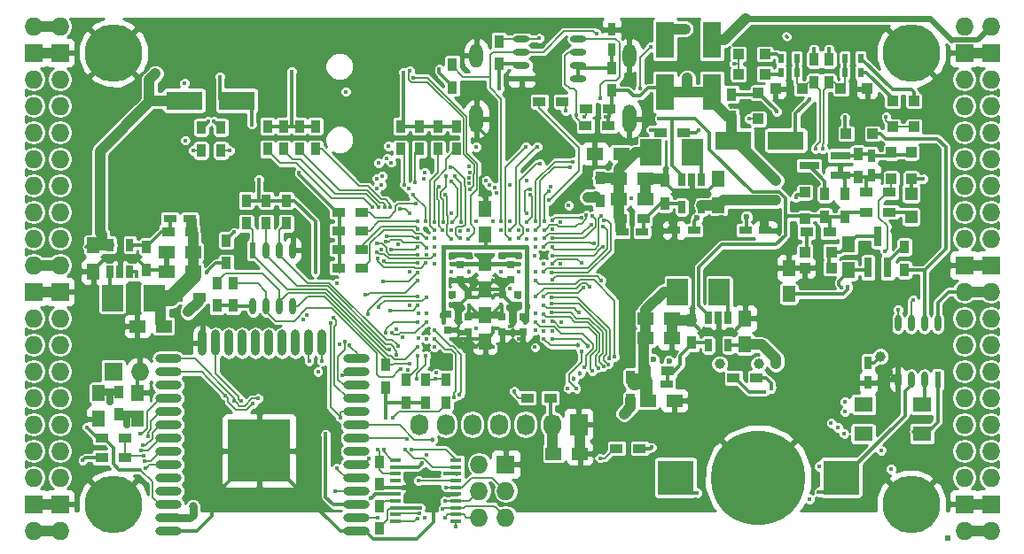
<source format=gbl>
G04 #@! TF.FileFunction,Copper,L4,Bot,Signal*
%FSLAX46Y46*%
G04 Gerber Fmt 4.6, Leading zero omitted, Abs format (unit mm)*
G04 Created by KiCad (PCBNEW 4.0.7+dfsg1-1) date Wed Mar  7 12:13:34 2018*
%MOMM*%
%LPD*%
G01*
G04 APERTURE LIST*
%ADD10C,0.100000*%
%ADD11O,1.727200X1.727200*%
%ADD12R,1.727200X1.727200*%
%ADD13R,0.500000X0.500000*%
%ADD14R,0.900000X1.200000*%
%ADD15R,1.800000X3.500000*%
%ADD16R,1.200000X0.900000*%
%ADD17R,2.000000X2.500000*%
%ADD18R,0.700000X1.200000*%
%ADD19R,1.250000X1.500000*%
%ADD20R,1.500000X1.250000*%
%ADD21R,0.800000X1.900000*%
%ADD22R,1.900000X0.800000*%
%ADD23R,1.200000X0.750000*%
%ADD24R,0.750000X1.200000*%
%ADD25C,5.500000*%
%ADD26R,1.000000X0.400000*%
%ADD27R,1.727200X2.032000*%
%ADD28O,1.727200X2.032000*%
%ADD29R,3.500000X1.800000*%
%ADD30R,3.500000X3.300000*%
%ADD31C,9.000000*%
%ADD32R,1.000000X1.000000*%
%ADD33O,1.300000X2.700000*%
%ADD34O,1.300000X2.300000*%
%ADD35R,0.600000X1.550000*%
%ADD36O,0.600000X1.550000*%
%ADD37R,1.550000X0.600000*%
%ADD38O,1.550000X0.600000*%
%ADD39O,2.500000X0.900000*%
%ADD40O,0.900000X2.500000*%
%ADD41R,6.000000X6.000000*%
%ADD42R,1.800000X1.400000*%
%ADD43R,1.200000X1.200000*%
%ADD44R,0.750000X0.800000*%
%ADD45R,0.800000X0.750000*%
%ADD46R,0.500000X0.900000*%
%ADD47C,0.400000*%
%ADD48C,1.000000*%
%ADD49C,0.600000*%
%ADD50C,0.454000*%
%ADD51C,0.800000*%
%ADD52C,0.700000*%
%ADD53C,0.300000*%
%ADD54C,1.000000*%
%ADD55C,0.500000*%
%ADD56C,0.190000*%
%ADD57C,0.600000*%
%ADD58C,0.400000*%
%ADD59C,0.800000*%
%ADD60C,0.700000*%
%ADD61C,1.500000*%
%ADD62C,0.127000*%
%ADD63C,1.200000*%
%ADD64C,0.200000*%
%ADD65C,0.254000*%
G04 APERTURE END LIST*
D10*
D11*
X97910000Y-62690000D03*
X95370000Y-62690000D03*
D12*
X97910000Y-65230000D03*
X95370000Y-65230000D03*
D11*
X97910000Y-67770000D03*
X95370000Y-67770000D03*
X97910000Y-70310000D03*
X95370000Y-70310000D03*
X97910000Y-72850000D03*
X95370000Y-72850000D03*
X97910000Y-75390000D03*
X95370000Y-75390000D03*
X97910000Y-77930000D03*
X95370000Y-77930000D03*
X97910000Y-80470000D03*
X95370000Y-80470000D03*
X97910000Y-83010000D03*
X95370000Y-83010000D03*
X97910000Y-85550000D03*
X95370000Y-85550000D03*
D12*
X97910000Y-88090000D03*
X95370000Y-88090000D03*
D11*
X97910000Y-90630000D03*
X95370000Y-90630000D03*
X97910000Y-93170000D03*
X95370000Y-93170000D03*
X97910000Y-95710000D03*
X95370000Y-95710000D03*
X97910000Y-98250000D03*
X95370000Y-98250000D03*
X97910000Y-100790000D03*
X95370000Y-100790000D03*
X97910000Y-103330000D03*
X95370000Y-103330000D03*
X97910000Y-105870000D03*
X95370000Y-105870000D03*
D12*
X97910000Y-108410000D03*
X95370000Y-108410000D03*
D11*
X97910000Y-110950000D03*
X95370000Y-110950000D03*
D13*
X182675150Y-111637626D03*
D14*
X103498000Y-99858000D03*
X103498000Y-97658000D03*
D15*
X155695000Y-69000000D03*
X155695000Y-64000000D03*
D16*
X157430000Y-72850000D03*
X155230000Y-72850000D03*
D17*
X160870000Y-88090000D03*
X156870000Y-88090000D03*
D18*
X159825000Y-90600000D03*
X160775000Y-90600000D03*
X161725000Y-90600000D03*
X161725000Y-93200000D03*
X159825000Y-93200000D03*
D17*
X102895000Y-88725000D03*
X106895000Y-88725000D03*
D18*
X104575000Y-86215000D03*
X103625000Y-86215000D03*
X102675000Y-86215000D03*
X102675000Y-83615000D03*
X104575000Y-83615000D03*
D17*
X158330000Y-74755000D03*
X154330000Y-74755000D03*
D18*
X157285000Y-77392000D03*
X158235000Y-77392000D03*
X159185000Y-77392000D03*
X159185000Y-79992000D03*
X157285000Y-79992000D03*
D19*
X101085000Y-83665000D03*
X101085000Y-86165000D03*
D20*
X153810000Y-90630000D03*
X156310000Y-90630000D03*
X153810000Y-92535000D03*
X156310000Y-92535000D03*
D19*
X163315000Y-93150000D03*
X163315000Y-90650000D03*
D20*
X151270000Y-79200000D03*
X153770000Y-79200000D03*
X151270000Y-77295000D03*
X153770000Y-77295000D03*
D19*
X160775000Y-79815000D03*
X160775000Y-77315000D03*
D20*
X110590000Y-84280000D03*
X108090000Y-84280000D03*
X110590000Y-86185000D03*
X108090000Y-86185000D03*
D19*
X173221000Y-86038000D03*
X173221000Y-83538000D03*
D21*
X176965000Y-85780000D03*
X175065000Y-85780000D03*
X176015000Y-82780000D03*
D22*
X172435000Y-75075000D03*
X172435000Y-76975000D03*
X169435000Y-76025000D03*
D23*
X153910000Y-96910000D03*
X155810000Y-96910000D03*
X151570000Y-82375000D03*
X153470000Y-82375000D03*
X110290000Y-81105000D03*
X108390000Y-81105000D03*
D24*
X175380000Y-75075000D03*
X175380000Y-76975000D03*
D16*
X169200000Y-82375000D03*
X171400000Y-82375000D03*
D14*
X172840000Y-80935000D03*
X172840000Y-78735000D03*
D16*
X177115000Y-80470000D03*
X174915000Y-80470000D03*
D14*
X174110000Y-74925000D03*
X174110000Y-77125000D03*
X178555000Y-83815000D03*
X178555000Y-86015000D03*
X113785000Y-83180000D03*
X113785000Y-85380000D03*
X170935000Y-80935000D03*
X170935000Y-78735000D03*
X128390000Y-108580000D03*
X128390000Y-110780000D03*
D16*
X153239000Y-103076000D03*
X151039000Y-103076000D03*
X177115000Y-78565000D03*
X174915000Y-78565000D03*
X153760000Y-95640000D03*
X155960000Y-95640000D03*
X110440000Y-82375000D03*
X108240000Y-82375000D03*
X151420000Y-81105000D03*
X153620000Y-81105000D03*
D14*
X158235000Y-90800000D03*
X158235000Y-93000000D03*
X106165000Y-86015000D03*
X106165000Y-83815000D03*
X155695000Y-77465000D03*
X155695000Y-79665000D03*
D16*
X126696000Y-85804000D03*
X124496000Y-85804000D03*
X126696000Y-84026000D03*
X124496000Y-84026000D03*
X126696000Y-82248000D03*
X124496000Y-82248000D03*
X126696000Y-80470000D03*
X124496000Y-80470000D03*
D14*
X130422000Y-74458000D03*
X130422000Y-72258000D03*
X132200000Y-74458000D03*
X132200000Y-72258000D03*
X133978000Y-74458000D03*
X133978000Y-72258000D03*
X135756000Y-74458000D03*
X135756000Y-72258000D03*
D24*
X150589600Y-64910000D03*
X150589600Y-63010000D03*
D11*
X184270000Y-110950000D03*
X186810000Y-110950000D03*
D12*
X184270000Y-108410000D03*
X186810000Y-108410000D03*
D11*
X184270000Y-105870000D03*
X186810000Y-105870000D03*
X184270000Y-103330000D03*
X186810000Y-103330000D03*
X184270000Y-100790000D03*
X186810000Y-100790000D03*
X184270000Y-98250000D03*
X186810000Y-98250000D03*
X184270000Y-95710000D03*
X186810000Y-95710000D03*
X184270000Y-93170000D03*
X186810000Y-93170000D03*
X184270000Y-90630000D03*
X186810000Y-90630000D03*
X184270000Y-88090000D03*
X186810000Y-88090000D03*
D12*
X184270000Y-85550000D03*
X186810000Y-85550000D03*
D11*
X184270000Y-83010000D03*
X186810000Y-83010000D03*
X184270000Y-80470000D03*
X186810000Y-80470000D03*
X184270000Y-77930000D03*
X186810000Y-77930000D03*
X184270000Y-75390000D03*
X186810000Y-75390000D03*
X184270000Y-72850000D03*
X186810000Y-72850000D03*
X184270000Y-70310000D03*
X186810000Y-70310000D03*
X184270000Y-67770000D03*
X186810000Y-67770000D03*
D12*
X184270000Y-65230000D03*
X186810000Y-65230000D03*
D11*
X184270000Y-62690000D03*
X186810000Y-62690000D03*
D25*
X102990000Y-108410000D03*
X179190000Y-108410000D03*
X179190000Y-65230000D03*
X102990000Y-65230000D03*
D14*
X162045000Y-71410000D03*
X162045000Y-69210000D03*
X139820000Y-66330000D03*
X139820000Y-64130000D03*
X135375000Y-68532000D03*
X135375000Y-66332000D03*
X150615000Y-68870000D03*
X150615000Y-66670000D03*
D16*
X150275000Y-72215000D03*
X148075000Y-72215000D03*
X150380000Y-70600000D03*
X148180000Y-70600000D03*
D26*
X135735000Y-104215000D03*
X135735000Y-104865000D03*
X135735000Y-105515000D03*
X135735000Y-106165000D03*
X135735000Y-106815000D03*
X135735000Y-107465000D03*
X135735000Y-108115000D03*
X135735000Y-108765000D03*
X135735000Y-109415000D03*
X135735000Y-110065000D03*
X129935000Y-110065000D03*
X129935000Y-109415000D03*
X129935000Y-108765000D03*
X129935000Y-108115000D03*
X129935000Y-107465000D03*
X129935000Y-106815000D03*
X129935000Y-106165000D03*
X129935000Y-105515000D03*
X129935000Y-104865000D03*
X129935000Y-104215000D03*
D14*
X119500000Y-79370000D03*
X119500000Y-81570000D03*
X114420000Y-89444000D03*
X114420000Y-87244000D03*
X129025000Y-97275000D03*
X129025000Y-95075000D03*
X117595000Y-79370000D03*
X117595000Y-81570000D03*
X112896000Y-89444000D03*
X112896000Y-87244000D03*
X115690000Y-79370000D03*
X115690000Y-81570000D03*
D16*
X144730000Y-98250000D03*
X142530000Y-98250000D03*
D14*
X132835000Y-98715000D03*
X132835000Y-96515000D03*
X130930000Y-98715000D03*
X130930000Y-96515000D03*
D16*
X101890000Y-103965000D03*
X104090000Y-103965000D03*
D12*
X102990000Y-95710000D03*
D11*
X105530000Y-95710000D03*
D16*
X104090000Y-102060000D03*
X101890000Y-102060000D03*
D19*
X167506000Y-88324000D03*
X167506000Y-85824000D03*
D16*
X164415000Y-96345000D03*
X162215000Y-96345000D03*
D12*
X140455000Y-104600000D03*
D11*
X137915000Y-104600000D03*
X140455000Y-107140000D03*
X137915000Y-107140000D03*
X140455000Y-109680000D03*
X137915000Y-109680000D03*
D19*
X138500000Y-90370000D03*
X138500000Y-92870000D03*
X138500000Y-82670000D03*
X138500000Y-80170000D03*
X138500000Y-85370000D03*
X138500000Y-87870000D03*
X101593000Y-97762000D03*
X101593000Y-100262000D03*
D14*
X113277000Y-74585000D03*
X113277000Y-72385000D03*
X111372000Y-74585000D03*
X111372000Y-72385000D03*
X171316000Y-68065000D03*
X171316000Y-65865000D03*
X169919000Y-68065000D03*
X169919000Y-65865000D03*
D27*
X147440000Y-100790000D03*
D28*
X144900000Y-100790000D03*
X142360000Y-100790000D03*
X139820000Y-100790000D03*
X137280000Y-100790000D03*
X134740000Y-100790000D03*
X132200000Y-100790000D03*
D19*
X105276000Y-100262000D03*
X105276000Y-97762000D03*
D29*
X109761000Y-69802000D03*
X114761000Y-69802000D03*
X167212000Y-73612000D03*
X162212000Y-73612000D03*
D15*
X160140000Y-64000000D03*
X160140000Y-69000000D03*
D20*
X154064000Y-98504000D03*
X156564000Y-98504000D03*
X107796000Y-91392000D03*
X105296000Y-91392000D03*
X151484000Y-74882000D03*
X148984000Y-74882000D03*
D14*
X134740000Y-96515000D03*
X134740000Y-98715000D03*
D30*
X172485000Y-105870000D03*
X156685000Y-105870000D03*
D31*
X164585000Y-105870000D03*
D32*
X168756000Y-68659000D03*
X166256000Y-68659000D03*
X172479000Y-68659000D03*
X174979000Y-68659000D03*
X169050000Y-84280000D03*
X171550000Y-84280000D03*
X169030000Y-81085000D03*
X169030000Y-78585000D03*
X171550000Y-85804000D03*
X169050000Y-85804000D03*
X179190000Y-77275000D03*
X179190000Y-74775000D03*
X177285000Y-74775000D03*
X177285000Y-77275000D03*
X172987000Y-72977000D03*
X175487000Y-72977000D03*
X164585000Y-69060000D03*
X164585000Y-71560000D03*
D14*
X128390000Y-106546000D03*
X128390000Y-104346000D03*
X117722000Y-74458000D03*
X117722000Y-72258000D03*
X119246000Y-74458000D03*
X119246000Y-72258000D03*
X120770000Y-74458000D03*
X120770000Y-72258000D03*
X122294000Y-74458000D03*
X122294000Y-72258000D03*
D16*
X145880000Y-69900000D03*
X143680000Y-69900000D03*
D33*
X152280000Y-71550000D03*
X137680000Y-71550000D03*
D34*
X137680000Y-65500000D03*
X152280000Y-65500000D03*
D35*
X181730000Y-96505000D03*
D36*
X180460000Y-96505000D03*
X179190000Y-96505000D03*
X177920000Y-96505000D03*
X177920000Y-91105000D03*
X179190000Y-91105000D03*
X180460000Y-91105000D03*
X181730000Y-91105000D03*
D37*
X141980000Y-67706500D03*
D38*
X141980000Y-66436500D03*
X141980000Y-65166500D03*
X141980000Y-63896500D03*
X147380000Y-63896500D03*
X147380000Y-65166500D03*
X147380000Y-66436500D03*
X147380000Y-67706500D03*
D35*
X116325000Y-84120000D03*
D36*
X117595000Y-84120000D03*
X118865000Y-84120000D03*
X120135000Y-84120000D03*
X120135000Y-89520000D03*
X118865000Y-89520000D03*
X117595000Y-89520000D03*
X116325000Y-89520000D03*
D39*
X126230000Y-111000000D03*
X126230000Y-109730000D03*
X126230000Y-108460000D03*
X126230000Y-107190000D03*
X126230000Y-105920000D03*
X126230000Y-104650000D03*
X126230000Y-103380000D03*
X126230000Y-102110000D03*
X126230000Y-100840000D03*
X126230000Y-99570000D03*
X126230000Y-98300000D03*
X126230000Y-97030000D03*
X126230000Y-95760000D03*
X126230000Y-94490000D03*
D40*
X122945000Y-93000000D03*
X121675000Y-93000000D03*
X120405000Y-93000000D03*
X119135000Y-93000000D03*
X117865000Y-93000000D03*
X116595000Y-93000000D03*
X115325000Y-93000000D03*
X114055000Y-93000000D03*
X112785000Y-93000000D03*
X111515000Y-93000000D03*
D39*
X108230000Y-94490000D03*
X108230000Y-95760000D03*
X108230000Y-97030000D03*
X108230000Y-98300000D03*
X108230000Y-99570000D03*
X108230000Y-100840000D03*
X108230000Y-102110000D03*
X108230000Y-103380000D03*
X108230000Y-104650000D03*
X108230000Y-105920000D03*
X108230000Y-107190000D03*
X108230000Y-108460000D03*
X108230000Y-109730000D03*
X108230000Y-111000000D03*
D41*
X116930000Y-103300000D03*
D42*
X180212000Y-98882000D03*
X174612000Y-98882000D03*
X174612000Y-101682000D03*
X180212000Y-101682000D03*
D43*
X179190000Y-78735000D03*
X179190000Y-80935000D03*
D44*
X140900000Y-86970000D03*
X140900000Y-85470000D03*
X136100000Y-86970000D03*
X136100000Y-85470000D03*
X136900000Y-91970000D03*
X136900000Y-90470000D03*
X140100000Y-91970000D03*
X140100000Y-90470000D03*
X142100000Y-91970000D03*
X142100000Y-90470000D03*
X134900000Y-91770000D03*
X134900000Y-90270000D03*
D45*
X136850000Y-88420000D03*
X135350000Y-88420000D03*
X140150000Y-88420000D03*
X141650000Y-88420000D03*
D23*
X163350000Y-82220000D03*
X165250000Y-82220000D03*
X158450000Y-82220000D03*
X156550000Y-82220000D03*
D24*
X175100000Y-94870000D03*
X175100000Y-96770000D03*
D46*
X166756000Y-67135000D03*
X168256000Y-67135000D03*
X174350000Y-67120000D03*
X172850000Y-67120000D03*
D32*
X162700000Y-67262000D03*
X165200000Y-67262000D03*
X165200000Y-65357000D03*
X162700000Y-65357000D03*
X177412000Y-72322000D03*
X177412000Y-69822000D03*
X179444000Y-69822000D03*
X179444000Y-72322000D03*
D46*
X166756000Y-65738000D03*
X168256000Y-65738000D03*
X172852000Y-65738000D03*
X174352000Y-65738000D03*
D14*
X152393000Y-96261000D03*
X152393000Y-98461000D03*
D16*
X109002000Y-88598000D03*
X111202000Y-88598000D03*
D14*
X149472000Y-77211000D03*
X149472000Y-79411000D03*
D20*
X145047000Y-103584000D03*
X147547000Y-103584000D03*
D47*
X173856000Y-71538990D03*
D48*
X164947008Y-63194069D03*
X175494572Y-64322557D03*
D47*
X135342764Y-89381630D03*
X144103496Y-84660400D03*
D48*
X177658444Y-82281349D03*
D47*
X145680000Y-81405125D03*
X145691238Y-94166752D03*
X145759873Y-91010176D03*
D49*
X152525938Y-81463870D03*
D48*
X162956098Y-95078488D03*
X158539988Y-94868772D03*
D49*
X161075765Y-80992022D03*
X164882869Y-80938986D03*
X156262773Y-81349374D03*
X123437000Y-108972000D03*
D47*
X132871770Y-84533979D03*
X132862998Y-82124544D03*
X131278306Y-86213101D03*
X135281276Y-80583119D03*
X131279502Y-89407325D03*
X170309539Y-85441529D03*
X145672808Y-85396062D03*
X133216000Y-107465000D03*
X137680000Y-88600000D03*
X142480000Y-95000000D03*
X141680000Y-92600000D03*
X140836000Y-84534000D03*
X135284627Y-94985297D03*
X135288625Y-94225619D03*
X134455822Y-94267172D03*
X136095958Y-93369652D03*
D50*
X139264636Y-91615205D03*
D48*
X116880503Y-64802940D03*
X106974809Y-64953974D03*
D47*
X177285000Y-95710000D03*
X140880000Y-81400000D03*
X140874194Y-91433353D03*
X142480000Y-94200000D03*
X140880000Y-93400000D03*
X139280000Y-93400000D03*
X137680000Y-93400000D03*
X136880000Y-92600000D03*
X135280000Y-92600000D03*
X132880000Y-91800000D03*
X132880000Y-93400000D03*
D50*
X141042859Y-86994997D03*
X139280000Y-87000000D03*
X136110990Y-86995403D03*
X137680000Y-87000000D03*
X136080000Y-84600000D03*
X139280000Y-88600000D03*
D48*
X166255545Y-79350736D03*
X166275426Y-77452540D03*
X157807568Y-67669269D03*
X101707889Y-82423180D03*
X107021491Y-67228122D03*
X166284693Y-95025145D03*
D47*
X172564535Y-87722010D03*
X150030853Y-71331848D03*
D48*
X157600000Y-62944000D03*
D47*
X113660608Y-89375718D03*
D48*
X148268387Y-79050018D03*
D47*
X134124945Y-66775980D03*
X139864366Y-68665673D03*
X137659051Y-91638034D03*
X135273306Y-88618602D03*
X135280000Y-86200000D03*
X135280000Y-85440000D03*
X158870000Y-72596000D03*
X114513935Y-82409431D03*
X116912932Y-77355158D03*
X109760378Y-68177900D03*
X109840000Y-73620000D03*
X132110753Y-92527478D03*
X165803369Y-97344883D03*
D48*
X160905403Y-95006436D03*
D49*
X158731133Y-81048929D03*
X154593901Y-94607945D03*
X156088245Y-94762980D03*
D48*
X164625730Y-94982471D03*
D49*
X163462982Y-80942429D03*
D48*
X176254940Y-94288458D03*
D51*
X110593913Y-108636458D03*
D47*
X180340784Y-77316932D03*
X173137949Y-87594275D03*
D52*
X102710050Y-98594954D03*
D47*
X129005202Y-100174798D03*
X172834633Y-99599920D03*
X172879922Y-98618650D03*
X176305593Y-103279812D03*
X100080000Y-104200000D03*
X139272517Y-84611349D03*
X137680556Y-84534085D03*
X141680000Y-86200000D03*
X132880000Y-92600000D03*
X141680000Y-88600000D03*
X141680000Y-85400000D03*
X129983242Y-91668979D03*
X121431221Y-90311593D03*
X121088335Y-90753785D03*
X130583026Y-92475628D03*
X146394787Y-97333919D03*
X143300000Y-86220000D03*
X147175985Y-97333919D03*
X147700000Y-93820000D03*
X144900000Y-91820000D03*
X142277990Y-91000000D03*
D48*
X110128890Y-90028152D03*
D47*
X142480000Y-83800000D03*
X134480000Y-83800000D03*
X134480000Y-91000000D03*
X125193541Y-68962993D03*
X155115280Y-71563465D03*
X105245010Y-86595559D03*
X169517039Y-69686488D03*
X170362901Y-107286196D03*
X158716651Y-107325176D03*
X136028224Y-97922729D03*
X128216338Y-109760338D03*
X132708000Y-109680000D03*
X134750646Y-106810513D03*
X133680000Y-91800000D03*
X135517016Y-98167170D03*
X134675868Y-108131585D03*
D50*
X133449289Y-102232615D03*
D47*
X133680000Y-92600000D03*
X127419091Y-104077728D03*
X132936956Y-103711000D03*
X133685482Y-93402296D03*
X134463998Y-108841973D03*
X131986331Y-96404793D03*
X131039072Y-102187000D03*
X134636872Y-109719950D03*
X132846234Y-94197073D03*
X176700000Y-84220000D03*
X143260000Y-84620000D03*
X120739932Y-76694083D03*
X130704878Y-67105564D03*
X147983153Y-71347080D03*
X149475951Y-69619684D03*
X147186000Y-71200000D03*
X121687479Y-94718249D03*
X128776655Y-87127857D03*
X132083026Y-86260405D03*
X113700000Y-98020000D03*
X116325960Y-98790853D03*
X122932649Y-94724357D03*
X124849021Y-96102869D03*
X122527919Y-95725900D03*
X116198000Y-72088000D03*
X127586603Y-107875044D03*
X113157250Y-67567056D03*
X146180000Y-70800000D03*
X131453853Y-103208291D03*
X149771692Y-81825658D03*
X144080000Y-86200000D03*
X149553145Y-86989440D03*
X144894316Y-86977564D03*
X144896700Y-83835368D03*
X149549750Y-80868432D03*
D50*
X147343891Y-93217126D03*
D47*
X144113248Y-92588762D03*
X144875155Y-86292748D03*
X149846468Y-81303978D03*
X148696112Y-80861847D03*
X144916886Y-82991356D03*
D50*
X148349010Y-93322307D03*
D47*
X144882352Y-92577990D03*
X144902941Y-90956495D03*
X148747982Y-95669626D03*
X144867244Y-90112484D03*
X149795895Y-95251084D03*
X144855814Y-89268481D03*
X150278898Y-95040253D03*
X150345974Y-94517527D03*
X144877648Y-88622010D03*
X150889207Y-94332565D03*
X143280000Y-87000000D03*
X130211351Y-93284273D03*
X131084713Y-95564177D03*
X130422000Y-95456000D03*
X131316164Y-94959140D03*
X130053332Y-94113207D03*
X132031990Y-93400000D03*
X129371747Y-93601166D03*
X141280657Y-97642010D03*
X133852393Y-95875797D03*
X133762848Y-96395146D03*
X132080000Y-94200000D03*
X128620507Y-84068219D03*
X105895603Y-103765816D03*
X130839477Y-103208987D03*
X129449238Y-89873934D03*
X132075624Y-89410644D03*
X128806823Y-103185900D03*
X128312094Y-89556924D03*
X132162861Y-106185868D03*
X132880000Y-88600000D03*
X127040053Y-88426410D03*
X124322162Y-105002357D03*
X132080000Y-87000000D03*
X125525099Y-93236764D03*
X124202418Y-107207639D03*
X110599084Y-74589383D03*
X132024412Y-109766775D03*
X114104080Y-74612196D03*
X132219727Y-109277292D03*
X115190634Y-98572389D03*
X131842869Y-79696186D03*
X132080000Y-81400000D03*
X132080007Y-82103333D03*
X132872609Y-82968555D03*
X133627359Y-81414685D03*
X133648389Y-82190597D03*
X131827191Y-77674473D03*
X130790435Y-77852626D03*
X129555604Y-91985990D03*
X132880000Y-91000000D03*
X129028593Y-91985999D03*
X132077338Y-91002010D03*
X130384804Y-80146728D03*
X131275302Y-80595752D03*
X128823114Y-85153560D03*
X132072985Y-85377990D03*
X134049369Y-78047133D03*
X163703220Y-71542164D03*
X134433979Y-82180155D03*
X135656559Y-110610712D03*
X149495225Y-104009099D03*
X132468001Y-104503413D03*
D52*
X104260000Y-100790000D03*
D47*
X114560994Y-98539563D03*
X116800000Y-98320000D03*
X111895217Y-86253790D03*
X170383147Y-104803648D03*
X165170594Y-97666317D03*
X169506589Y-107953726D03*
X170026483Y-74446860D03*
X142571021Y-82204353D03*
X143287402Y-83042010D03*
X154425580Y-102987766D03*
X168166438Y-79108038D03*
X112614274Y-71803529D03*
X112074854Y-71810535D03*
X143269694Y-93414905D03*
X177274002Y-105079115D03*
X172761273Y-101651681D03*
X143280000Y-91800000D03*
X172193360Y-101105663D03*
X144064831Y-91877646D03*
X144080000Y-90956495D03*
X171540304Y-100645743D03*
X135277990Y-82193851D03*
X129493343Y-75737814D03*
X136124555Y-82260038D03*
X129125079Y-75315804D03*
X135175257Y-76183471D03*
X136080000Y-83000000D03*
X129252218Y-74142461D03*
X170739071Y-74406366D03*
X142452365Y-77452681D03*
X142460000Y-83020000D03*
X143280000Y-83800000D03*
X169919000Y-64849000D03*
X171316000Y-64849000D03*
X125110333Y-92897638D03*
X124361185Y-87274371D03*
X124361184Y-87274370D03*
X182675150Y-111637626D03*
X172853718Y-71407275D03*
X166353476Y-70835462D03*
X123273881Y-101715917D03*
X129660000Y-100155000D03*
X127308270Y-90221456D03*
X132084049Y-88558274D03*
X128280000Y-103200000D03*
X120008000Y-67008000D03*
X129455999Y-79997190D03*
X133680000Y-83000000D03*
X128910793Y-79997190D03*
X133680000Y-83800000D03*
X128332138Y-79997190D03*
X130204628Y-83599483D03*
X127753104Y-79997190D03*
X133680000Y-85400000D03*
X140896226Y-87816226D03*
X140038941Y-89350966D03*
X136944530Y-89373464D03*
D50*
X136938110Y-86196311D03*
D47*
X140014602Y-86192969D03*
X139285803Y-90177691D03*
X137689001Y-90122990D03*
D48*
X151758000Y-99774000D03*
D47*
X136885174Y-90194826D03*
X140094890Y-90122990D03*
X134683391Y-78819000D03*
X128333179Y-75769807D03*
X135280000Y-83022010D03*
X154298000Y-72596000D03*
X100450000Y-101044000D03*
X132285867Y-108754446D03*
X134707351Y-105508447D03*
X139280000Y-81400000D03*
X139597952Y-78621954D03*
X139377921Y-78143072D03*
X138917428Y-77886776D03*
X138599052Y-77466803D03*
X137620226Y-74221760D03*
X137680000Y-81400000D03*
X136970301Y-76084594D03*
X137008313Y-76692245D03*
X136991219Y-77219258D03*
X136991219Y-77746651D03*
X135567466Y-77078127D03*
X136160979Y-81416027D03*
X135235465Y-77548522D03*
X135316968Y-81442010D03*
X134723455Y-77051522D03*
X134471370Y-81406751D03*
D50*
X146942280Y-96452058D03*
X147534467Y-95913260D03*
D47*
X147928857Y-95339016D03*
X143322010Y-91000657D03*
X149284391Y-95377990D03*
X144077013Y-90266968D03*
X147430953Y-90112484D03*
X144076240Y-89395301D03*
X143322010Y-90201951D03*
X147910791Y-87683418D03*
X144082832Y-88584510D03*
X148483539Y-87623462D03*
X143322010Y-88595030D03*
X144102010Y-85397219D03*
X144889349Y-85448737D03*
X147687390Y-85374093D03*
X149732494Y-83807694D03*
X144912409Y-84635817D03*
X148921512Y-83442010D03*
X144103186Y-83777990D03*
X144131413Y-83000000D03*
X148610661Y-81705858D03*
X144888125Y-82147345D03*
X144176662Y-82199998D03*
X148175253Y-80781550D03*
X147688311Y-80983115D03*
X144880008Y-81303333D03*
X142773842Y-78808575D03*
X142460000Y-81420000D03*
X142766742Y-78281611D03*
X142460000Y-80620000D03*
X144568886Y-78517622D03*
X144175043Y-81398770D03*
X144786095Y-78037454D03*
X146587441Y-76174058D03*
X143332651Y-82197990D03*
X146901448Y-75654906D03*
X143331031Y-81377293D03*
X143708879Y-75817300D03*
X141727010Y-82998875D03*
X141727010Y-82194937D03*
X140028978Y-82200000D03*
X140880009Y-77894044D03*
X142390990Y-74236149D03*
X140861329Y-83041266D03*
X143457010Y-74219135D03*
X140872990Y-82177164D03*
X132628086Y-77275272D03*
X132737245Y-76676207D03*
X128644933Y-77050030D03*
X128152012Y-77257840D03*
X128125571Y-78233647D03*
X128590544Y-77894041D03*
X131163088Y-78225280D03*
X131629452Y-78852314D03*
X132783339Y-81400004D03*
X129118989Y-82763469D03*
X132079024Y-82984045D03*
X105572759Y-101661319D03*
X129040659Y-83284628D03*
X106276126Y-101893466D03*
X132880889Y-83897835D03*
X129487667Y-84079929D03*
X132083682Y-83828056D03*
X105813763Y-102819336D03*
X128165458Y-83509725D03*
X132062099Y-84533979D03*
X105627254Y-103312241D03*
X128178867Y-84355787D03*
X105992720Y-104283802D03*
X133671942Y-84595200D03*
X128207789Y-84882005D03*
X106088753Y-104974041D03*
X132834641Y-85377990D03*
X124707442Y-100126977D03*
X124632693Y-93120351D03*
X123714874Y-91057383D03*
X132900000Y-90180000D03*
X124022612Y-90627600D03*
X132100000Y-90157990D03*
X137020172Y-78350165D03*
X162271466Y-66284958D03*
X136900000Y-82220000D03*
X131329207Y-66928055D03*
X176797084Y-71341791D03*
X136900000Y-83020000D03*
X131644095Y-67620000D03*
X177926984Y-89812061D03*
X153297112Y-68665673D03*
X154329326Y-64643767D03*
X152497066Y-79193467D03*
X146481406Y-79819384D03*
X143650666Y-63862520D03*
X179351513Y-88868327D03*
X149134122Y-63424051D03*
X140035989Y-81400000D03*
X144597053Y-79361633D03*
D53*
X167336000Y-63706000D02*
X167252000Y-63622000D01*
X105276000Y-97762000D02*
X105276000Y-95964000D01*
X105276000Y-95964000D02*
X105530000Y-95710000D01*
X138500000Y-87870000D02*
X137137029Y-87870000D01*
X137137029Y-87870000D02*
X136979988Y-88027041D01*
X136979988Y-88027041D02*
X136850000Y-88027041D01*
X140150000Y-88420000D02*
X140150000Y-87836000D01*
X140150000Y-87836000D02*
X140150000Y-87618935D01*
X138500000Y-87870000D02*
X140116000Y-87870000D01*
X140116000Y-87870000D02*
X140150000Y-87836000D01*
X139280000Y-88600000D02*
X139230000Y-88600000D01*
X139230000Y-88600000D02*
X138500000Y-87870000D01*
X137680000Y-88600000D02*
X137770000Y-88600000D01*
X137770000Y-88600000D02*
X138500000Y-87870000D01*
D54*
X147547000Y-103584000D02*
X147547000Y-100897000D01*
D53*
X147547000Y-100897000D02*
X147440000Y-100790000D01*
X138630000Y-76684175D02*
X138102251Y-77211924D01*
X138102251Y-77211924D02*
X138102251Y-78722251D01*
X137680000Y-72250000D02*
X138630000Y-73200000D01*
X138630000Y-73200000D02*
X138630000Y-76684175D01*
X138102251Y-78722251D02*
X138500000Y-79120000D01*
X138500000Y-79120000D02*
X138500000Y-80170000D01*
X137680000Y-71550000D02*
X137680000Y-72250000D01*
X175494572Y-64322557D02*
X166075496Y-64322557D01*
X166075496Y-64322557D02*
X165447007Y-63694068D01*
X165447007Y-63694068D02*
X164947008Y-63194069D01*
X164882869Y-80938986D02*
X164882869Y-81852869D01*
X164882869Y-81852869D02*
X165250000Y-82220000D01*
X156550000Y-82220000D02*
X156550000Y-82895000D01*
X156550000Y-82895000D02*
X155822000Y-83623000D01*
X155822000Y-83623000D02*
X155822000Y-83645000D01*
X156262773Y-81349374D02*
X156262773Y-81932773D01*
X156262773Y-81932773D02*
X156550000Y-82220000D01*
X139264636Y-91615205D02*
X139745205Y-91615205D01*
X139745205Y-91615205D02*
X140100000Y-91970000D01*
D55*
X140150000Y-88420000D02*
X140150000Y-87606614D01*
X140150000Y-87606614D02*
X139543386Y-87000000D01*
D53*
X139543386Y-87000000D02*
X139280000Y-87000000D01*
D55*
X140150000Y-87618935D02*
X140773938Y-86994997D01*
D53*
X140773938Y-86994997D02*
X141042859Y-86994997D01*
X137680000Y-87000000D02*
X137680000Y-87050000D01*
X137680000Y-87050000D02*
X138500000Y-87870000D01*
X139280000Y-87000000D02*
X139280000Y-87090000D01*
X139280000Y-87090000D02*
X138500000Y-87870000D01*
X140150000Y-88420000D02*
X141150000Y-89420000D01*
X140150000Y-88420000D02*
X139460000Y-88420000D01*
X139460000Y-88420000D02*
X139280000Y-88600000D01*
X137680000Y-87000000D02*
X137680000Y-87298789D01*
D55*
X137680000Y-87298789D02*
X136850000Y-88128789D01*
D53*
X136850000Y-88128789D02*
X136850000Y-88420000D01*
X136110990Y-86995403D02*
X136110990Y-87288031D01*
X136850000Y-88027041D02*
X136850000Y-88420000D01*
D55*
X136110990Y-87288031D02*
X136850000Y-88027041D01*
D53*
X136110990Y-86995403D02*
X137675403Y-86995403D01*
X137675403Y-86995403D02*
X137680000Y-87000000D01*
X135850000Y-90220000D02*
X135850000Y-89545000D01*
X135850000Y-89545000D02*
X136795000Y-88600000D01*
X136795000Y-88600000D02*
X137397158Y-88600000D01*
X137397158Y-88600000D02*
X137680000Y-88600000D01*
X153039876Y-83645000D02*
X155822000Y-83645000D01*
X152525938Y-83131062D02*
X153039876Y-83645000D01*
X152525938Y-81463870D02*
X152525938Y-83131062D01*
D56*
X138029000Y-66332000D02*
X138115000Y-66246000D01*
D53*
X133415999Y-107664999D02*
X133216000Y-107465000D01*
X133612013Y-107861013D02*
X133415999Y-107664999D01*
X131991648Y-111780338D02*
X133612013Y-110159973D01*
X127810434Y-111780338D02*
X131991648Y-111780338D01*
X133612013Y-110159973D02*
X133612013Y-107861013D01*
X127060434Y-111030338D02*
X127810434Y-111780338D01*
X126260434Y-111030338D02*
X127060434Y-111030338D01*
D54*
X184270000Y-108410000D02*
X186810000Y-108410000D01*
X184270000Y-85550000D02*
X186810000Y-85550000D01*
X184270000Y-65230000D02*
X186810000Y-65230000D01*
X95370000Y-65230000D02*
X97910000Y-65230000D01*
X95370000Y-88090000D02*
X97910000Y-88090000D01*
X95370000Y-108410000D02*
X97910000Y-108410000D01*
D53*
X108260434Y-111030338D02*
X109060434Y-111030338D01*
X109060434Y-111030338D02*
X109140772Y-110950000D01*
X110957617Y-110950000D02*
X112380000Y-109527617D01*
X109140772Y-110950000D02*
X110957617Y-110950000D01*
X112380000Y-109527617D02*
X112380000Y-107854384D01*
X112380000Y-107854384D02*
X116904046Y-103330338D01*
X116904046Y-103330338D02*
X116960434Y-103330338D01*
X167506000Y-85824000D02*
X169927068Y-85824000D01*
X169927068Y-85824000D02*
X170109540Y-85641528D01*
X170109540Y-85641528D02*
X170309539Y-85441529D01*
X133216000Y-107465000D02*
X132214478Y-107465000D01*
X135735000Y-107465000D02*
X133216000Y-107465000D01*
X132214478Y-107465000D02*
X131572496Y-106823018D01*
X131572496Y-106823018D02*
X129919874Y-106823018D01*
X126260434Y-111030338D02*
X124660659Y-111030338D01*
X124660659Y-111030338D02*
X116960659Y-103330338D01*
X116960659Y-103330338D02*
X116960434Y-103330338D01*
X129935000Y-106815000D02*
X128659000Y-106815000D01*
X128659000Y-106815000D02*
X128390000Y-106546000D01*
X128390000Y-106546000D02*
X128558000Y-106546000D01*
X136126306Y-93400000D02*
X136095958Y-93369652D01*
X136880000Y-92600000D02*
X136110348Y-93369652D01*
X136049652Y-93369652D02*
X136095958Y-93369652D01*
X137680000Y-93400000D02*
X136126306Y-93400000D01*
X135280000Y-92600000D02*
X136049652Y-93369652D01*
X136110348Y-93369652D02*
X136095958Y-93369652D01*
X139264636Y-92054364D02*
X139264636Y-91936231D01*
X139264636Y-91936231D02*
X139264636Y-91615205D01*
X138550000Y-92769000D02*
X139264636Y-92054364D01*
X136880000Y-92600000D02*
X137680000Y-93400000D01*
X136880000Y-92600000D02*
X138381000Y-92600000D01*
X138381000Y-92600000D02*
X138550000Y-92769000D01*
X135280000Y-92600000D02*
X136880000Y-92600000D01*
X138550000Y-92769000D02*
X138649000Y-92769000D01*
X138649000Y-92769000D02*
X139280000Y-93400000D01*
X138550000Y-92769000D02*
X138311000Y-92769000D01*
X138311000Y-92769000D02*
X137680000Y-93400000D01*
X177285000Y-95710000D02*
X177285000Y-95964000D01*
X177285000Y-95964000D02*
X177920000Y-96599000D01*
X102210000Y-84915000D02*
X103625000Y-84915000D01*
X103625000Y-84915000D02*
X105215000Y-84915000D01*
X103625000Y-86215000D02*
X103625000Y-84915000D01*
X105215000Y-84915000D02*
X106165000Y-85865000D01*
X106165000Y-85865000D02*
X106165000Y-86015000D01*
X101085000Y-86165000D02*
X101085000Y-86040000D01*
X101085000Y-86040000D02*
X102210000Y-84915000D01*
X106165000Y-86015000D02*
X107920000Y-86015000D01*
X107920000Y-86015000D02*
X108090000Y-86185000D01*
D54*
X153770000Y-77295000D02*
X155525000Y-77295000D01*
D53*
X155525000Y-77295000D02*
X155695000Y-77465000D01*
D54*
X153770000Y-79200000D02*
X153770000Y-77295000D01*
D53*
X174110000Y-77125000D02*
X174745000Y-77125000D01*
X174745000Y-77125000D02*
X175230000Y-77125000D01*
X174915000Y-78565000D02*
X174915000Y-77295000D01*
X174915000Y-77295000D02*
X174745000Y-77125000D01*
X172840000Y-78735000D02*
X172840000Y-77380000D01*
X172840000Y-77380000D02*
X172435000Y-76975000D01*
X175230000Y-77125000D02*
X175380000Y-76975000D01*
X172435000Y-76975000D02*
X173960000Y-76975000D01*
X173960000Y-76975000D02*
X174110000Y-77125000D01*
X159850000Y-78365000D02*
X158235000Y-78365000D01*
X158235000Y-78365000D02*
X156445000Y-78365000D01*
X158235000Y-77235000D02*
X158235000Y-78365000D01*
X160775000Y-77315000D02*
X160775000Y-77440000D01*
X160775000Y-77440000D02*
X159850000Y-78365000D01*
X156445000Y-78365000D02*
X155695000Y-77615000D01*
X155695000Y-77615000D02*
X155695000Y-77465000D01*
D54*
X156310000Y-90630000D02*
X156310000Y-92535000D01*
X158235000Y-90800000D02*
X156480000Y-90800000D01*
D53*
X156480000Y-90800000D02*
X156310000Y-90630000D01*
X163315000Y-90650000D02*
X163315000Y-90834602D01*
X163315000Y-90834602D02*
X162249602Y-91900000D01*
X162249602Y-91900000D02*
X160775000Y-91900000D01*
X101085000Y-86165000D02*
X101085000Y-85929893D01*
X106165000Y-85944374D02*
X106165000Y-86015000D01*
X159185000Y-91900000D02*
X160775000Y-91900000D01*
X160775000Y-90600000D02*
X160775000Y-91900000D01*
X158235000Y-90800000D02*
X158235000Y-90950000D01*
X158235000Y-90950000D02*
X159185000Y-91900000D01*
X108090000Y-84280000D02*
X108090000Y-86185000D01*
X107625000Y-84745000D02*
X108090000Y-84280000D01*
X108070000Y-84260000D02*
X108090000Y-84280000D01*
X141037856Y-87000000D02*
X141042859Y-86994997D01*
X139280000Y-87000000D02*
X141037856Y-87000000D01*
D54*
X160790000Y-79800000D02*
X161239264Y-79350736D01*
X161239264Y-79350736D02*
X165548439Y-79350736D01*
X165548439Y-79350736D02*
X166255545Y-79350736D01*
X165775427Y-76952541D02*
X166275426Y-77452540D01*
X162045000Y-73222114D02*
X165775427Y-76952541D01*
X162045000Y-71410000D02*
X162045000Y-73222114D01*
X162045000Y-71410000D02*
X162045000Y-71260000D01*
X155695000Y-69000000D02*
X157800000Y-69000000D01*
X157800000Y-69000000D02*
X160140000Y-69000000D01*
D53*
X157807568Y-68376375D02*
X157800000Y-68383943D01*
D54*
X157807568Y-67669269D02*
X157807568Y-68376375D01*
X157800000Y-68383943D02*
X157800000Y-69000000D01*
X101707889Y-74640111D02*
X101707889Y-81716074D01*
X106407114Y-69940886D02*
X101707889Y-74640111D01*
D53*
X101733051Y-82423180D02*
X101707889Y-82423180D01*
D54*
X101707889Y-81716074D02*
X101707889Y-82423180D01*
D53*
X101913492Y-82603621D02*
X101733051Y-82423180D01*
D54*
X106407114Y-69940886D02*
X106407114Y-67842499D01*
X106521492Y-67728121D02*
X107021491Y-67228122D01*
X106407114Y-67842499D02*
X106521492Y-67728121D01*
X166284693Y-94494693D02*
X166284693Y-95025145D01*
X164940000Y-93150000D02*
X166284693Y-94494693D01*
X163315000Y-93150000D02*
X164940000Y-93150000D01*
D53*
X150615000Y-68870000D02*
X152180000Y-68870000D01*
X153331001Y-69348999D02*
X152658999Y-69348999D01*
X152658999Y-69348999D02*
X152180000Y-68870000D01*
X154087002Y-68592998D02*
X155287998Y-68592998D01*
X153331001Y-69348999D02*
X154087002Y-68592998D01*
X155287998Y-68592998D02*
X155695000Y-69000000D01*
X101085000Y-83665000D02*
X101684316Y-83665000D01*
X101684316Y-83665000D02*
X101913492Y-83435824D01*
D54*
X101913492Y-83435824D02*
X101913492Y-82603621D01*
D53*
X172296000Y-87453475D02*
X172364536Y-87522011D01*
X172364536Y-87522011D02*
X172564535Y-87722010D01*
X172296000Y-87088000D02*
X172296000Y-87453475D01*
X173221000Y-86038000D02*
X173221000Y-86163000D01*
X173221000Y-86163000D02*
X172296000Y-87088000D01*
X150275000Y-71465000D02*
X150380000Y-71360000D01*
X150380000Y-71360000D02*
X150380000Y-70600000D01*
X150615000Y-70935000D02*
X150615000Y-69995990D01*
X150615000Y-69995990D02*
X150615000Y-68870000D01*
X150313695Y-71331848D02*
X150030853Y-71331848D01*
X150141848Y-71331848D02*
X150030853Y-71331848D01*
X150275000Y-71465000D02*
X150141848Y-71331848D01*
X150275000Y-72215000D02*
X150275000Y-71465000D01*
X160140000Y-69000000D02*
X160140000Y-69850000D01*
D54*
X160140000Y-69850000D02*
X161700000Y-71410000D01*
D53*
X110610000Y-69548000D02*
X110610000Y-69802000D01*
D54*
X109975000Y-69802000D02*
X106546000Y-69802000D01*
X106546000Y-69802000D02*
X106419000Y-69929000D01*
X106419000Y-69929000D02*
X106407114Y-69940886D01*
D53*
X106419000Y-69675000D02*
X106419000Y-69929000D01*
X100572432Y-83665000D02*
X100424079Y-83813353D01*
X101085000Y-83665000D02*
X100572432Y-83665000D01*
X160790000Y-79800000D02*
X160775000Y-79815000D01*
X160775000Y-79940000D02*
X160775000Y-79815000D01*
X164925000Y-93150000D02*
X164240000Y-93150000D01*
X164240000Y-93150000D02*
X163315000Y-93150000D01*
X101085000Y-83665000D02*
X101085000Y-83790000D01*
D54*
X159185000Y-79835000D02*
X160755000Y-79835000D01*
D53*
X160755000Y-79835000D02*
X160775000Y-79815000D01*
X161725000Y-93200000D02*
X163265000Y-93200000D01*
X163265000Y-93200000D02*
X163315000Y-93150000D01*
X173221000Y-86038000D02*
X174807000Y-86038000D01*
X174807000Y-86038000D02*
X175065000Y-85780000D01*
D54*
X101085000Y-83665000D02*
X102625000Y-83665000D01*
D53*
X102625000Y-83665000D02*
X102675000Y-83615000D01*
X161700000Y-71410000D02*
X162045000Y-71410000D01*
X162045000Y-71753000D02*
X162045000Y-71410000D01*
X155695000Y-64000000D02*
X155695000Y-63368337D01*
X155695000Y-63368337D02*
X156119337Y-62944000D01*
D54*
X156119337Y-62944000D02*
X157600000Y-62944000D01*
X160140000Y-64000000D02*
X161340000Y-64000000D01*
X161340000Y-64000000D02*
X163399217Y-61940783D01*
D57*
X163399217Y-61940783D02*
X180980783Y-61940783D01*
D55*
X185540000Y-63960000D02*
X186810000Y-62690000D01*
D57*
X180980783Y-61940783D02*
X183000000Y-63960000D01*
D55*
X183000000Y-63960000D02*
X185540000Y-63960000D01*
D53*
X115690000Y-79370000D02*
X116896500Y-79370000D01*
X116896500Y-79370000D02*
X117595000Y-79370000D01*
X116912932Y-77997068D02*
X116912932Y-79353568D01*
X116912932Y-79353568D02*
X116896500Y-79370000D01*
X113660608Y-89434608D02*
X113660608Y-89375718D01*
X113670000Y-89444000D02*
X113660608Y-89434608D01*
X114420000Y-89444000D02*
X113670000Y-89444000D01*
X113660608Y-89429392D02*
X113660608Y-89375718D01*
X113646000Y-89444000D02*
X113660608Y-89429392D01*
X112896000Y-89444000D02*
X113646000Y-89444000D01*
D54*
X144900000Y-100790000D02*
X144900000Y-103437000D01*
D53*
X144900000Y-103437000D02*
X145047000Y-103584000D01*
D54*
X149080093Y-79019093D02*
X149049168Y-79050018D01*
X148975493Y-79050018D02*
X148268387Y-79050018D01*
X149049168Y-79050018D02*
X148975493Y-79050018D01*
D53*
X149080093Y-79019093D02*
X149472000Y-79411000D01*
X135375000Y-68382000D02*
X134124945Y-67131945D01*
X135375000Y-68532000D02*
X135375000Y-68382000D01*
X134124945Y-67131945D02*
X134124945Y-67058822D01*
X134124945Y-67058822D02*
X134124945Y-66775980D01*
X139820000Y-66330000D02*
X139820000Y-68621307D01*
X139820000Y-68621307D02*
X139864366Y-68665673D01*
X163462982Y-80942429D02*
X163462982Y-82107018D01*
X163462982Y-82107018D02*
X163350000Y-82220000D01*
X158450000Y-82220000D02*
X158450000Y-81330062D01*
X158450000Y-81330062D02*
X158731133Y-81048929D01*
X175100000Y-94870000D02*
X175673398Y-94870000D01*
X175673398Y-94870000D02*
X176254940Y-94288458D01*
D58*
X135280000Y-85440000D02*
X135700000Y-85440000D01*
X135700000Y-85440000D02*
X138430000Y-85440000D01*
D53*
X136100000Y-85470000D02*
X135730000Y-85470000D01*
X135730000Y-85470000D02*
X135700000Y-85440000D01*
D58*
X141680000Y-85400000D02*
X140900000Y-85400000D01*
X140900000Y-85400000D02*
X138530000Y-85400000D01*
D53*
X140500000Y-85470000D02*
X140830000Y-85470000D01*
X140830000Y-85470000D02*
X140900000Y-85400000D01*
X138430000Y-85440000D02*
X138500000Y-85370000D01*
X138530000Y-85400000D02*
X138500000Y-85370000D01*
X158616000Y-72850000D02*
X158870000Y-72596000D01*
X157430000Y-72850000D02*
X158616000Y-72850000D01*
X113785000Y-83138366D02*
X114313936Y-82609430D01*
X113785000Y-83180000D02*
X113785000Y-83138366D01*
X114313936Y-82609430D02*
X114513935Y-82409431D01*
X116912932Y-77638000D02*
X116912932Y-77355158D01*
X116912932Y-77997068D02*
X116912932Y-77638000D01*
X115690000Y-79370000D02*
X115690000Y-79220000D01*
X112856637Y-89483363D02*
X112896000Y-89444000D01*
X179190000Y-78735000D02*
X179190000Y-77275000D01*
X165803369Y-96833369D02*
X165803369Y-97062041D01*
X165315000Y-96345000D02*
X165803369Y-96833369D01*
X165803369Y-97062041D02*
X165803369Y-97344883D01*
X164415000Y-96345000D02*
X165315000Y-96345000D01*
D59*
X110593913Y-109202143D02*
X110593913Y-108636458D01*
X110593913Y-109476859D02*
X110593913Y-109202143D01*
X110310434Y-109760338D02*
X110593913Y-109476859D01*
X108260434Y-109760338D02*
X110310434Y-109760338D01*
D53*
X179190000Y-77075000D02*
X179431932Y-77316932D01*
X179431932Y-77316932D02*
X180057942Y-77316932D01*
X180057942Y-77316932D02*
X180340784Y-77316932D01*
D54*
X184270000Y-110950000D02*
X186810000Y-110950000D01*
X184270000Y-88090000D02*
X186810000Y-88090000D01*
X95370000Y-62690000D02*
X97910000Y-62690000D01*
X95370000Y-85550000D02*
X97910000Y-85550000D01*
X95370000Y-110950000D02*
X97910000Y-110950000D01*
D53*
X129025000Y-97275000D02*
X129025000Y-98800000D01*
X129025000Y-98800000D02*
X129025000Y-100155000D01*
X130930000Y-98715000D02*
X129110000Y-98715000D01*
X129110000Y-98715000D02*
X129025000Y-98800000D01*
X167506000Y-88324000D02*
X172691066Y-88324000D01*
X172691066Y-88324000D02*
X173137949Y-87877117D01*
X173137949Y-87877117D02*
X173137949Y-87594275D01*
D60*
X102710050Y-97683950D02*
X102710050Y-98099980D01*
X102736000Y-97658000D02*
X102710050Y-97683950D01*
X102710050Y-98099980D02*
X102710050Y-98594954D01*
X102736000Y-97658000D02*
X101870000Y-97658000D01*
X103498000Y-97658000D02*
X102736000Y-97658000D01*
D53*
X101870000Y-97658000D02*
X101720000Y-97508000D01*
X129025000Y-100155000D02*
X129005202Y-100174798D01*
X129025000Y-97275000D02*
X129025000Y-98175000D01*
X132835000Y-98715000D02*
X130930000Y-98715000D01*
X138550000Y-85042000D02*
X138188471Y-85042000D01*
X138188471Y-85042000D02*
X137680556Y-84534085D01*
X138550000Y-85042000D02*
X138841866Y-85042000D01*
X138841866Y-85042000D02*
X139272517Y-84611349D01*
X137680556Y-84534085D02*
X139195253Y-84534085D01*
X139195253Y-84534085D02*
X139272517Y-84611349D01*
X181730000Y-89106000D02*
X182746000Y-88090000D01*
X182746000Y-88090000D02*
X184270000Y-88090000D01*
X181730000Y-91011000D02*
X181730000Y-89106000D01*
X144730000Y-98250000D02*
X144730000Y-99266000D01*
X144730000Y-99266000D02*
X144730000Y-99400000D01*
X144730000Y-99400000D02*
X144730000Y-100620000D01*
X122280000Y-86300000D02*
X122280000Y-81400000D01*
X122280000Y-81400000D02*
X120250000Y-79370000D01*
X120250000Y-79370000D02*
X119500000Y-79370000D01*
X100315000Y-103965000D02*
X100080000Y-104200000D01*
X101890000Y-103965000D02*
X100315000Y-103965000D01*
X117595000Y-79370000D02*
X119500000Y-79370000D01*
X114480000Y-89500000D02*
X116305000Y-89500000D01*
X116305000Y-89500000D02*
X116325000Y-89520000D01*
X144900000Y-98250000D02*
X144730000Y-98250000D01*
X144730000Y-100620000D02*
X144900000Y-100790000D01*
X139820000Y-66330000D02*
X141875000Y-66330000D01*
X141875000Y-66330000D02*
X141980000Y-66435000D01*
D56*
X146493162Y-96651096D02*
X146975986Y-97133920D01*
X146975986Y-97133920D02*
X147175985Y-97333919D01*
X147700000Y-93820000D02*
X147700000Y-94825565D01*
X147700000Y-94825565D02*
X146493162Y-96032403D01*
X146493162Y-96032403D02*
X146493162Y-96651096D01*
D53*
X156010000Y-95710000D02*
X156524914Y-95710000D01*
X156524914Y-95710000D02*
X157145126Y-95089788D01*
X157145126Y-95089788D02*
X157145126Y-94239874D01*
X157145126Y-94239874D02*
X158235000Y-93150000D01*
X158235000Y-93150000D02*
X158235000Y-93000000D01*
X155960000Y-95640000D02*
X155960000Y-96760000D01*
X155960000Y-96760000D02*
X155810000Y-96910000D01*
X158235000Y-93000000D02*
X159625000Y-93000000D01*
X159625000Y-93000000D02*
X159825000Y-93200000D01*
X142100000Y-90470000D02*
X142100000Y-90822010D01*
X142100000Y-90822010D02*
X142277990Y-91000000D01*
D58*
X134480000Y-90620000D02*
X134480000Y-90220000D01*
X134480000Y-90220000D02*
X134480000Y-83800000D01*
D53*
X134900000Y-90270000D02*
X134530000Y-90270000D01*
X134530000Y-90270000D02*
X134480000Y-90220000D01*
D58*
X142480000Y-83800000D02*
X142480000Y-89820000D01*
X142480000Y-89820000D02*
X142480000Y-90797990D01*
D53*
X142650000Y-89420000D02*
X142650000Y-89650000D01*
X142650000Y-89650000D02*
X142480000Y-89820000D01*
D58*
X134480000Y-91000000D02*
X134480000Y-90620000D01*
D53*
X134350000Y-90220000D02*
X134350000Y-90490000D01*
X134350000Y-90490000D02*
X134480000Y-90620000D01*
D58*
X142480000Y-90797990D02*
X142477989Y-90800001D01*
X142477989Y-90800001D02*
X142277990Y-91000000D01*
D54*
X111124699Y-88838819D02*
X111124699Y-89032343D01*
X111124699Y-89032343D02*
X110128890Y-90028152D01*
D58*
X137480000Y-83800000D02*
X138550000Y-83800000D01*
X138550000Y-83800000D02*
X142480000Y-83800000D01*
D53*
X138550000Y-83298000D02*
X138550000Y-83800000D01*
D58*
X134480000Y-83800000D02*
X137480000Y-83800000D01*
D53*
X156330000Y-71564536D02*
X158568523Y-71564536D01*
X166628506Y-78573735D02*
X167183550Y-79128779D01*
X164021390Y-78573735D02*
X166628506Y-78573735D01*
X159926293Y-72922306D02*
X159926293Y-74478638D01*
X158568523Y-71564536D02*
X159926293Y-72922306D01*
X167183550Y-79128779D02*
X167183550Y-81105000D01*
X159926293Y-74478638D02*
X164021390Y-78573735D01*
X156328929Y-71563465D02*
X155398122Y-71563465D01*
X156330000Y-71564536D02*
X156328929Y-71563465D01*
X155398122Y-71563465D02*
X155115280Y-71563465D01*
X157285000Y-77235000D02*
X157285000Y-76985000D01*
X157285000Y-76985000D02*
X156319773Y-76019773D01*
X156319773Y-76019773D02*
X156319773Y-71574763D01*
X156319773Y-71574763D02*
X156330000Y-71564536D01*
X105245010Y-86312717D02*
X105245010Y-86595559D01*
X105245010Y-86235010D02*
X105245010Y-86312717D01*
X104575000Y-86215000D02*
X105225000Y-86215000D01*
X105225000Y-86215000D02*
X105245010Y-86235010D01*
X167183550Y-81105000D02*
X167183550Y-82681450D01*
X166265000Y-83600000D02*
X161080000Y-83600000D01*
X167183550Y-82681450D02*
X166265000Y-83600000D01*
X161080000Y-83600000D02*
X158880000Y-85800000D01*
X158880000Y-85800000D02*
X158880000Y-89400000D01*
X158880000Y-89400000D02*
X159825000Y-90345000D01*
X159825000Y-90345000D02*
X159825000Y-90600000D01*
X169030000Y-80885000D02*
X167403550Y-80885000D01*
X167403550Y-80885000D02*
X167183550Y-81105000D01*
X168980000Y-80885000D02*
X169030000Y-80885000D01*
X169030000Y-80885000D02*
X170885000Y-80885000D01*
X170885000Y-80885000D02*
X170935000Y-80935000D01*
X170935000Y-80935000D02*
X171570000Y-80935000D01*
X171570000Y-80935000D02*
X172840000Y-80935000D01*
X171400000Y-82375000D02*
X171400000Y-81105000D01*
X171400000Y-81105000D02*
X171570000Y-80935000D01*
X174915000Y-80470000D02*
X173305000Y-80470000D01*
X173305000Y-80470000D02*
X172840000Y-80935000D01*
X155210000Y-79665000D02*
X155695000Y-79665000D01*
X153620000Y-81105000D02*
X153770000Y-81105000D01*
X153770000Y-81105000D02*
X155210000Y-79665000D01*
X153620000Y-81105000D02*
X153620000Y-82225000D01*
X153620000Y-82225000D02*
X153470000Y-82375000D01*
X155695000Y-79665000D02*
X157115000Y-79665000D01*
X155525000Y-79835000D02*
X155695000Y-79665000D01*
X157115000Y-79665000D02*
X157285000Y-79835000D01*
X104575000Y-83615000D02*
X105965000Y-83615000D01*
X104775000Y-83815000D02*
X104575000Y-83615000D01*
X108240000Y-82375000D02*
X107605000Y-82375000D01*
X107605000Y-82375000D02*
X106165000Y-83815000D01*
X105965000Y-83615000D02*
X106165000Y-83815000D01*
X108070000Y-82545000D02*
X108240000Y-82375000D01*
X108390000Y-81105000D02*
X108390000Y-82225000D01*
X108390000Y-82225000D02*
X108240000Y-82375000D01*
X169317040Y-69886487D02*
X169517039Y-69686488D01*
X168141000Y-71062527D02*
X169317040Y-69886487D01*
X168141000Y-73485000D02*
X168141000Y-71062527D01*
X170645743Y-107286196D02*
X170362901Y-107286196D01*
X171252736Y-107286196D02*
X170645743Y-107286196D01*
X178585200Y-99953732D02*
X171252736Y-107286196D01*
X178585200Y-97635600D02*
X178585200Y-99953732D01*
X179190000Y-97030800D02*
X178585200Y-97635600D01*
X179190000Y-96599000D02*
X179190000Y-97030800D01*
X158433809Y-107325176D02*
X158716651Y-107325176D01*
X158140176Y-107325176D02*
X158433809Y-107325176D01*
X156685000Y-105870000D02*
X158140176Y-107325176D01*
D56*
X136228223Y-97722730D02*
X136028224Y-97922729D01*
X136228223Y-94104329D02*
X136228223Y-97722730D01*
X135425772Y-93301878D02*
X136228223Y-94104329D01*
X135181878Y-93301878D02*
X135425772Y-93301878D01*
X133680000Y-91800000D02*
X135181878Y-93301878D01*
X126260434Y-109760338D02*
X128216338Y-109760338D01*
X126260434Y-109760338D02*
X127060434Y-109760338D01*
X127060434Y-109760338D02*
X127107096Y-109807000D01*
X137254415Y-105873269D02*
X139188269Y-105873269D01*
X139188269Y-105873269D02*
X140455000Y-107140000D01*
X135735000Y-106856777D02*
X135718950Y-106872827D01*
X135718950Y-106872827D02*
X135656636Y-106810513D01*
X135656636Y-106810513D02*
X135033488Y-106810513D01*
X135033488Y-106810513D02*
X134750646Y-106810513D01*
X137254415Y-105873269D02*
X136254857Y-106872827D01*
X135735000Y-106815000D02*
X135735000Y-106856777D01*
X136254857Y-106872827D02*
X135718950Y-106872827D01*
X135717015Y-94041442D02*
X135717015Y-97625405D01*
X135717015Y-97625405D02*
X135517016Y-97825404D01*
X135517016Y-97825404D02*
X135517016Y-97884328D01*
X135517016Y-97884328D02*
X135517016Y-98167170D01*
X133680000Y-92600000D02*
X134698889Y-93618889D01*
X134698889Y-93618889D02*
X135294462Y-93618889D01*
X135294462Y-93618889D02*
X135717015Y-94041442D01*
X133449289Y-102232615D02*
X131722624Y-102232615D01*
X127700434Y-100870338D02*
X126260434Y-100870338D01*
X131722624Y-102232615D02*
X130360347Y-100870338D01*
X130360347Y-100870338D02*
X127700434Y-100870338D01*
X135735000Y-108115000D02*
X136940000Y-108115000D01*
X136940000Y-108115000D02*
X137915000Y-107140000D01*
X135644172Y-108131585D02*
X134958710Y-108131585D01*
X134958710Y-108131585D02*
X134675868Y-108131585D01*
X135669098Y-108106659D02*
X135644172Y-108131585D01*
X135726659Y-108106659D02*
X135669098Y-108106659D01*
X135735000Y-108115000D02*
X135726659Y-108106659D01*
X126816481Y-104680338D02*
X127219092Y-104277727D01*
X127219092Y-104277727D02*
X127419091Y-104077728D01*
X126260434Y-104680338D02*
X126816481Y-104680338D01*
X135735000Y-108765000D02*
X136425000Y-108765000D01*
X136595601Y-108594399D02*
X139369399Y-108594399D01*
X139369399Y-108594399D02*
X139591401Y-108816401D01*
X136425000Y-108765000D02*
X136595601Y-108594399D01*
X139591401Y-108816401D02*
X140455000Y-109680000D01*
X134540971Y-108765000D02*
X134463998Y-108841973D01*
X135735000Y-108765000D02*
X134540971Y-108765000D01*
X132846234Y-94197073D02*
X132846234Y-95083073D01*
X132846234Y-95083073D02*
X131986331Y-95942976D01*
X131986331Y-95942976D02*
X131986331Y-96121951D01*
X131986331Y-96121951D02*
X131986331Y-96404793D01*
X126260434Y-102140338D02*
X130992410Y-102140338D01*
X130992410Y-102140338D02*
X131039072Y-102187000D01*
X136690000Y-109680000D02*
X137915000Y-109680000D01*
X135735000Y-109415000D02*
X136425000Y-109415000D01*
X136425000Y-109415000D02*
X136690000Y-109680000D01*
X134636872Y-109719950D02*
X134941822Y-109415000D01*
X134941822Y-109415000D02*
X135735000Y-109415000D01*
D53*
X175487000Y-72977000D02*
X176287000Y-72977000D01*
X176287000Y-72977000D02*
X176770045Y-73460045D01*
X176770045Y-73460045D02*
X181705045Y-73460045D01*
X181705045Y-73460045D02*
X182481998Y-74236998D01*
X182481998Y-74236998D02*
X182481998Y-83998002D01*
X182481998Y-83998002D02*
X180460000Y-86020000D01*
X180455000Y-86015000D02*
X180460000Y-86020000D01*
X180460000Y-86020000D02*
X180460000Y-91011000D01*
X178555000Y-86015000D02*
X180455000Y-86015000D01*
X176015000Y-82780000D02*
X173979000Y-82780000D01*
X173979000Y-82780000D02*
X173221000Y-83538000D01*
X171350000Y-84280000D02*
X172479000Y-84280000D01*
X172479000Y-84280000D02*
X173221000Y-83538000D01*
X171350000Y-84280000D02*
X171350000Y-85804000D01*
X177285000Y-74975000D02*
X179190000Y-74975000D01*
X175380000Y-75075000D02*
X177185000Y-75075000D01*
X177185000Y-75075000D02*
X177285000Y-74975000D01*
X174110000Y-74925000D02*
X175230000Y-74925000D01*
X175230000Y-74925000D02*
X175380000Y-75075000D01*
X172435000Y-75075000D02*
X173960000Y-75075000D01*
X173960000Y-75075000D02*
X174110000Y-74925000D01*
X169200000Y-82375000D02*
X169200000Y-84230000D01*
X169200000Y-84230000D02*
X169250000Y-84280000D01*
X177115000Y-80470000D02*
X178725000Y-80470000D01*
X178725000Y-80470000D02*
X179190000Y-80935000D01*
X178380000Y-83815000D02*
X178555000Y-83815000D01*
X176965000Y-85780000D02*
X176965000Y-85230000D01*
X176965000Y-85230000D02*
X178380000Y-83815000D01*
X181730000Y-100536000D02*
X180784000Y-101482000D01*
X180784000Y-101482000D02*
X179412000Y-101482000D01*
X181730000Y-96599000D02*
X181730000Y-100536000D01*
X180460000Y-96599000D02*
X180460000Y-99057757D01*
X180460000Y-99057757D02*
X180446075Y-99071682D01*
X170935000Y-78735000D02*
X170935000Y-77525000D01*
X170935000Y-77525000D02*
X169435000Y-76025000D01*
D56*
X177115000Y-78565000D02*
X176965000Y-78565000D01*
X176965000Y-78565000D02*
X176100000Y-79430000D01*
X176100000Y-79430000D02*
X176100000Y-80981630D01*
X176100000Y-80981630D02*
X176936434Y-81818064D01*
X176936434Y-81818064D02*
X176936434Y-84006426D01*
X176936434Y-84006426D02*
X176722860Y-84220000D01*
X176722860Y-84220000D02*
X176700000Y-84220000D01*
X177285000Y-77075000D02*
X177285000Y-78395000D01*
X177285000Y-78395000D02*
X177115000Y-78565000D01*
D53*
X120739932Y-76863932D02*
X120739932Y-76694083D01*
X124346000Y-80470000D02*
X120739932Y-76863932D01*
X124496000Y-80470000D02*
X124346000Y-80470000D01*
X124582000Y-80470000D02*
X124432000Y-80470000D01*
X124582000Y-84279000D02*
X124582000Y-86185000D01*
X124582000Y-82375000D02*
X124582000Y-84279000D01*
X124582000Y-80470000D02*
X124582000Y-82375000D01*
X130402940Y-72217000D02*
X130704878Y-71915062D01*
X130704878Y-67388406D02*
X130704878Y-67105564D01*
X130704878Y-71915062D02*
X130704878Y-67388406D01*
X132200000Y-72258000D02*
X130422000Y-72258000D01*
X133978000Y-72258000D02*
X132200000Y-72258000D01*
X135756000Y-72258000D02*
X133978000Y-72258000D01*
X135748350Y-72191002D02*
X135722352Y-72217000D01*
D56*
X147380000Y-63895000D02*
X150955962Y-63895000D01*
X150955962Y-63895000D02*
X151352044Y-64291082D01*
X151352044Y-67579418D02*
X151043301Y-67888161D01*
X151352044Y-64291082D02*
X151352044Y-67579418D01*
X151043301Y-67888161D02*
X149894932Y-67888161D01*
X149894932Y-67888161D02*
X149475951Y-68307142D01*
X149475951Y-68307142D02*
X149475951Y-69336842D01*
X149475951Y-69336842D02*
X149475951Y-69619684D01*
X148072920Y-71347080D02*
X147983153Y-71347080D01*
X148180000Y-71240000D02*
X148072920Y-71347080D01*
X148180000Y-70600000D02*
X148180000Y-71240000D01*
X147380000Y-65165000D02*
X146460390Y-65165000D01*
X146586447Y-68691785D02*
X146964785Y-68691785D01*
X146460390Y-65165000D02*
X146133498Y-65491892D01*
X146133498Y-65491892D02*
X146133498Y-68238836D01*
X146133498Y-68238836D02*
X146586447Y-68691785D01*
X146964785Y-68691785D02*
X147186000Y-68913000D01*
X147186000Y-68913000D02*
X147186000Y-71200000D01*
X147186000Y-71476000D02*
X147186000Y-71200000D01*
X148075000Y-72215000D02*
X147925000Y-72215000D01*
X147925000Y-72215000D02*
X147186000Y-71476000D01*
X148075000Y-72215000D02*
X148075000Y-71961000D01*
D53*
X150589600Y-64910000D02*
X150589600Y-66644600D01*
X150589600Y-66644600D02*
X150615000Y-66670000D01*
X147380000Y-67705000D02*
X147380000Y-66435000D01*
X150615000Y-66670000D02*
X147615000Y-66670000D01*
X147615000Y-66670000D02*
X147380000Y-66435000D01*
D56*
X121675000Y-94705770D02*
X121687479Y-94718249D01*
X121675000Y-93000000D02*
X121675000Y-94705770D01*
X121675000Y-93800000D02*
X121675000Y-93000000D01*
X132083026Y-86260405D02*
X131215574Y-87127857D01*
X131215574Y-87127857D02*
X129059497Y-87127857D01*
X129059497Y-87127857D02*
X128776655Y-87127857D01*
X108230000Y-95760000D02*
X111440000Y-95760000D01*
X111440000Y-95760000D02*
X112000000Y-96320000D01*
X112000000Y-96320000D02*
X113700000Y-98020000D01*
X113700000Y-98020000D02*
X113959787Y-98279787D01*
X113959787Y-98279787D02*
X113959787Y-98667253D01*
X113959787Y-98667253D02*
X114700000Y-99407466D01*
X116125961Y-98990852D02*
X116325960Y-98790853D01*
X114700000Y-99407466D02*
X115709347Y-99407466D01*
X115709347Y-99407466D02*
X116125961Y-98990852D01*
X108260434Y-95790338D02*
X107460434Y-95790338D01*
X122945000Y-94712006D02*
X122932649Y-94724357D01*
X122945000Y-93000000D02*
X122945000Y-94712006D01*
X125887131Y-96102869D02*
X125131863Y-96102869D01*
X126230000Y-95760000D02*
X125887131Y-96102869D01*
X125131863Y-96102869D02*
X124849021Y-96102869D01*
D53*
X116198000Y-72088000D02*
X116198000Y-70420372D01*
X116198000Y-70420372D02*
X115579628Y-69802000D01*
X115579628Y-69802000D02*
X114761000Y-69802000D01*
X127786602Y-107675045D02*
X127586603Y-107875044D01*
X129935000Y-107465000D02*
X127996647Y-107465000D01*
X127996647Y-107465000D02*
X127786602Y-107675045D01*
X113157250Y-67849898D02*
X113157250Y-67567056D01*
X113157250Y-69682250D02*
X113157250Y-67849898D01*
X113277000Y-69802000D02*
X113157250Y-69682250D01*
D56*
X146180000Y-70800000D02*
X146180000Y-70200000D01*
X146180000Y-70200000D02*
X145880000Y-69900000D01*
X129935000Y-108115000D02*
X128895397Y-108115000D01*
X128895397Y-108115000D02*
X128373228Y-108637169D01*
X135760266Y-104239298D02*
X134729259Y-103208291D01*
X134729259Y-103208291D02*
X131736695Y-103208291D01*
X131736695Y-103208291D02*
X131453853Y-103208291D01*
X148299372Y-85865380D02*
X150154496Y-84010256D01*
X145206679Y-85865380D02*
X148299372Y-85865380D01*
X145201320Y-85870739D02*
X145206679Y-85865380D01*
X144409261Y-85870739D02*
X145201320Y-85870739D01*
X144080000Y-86200000D02*
X144409261Y-85870739D01*
X150154496Y-82208462D02*
X149971691Y-82025657D01*
X150154496Y-84010256D02*
X150154496Y-82208462D01*
X149971691Y-82025657D02*
X149771692Y-81825658D01*
X149533922Y-86909940D02*
X149553145Y-86929163D01*
X149553145Y-86929163D02*
X149553145Y-86989440D01*
X144894316Y-86977564D02*
X145244485Y-86627395D01*
X145244485Y-86627395D02*
X149251377Y-86627395D01*
X149251377Y-86627395D02*
X149533922Y-86909940D01*
X145096699Y-84035367D02*
X144896700Y-83835368D01*
X149349682Y-81068500D02*
X149349682Y-83481067D01*
X148952171Y-84035367D02*
X145096699Y-84035367D01*
X149343514Y-83487235D02*
X149343514Y-83644024D01*
X149549750Y-80868432D02*
X149349682Y-81068500D01*
X149349682Y-83481067D02*
X149343514Y-83487235D01*
X149343514Y-83644024D02*
X148952171Y-84035367D01*
X147022865Y-93217126D02*
X147343891Y-93217126D01*
X144741612Y-93217126D02*
X147022865Y-93217126D01*
X144113248Y-92588762D02*
X144741612Y-93217126D01*
X148320325Y-86292748D02*
X145157997Y-86292748D01*
X150471507Y-84141566D02*
X148320325Y-86292748D01*
X150471507Y-81646175D02*
X150471507Y-84141566D01*
X149846468Y-81303978D02*
X150129310Y-81303978D01*
X145157997Y-86292748D02*
X144875155Y-86292748D01*
X150129310Y-81303978D02*
X150471507Y-81646175D01*
X148896111Y-81061846D02*
X148696112Y-80861847D01*
X148142234Y-82797999D02*
X149032671Y-81907562D01*
X149032671Y-81198406D02*
X148896111Y-81061846D01*
X149032671Y-81907562D02*
X149032671Y-81198406D01*
X147904080Y-82991358D02*
X148097439Y-82797999D01*
X147466871Y-82991358D02*
X147904080Y-82991358D01*
X148097439Y-82797999D02*
X148142234Y-82797999D01*
X145199728Y-82991356D02*
X144916886Y-82991356D01*
X147466871Y-82991358D02*
X147466869Y-82991356D01*
X147466869Y-82991356D02*
X145199728Y-82991356D01*
X147481096Y-83005583D02*
X147466871Y-82991358D01*
X144882352Y-92577990D02*
X147604693Y-92577990D01*
X147604693Y-92577990D02*
X148122011Y-93095308D01*
X148122011Y-93095308D02*
X148349010Y-93322307D01*
X145639012Y-91486129D02*
X145109378Y-90956495D01*
X145109378Y-90956495D02*
X144902941Y-90956495D01*
X148359395Y-91486129D02*
X145639012Y-91486129D01*
X149115023Y-93669139D02*
X149115023Y-92241757D01*
X148747982Y-95669626D02*
X148547983Y-95469627D01*
X149115023Y-92241757D02*
X148359395Y-91486129D01*
X148547983Y-94236179D02*
X149115023Y-93669139D01*
X148547983Y-95469627D02*
X148547983Y-94236179D01*
X145150086Y-90112484D02*
X144867244Y-90112484D01*
X149749045Y-91979138D02*
X148424131Y-90654224D01*
X147228392Y-90654224D02*
X146686652Y-90112484D01*
X148424131Y-90654224D02*
X147228392Y-90654224D01*
X149368234Y-94823423D02*
X149368234Y-94312568D01*
X149795895Y-95251084D02*
X149368234Y-94823423D01*
X149368234Y-94312568D02*
X149749045Y-93931759D01*
X149749045Y-93931759D02*
X149749045Y-91979138D01*
X146686652Y-90112484D02*
X145150086Y-90112484D01*
X147486708Y-89268481D02*
X145138656Y-89268481D01*
X149880355Y-94248770D02*
X150066056Y-94063069D01*
X149828669Y-94300455D02*
X149880355Y-94248770D01*
X150066056Y-94063069D02*
X150066056Y-91847829D01*
X150066056Y-91847829D02*
X147486708Y-89268481D01*
X149828669Y-94609733D02*
X149828669Y-94300455D01*
X150278898Y-95040253D02*
X150259189Y-95040253D01*
X145138656Y-89268481D02*
X144855814Y-89268481D01*
X150259189Y-95040253D02*
X149828669Y-94609733D01*
X150345974Y-94234685D02*
X150345974Y-94517527D01*
X150383067Y-91716519D02*
X150383067Y-94197592D01*
X150383067Y-94197592D02*
X150345974Y-94234685D01*
X144877648Y-88622010D02*
X147288558Y-88622010D01*
X147288558Y-88622010D02*
X150383067Y-91716519D01*
X143280000Y-87000000D02*
X143680000Y-87400000D01*
X143680000Y-87400000D02*
X147121326Y-87400000D01*
X148879491Y-86944406D02*
X150889207Y-88954122D01*
X147576920Y-86944406D02*
X148879491Y-86944406D01*
X147121326Y-87400000D02*
X147576920Y-86944406D01*
X150889207Y-88954122D02*
X150889207Y-94049723D01*
X150889207Y-94049723D02*
X150889207Y-94332565D01*
X123622503Y-87254946D02*
X129069591Y-92702034D01*
X129629112Y-92702034D02*
X130011352Y-93084274D01*
X118865000Y-84120000D02*
X118865000Y-84595000D01*
X118865000Y-84595000D02*
X121524946Y-87254946D01*
X121524946Y-87254946D02*
X123622503Y-87254946D01*
X129069591Y-92702034D02*
X129629112Y-92702034D01*
X130011352Y-93084274D02*
X130211351Y-93284273D01*
X118865000Y-84120000D02*
X118865000Y-82205000D01*
X118865000Y-82205000D02*
X119500000Y-81570000D01*
X117595000Y-89995000D02*
X118484000Y-90884000D01*
X123811710Y-89685756D02*
X128136000Y-94010046D01*
X120262000Y-90884000D02*
X121460244Y-89685756D01*
X128136000Y-95964000D02*
X128390000Y-96218000D01*
X129660000Y-96218000D02*
X130222001Y-95655999D01*
X128136000Y-94010046D02*
X128136000Y-95964000D01*
X130222001Y-95655999D02*
X130422000Y-95456000D01*
X117595000Y-89520000D02*
X117595000Y-89995000D01*
X118484000Y-90884000D02*
X120262000Y-90884000D01*
X121460244Y-89685756D02*
X123811710Y-89685756D01*
X128390000Y-96218000D02*
X129660000Y-96218000D01*
X116780000Y-87300000D02*
X117595000Y-88115000D01*
X117595000Y-88115000D02*
X117595000Y-89520000D01*
X114480000Y-87300000D02*
X116780000Y-87300000D01*
X121590000Y-88555000D02*
X123129275Y-88555000D01*
X120625000Y-89520000D02*
X121590000Y-88555000D01*
X120135000Y-89520000D02*
X120625000Y-89520000D01*
X123129275Y-88555000D02*
X129025000Y-94450725D01*
X129025000Y-94450725D02*
X129025000Y-95075000D01*
X131033322Y-94959140D02*
X131316164Y-94959140D01*
X129780860Y-94959140D02*
X131033322Y-94959140D01*
X129665000Y-95075000D02*
X129780860Y-94959140D01*
X129025000Y-95075000D02*
X129665000Y-95075000D01*
X123491195Y-87571957D02*
X129042197Y-93122959D01*
X129781235Y-93494949D02*
X130053332Y-93767046D01*
X130053332Y-93830365D02*
X130053332Y-94113207D01*
X129781235Y-93354608D02*
X129781235Y-93494949D01*
X117595000Y-84120000D02*
X117595000Y-84595000D01*
X117595000Y-84595000D02*
X120571957Y-87571957D01*
X120571957Y-87571957D02*
X123491195Y-87571957D01*
X129042197Y-93122959D02*
X129549585Y-93122959D01*
X129549585Y-93122959D02*
X129781235Y-93354608D01*
X130053332Y-93767046D02*
X130053332Y-93830365D01*
X117595000Y-84120000D02*
X117595000Y-81570000D01*
X129246537Y-94223941D02*
X129539502Y-94223941D01*
X130896781Y-94535209D02*
X131831991Y-93599999D01*
X118865000Y-89045000D02*
X119704021Y-88205979D01*
X119704021Y-88205979D02*
X123228575Y-88205979D01*
X123228575Y-88205979D02*
X129246537Y-94223941D01*
X118865000Y-89520000D02*
X118865000Y-89045000D01*
X129539502Y-94223941D02*
X129850770Y-94535209D01*
X129850770Y-94535209D02*
X130896781Y-94535209D01*
X131831991Y-93599999D02*
X132031990Y-93400000D01*
X112896000Y-87244000D02*
X112896000Y-87094000D01*
X112896000Y-87094000D02*
X113641512Y-86348488D01*
X113641512Y-86348488D02*
X117250488Y-86348488D01*
X117250488Y-86348488D02*
X118865000Y-87963000D01*
X118865000Y-87963000D02*
X118865000Y-89520000D01*
X116325000Y-84595000D02*
X119618968Y-87888968D01*
X129072083Y-93601166D02*
X129088905Y-93601166D01*
X123359885Y-87888968D02*
X129072083Y-93601166D01*
X119618968Y-87888968D02*
X123359885Y-87888968D01*
X116325000Y-84120000D02*
X116325000Y-84595000D01*
X129088905Y-93601166D02*
X129371747Y-93601166D01*
X116325000Y-84120000D02*
X116325000Y-82205000D01*
X116325000Y-82205000D02*
X115690000Y-81570000D01*
X142530000Y-98250000D02*
X141740000Y-98250000D01*
X141740000Y-98250000D02*
X141280657Y-97790657D01*
X141280657Y-97790657D02*
X141280657Y-97642010D01*
X134045690Y-96395146D02*
X133762848Y-96395146D01*
X132835000Y-96515000D02*
X133642994Y-96515000D01*
X134902547Y-96248879D02*
X134756280Y-96395146D01*
X133642994Y-96515000D02*
X133762848Y-96395146D01*
X134756280Y-96395146D02*
X134045690Y-96395146D01*
X132080000Y-94200000D02*
X132080000Y-95400986D01*
X132080000Y-95400986D02*
X130965986Y-96515000D01*
X130965986Y-96515000D02*
X130930000Y-96515000D01*
X105895603Y-103765816D02*
X105530000Y-103765816D01*
X105530000Y-103765816D02*
X104289184Y-103765816D01*
X104289184Y-103765816D02*
X104090000Y-103965000D01*
X104090000Y-103965000D02*
X104090000Y-102432010D01*
X104090000Y-103965000D02*
X104434394Y-103965000D01*
X103945000Y-103965000D02*
X104090000Y-103965000D01*
D53*
X103940000Y-102060000D02*
X104090000Y-102060000D01*
X104260000Y-101890000D02*
X104090000Y-102060000D01*
D56*
X133454150Y-104865000D02*
X132670562Y-104081412D01*
X135735000Y-104865000D02*
X133454150Y-104865000D01*
X131711902Y-104081412D02*
X131039476Y-103408986D01*
X131039476Y-103408986D02*
X130839477Y-103208987D01*
X132670562Y-104081412D02*
X131711902Y-104081412D01*
X129732080Y-89873934D02*
X129449238Y-89873934D01*
X132075624Y-89410644D02*
X131612334Y-89873934D01*
X131612334Y-89873934D02*
X129732080Y-89873934D01*
X128806823Y-103386823D02*
X128806823Y-103185900D01*
X129635000Y-104215000D02*
X128806823Y-103386823D01*
X129935000Y-104215000D02*
X129635000Y-104215000D01*
X128888734Y-88980284D02*
X128512093Y-89356925D01*
X132499716Y-88980284D02*
X128888734Y-88980284D01*
X128512093Y-89356925D02*
X128312094Y-89556924D01*
X132880000Y-88600000D02*
X132499716Y-88980284D01*
X135792529Y-106185868D02*
X132445703Y-106185868D01*
X135798078Y-106180319D02*
X135792529Y-106185868D01*
X132445703Y-106185868D02*
X132162861Y-106185868D01*
X127322895Y-88426410D02*
X127040053Y-88426410D01*
X132080000Y-87000000D02*
X130843382Y-88236618D01*
X127512687Y-88236618D02*
X127322895Y-88426410D01*
X130843382Y-88236618D02*
X127512687Y-88236618D01*
X125270143Y-105950338D02*
X124522161Y-105202356D01*
X126260434Y-105950338D02*
X125270143Y-105950338D01*
X124522161Y-105202356D02*
X124322162Y-105002357D01*
X126260434Y-93972099D02*
X125725098Y-93436763D01*
X125725098Y-93436763D02*
X125525099Y-93236764D01*
X126260434Y-94520338D02*
X126260434Y-93972099D01*
X126260434Y-107220338D02*
X124215117Y-107220338D01*
X124215117Y-107220338D02*
X124202418Y-107207639D01*
X111372000Y-74585000D02*
X110603467Y-74585000D01*
X110603467Y-74585000D02*
X110599084Y-74589383D01*
X129989706Y-110093313D02*
X131697874Y-110093313D01*
X131824413Y-109966774D02*
X132024412Y-109766775D01*
X131697874Y-110093313D02*
X131824413Y-109966774D01*
X114076884Y-74585000D02*
X114104080Y-74612196D01*
X113277000Y-74585000D02*
X114076884Y-74585000D01*
X129920049Y-109454792D02*
X130097549Y-109277292D01*
X131936885Y-109277292D02*
X132219727Y-109277292D01*
X130097549Y-109277292D02*
X131936885Y-109277292D01*
X114990635Y-98140810D02*
X114990635Y-98372390D01*
X112785000Y-95935175D02*
X114990635Y-98140810D01*
X112785000Y-93000000D02*
X112785000Y-95935175D01*
X114990635Y-98372390D02*
X115190634Y-98572389D01*
X112815434Y-93030338D02*
X112815434Y-93830338D01*
X131560027Y-79696186D02*
X131842869Y-79696186D01*
X130210784Y-79696186D02*
X131560027Y-79696186D01*
X129962803Y-79944167D02*
X130210784Y-79696186D01*
X129312092Y-81000000D02*
X129962803Y-80349289D01*
X128016000Y-81000000D02*
X129312092Y-81000000D01*
X126696000Y-80470000D02*
X127486000Y-80470000D01*
X127486000Y-80470000D02*
X128016000Y-81000000D01*
X129962803Y-80349289D02*
X129962803Y-79944167D01*
X127454001Y-82248000D02*
X126696000Y-82248000D01*
X128302001Y-81400000D02*
X127454001Y-82248000D01*
X132080000Y-81400000D02*
X128302001Y-81400000D01*
X131880008Y-81903334D02*
X132080007Y-82103333D01*
X128540345Y-81903334D02*
X131880008Y-81903334D01*
X126696000Y-83747679D02*
X128540345Y-81903334D01*
X126696000Y-84026000D02*
X126696000Y-83747679D01*
X131577816Y-82225714D02*
X131877442Y-82525340D01*
X131877442Y-82525340D02*
X132429394Y-82525340D01*
X132429394Y-82525340D02*
X132672610Y-82768556D01*
X132672610Y-82768556D02*
X132872609Y-82968555D01*
X127518001Y-85131999D02*
X127518001Y-83500999D01*
X127518001Y-83500999D02*
X128793286Y-82225714D01*
X128793286Y-82225714D02*
X131577816Y-82225714D01*
X126846000Y-85804000D02*
X127518001Y-85131999D01*
X126696000Y-85804000D02*
X126846000Y-85804000D01*
X134753256Y-75393640D02*
X134753256Y-76399210D01*
X133627359Y-79373993D02*
X133627359Y-81414685D01*
X134753256Y-76399210D02*
X133627359Y-77525107D01*
X135708658Y-74438238D02*
X134753256Y-75393640D01*
X133627359Y-77525107D02*
X133627359Y-79373993D01*
X133976510Y-74417028D02*
X133976510Y-76727635D01*
X133976510Y-76727635D02*
X133205341Y-77498804D01*
X133205341Y-77498804D02*
X133205341Y-81747549D01*
X133205341Y-81747549D02*
X133448390Y-81990598D01*
X133448390Y-81990598D02*
X133648389Y-82190597D01*
X131827191Y-74798850D02*
X131827191Y-77391631D01*
X131827191Y-77391631D02*
X131827191Y-77674473D01*
X132187803Y-74438238D02*
X131827191Y-74798850D01*
X130790435Y-74836648D02*
X130790435Y-77569784D01*
X130406165Y-74452378D02*
X130790435Y-74836648D01*
X130790435Y-77569784D02*
X130790435Y-77852626D01*
X129755603Y-92185989D02*
X129555604Y-91985990D01*
X130248103Y-92185989D02*
X129755603Y-92185989D01*
X131826373Y-92053627D02*
X130380465Y-92053627D01*
X132880000Y-91000000D02*
X131826373Y-92053627D01*
X130380465Y-92053627D02*
X130248103Y-92185989D01*
X129028593Y-91703157D02*
X129028593Y-91985999D01*
X132077338Y-91002010D02*
X129729740Y-91002010D01*
X129729740Y-91002010D02*
X129028593Y-91703157D01*
X130667646Y-80146728D02*
X130384804Y-80146728D01*
X131275302Y-80595752D02*
X130826278Y-80146728D01*
X130826278Y-80146728D02*
X130667646Y-80146728D01*
X129023113Y-85353559D02*
X128823114Y-85153560D01*
X132072985Y-85377990D02*
X129047544Y-85377990D01*
X129047544Y-85377990D02*
X129023113Y-85353559D01*
X134433979Y-82180155D02*
X134049360Y-81795536D01*
X133944370Y-78152132D02*
X134049369Y-78047133D01*
X134049360Y-79328243D02*
X133944370Y-79223253D01*
X133944370Y-79223253D02*
X133944370Y-78152132D01*
X134049360Y-81795536D02*
X134049360Y-79328243D01*
X163986062Y-71542164D02*
X163703220Y-71542164D01*
X164402836Y-71542164D02*
X163986062Y-71542164D01*
X164585000Y-71360000D02*
X164402836Y-71542164D01*
X135656559Y-110327870D02*
X135656559Y-110610712D01*
X135815000Y-110065000D02*
X135656559Y-110223441D01*
X135656559Y-110223441D02*
X135656559Y-110327870D01*
X149778067Y-104009099D02*
X149495225Y-104009099D01*
X149955901Y-104009099D02*
X149778067Y-104009099D01*
X150889000Y-103076000D02*
X149955901Y-104009099D01*
X151039000Y-103076000D02*
X150889000Y-103076000D01*
D53*
X132268002Y-104703412D02*
X132468001Y-104503413D01*
X132103678Y-104867736D02*
X132268002Y-104703412D01*
X129931513Y-104867736D02*
X132103678Y-104867736D01*
D60*
X104260000Y-100790000D02*
X104300570Y-100749430D01*
X104300570Y-100749430D02*
X104300570Y-99898570D01*
X104300570Y-99898570D02*
X104260000Y-99858000D01*
X103498000Y-99858000D02*
X104260000Y-99858000D01*
X104260000Y-99858000D02*
X104872000Y-99858000D01*
D53*
X104872000Y-99858000D02*
X105276000Y-100262000D01*
D56*
X108230000Y-94490000D02*
X110794273Y-94490000D01*
X110794273Y-94490000D02*
X114560994Y-98256721D01*
X114560994Y-98256721D02*
X114560994Y-98539563D01*
X115500000Y-99020000D02*
X115041431Y-99020000D01*
X116200000Y-98320000D02*
X115500000Y-99020000D01*
X115041431Y-99020000D02*
X114760993Y-98739562D01*
X116800000Y-98320000D02*
X116200000Y-98320000D01*
X114760993Y-98739562D02*
X114560994Y-98539563D01*
D53*
X112095216Y-86053791D02*
X111895217Y-86253790D01*
X112769007Y-85380000D02*
X112095216Y-86053791D01*
X113785000Y-85380000D02*
X112769007Y-85380000D01*
X164887752Y-97666317D02*
X165170594Y-97666317D01*
X163686317Y-97666317D02*
X164887752Y-97666317D01*
X162365000Y-96345000D02*
X163686317Y-97666317D01*
X162215000Y-96345000D02*
X162365000Y-96345000D01*
D56*
X168256000Y-67135000D02*
X168256000Y-68159000D01*
X168256000Y-68159000D02*
X168756000Y-68659000D01*
X169919000Y-68065000D02*
X169919000Y-68256684D01*
X169919000Y-68256684D02*
X170460061Y-68797745D01*
X170460061Y-68797745D02*
X170460061Y-73730440D01*
X170460061Y-73730440D02*
X170026483Y-74164018D01*
X170026483Y-74164018D02*
X170026483Y-74446860D01*
X169919000Y-68065000D02*
X169350000Y-68065000D01*
X169350000Y-68065000D02*
X168756000Y-68659000D01*
D53*
X168256000Y-65738000D02*
X168256000Y-67135000D01*
X154337346Y-103076000D02*
X154425580Y-102987766D01*
X153239000Y-103076000D02*
X154337346Y-103076000D01*
X169030000Y-78785000D02*
X168280000Y-78785000D01*
X168166438Y-78898562D02*
X168166438Y-79108038D01*
X168280000Y-78785000D02*
X168166438Y-78898562D01*
X112814273Y-72003528D02*
X112614274Y-71803529D01*
X113195745Y-72385000D02*
X112814273Y-72003528D01*
X113277000Y-72385000D02*
X113195745Y-72385000D01*
X111874855Y-72010534D02*
X112074854Y-71810535D01*
X111500389Y-72385000D02*
X111874855Y-72010534D01*
X111372000Y-72385000D02*
X111500389Y-72385000D01*
D56*
X136582990Y-77962984D02*
X136582990Y-81656658D01*
X135927100Y-81846156D02*
X135847844Y-81846156D01*
X136582990Y-81656658D02*
X136401620Y-81838028D01*
X135847844Y-81846156D02*
X135700000Y-81994000D01*
X136569218Y-77949212D02*
X136582990Y-77962984D01*
X135700000Y-82620000D02*
X135880001Y-82800001D01*
X135458099Y-76183471D02*
X136569218Y-77294590D01*
X135935228Y-81838028D02*
X135927100Y-81846156D01*
X136569218Y-77294590D02*
X136569218Y-77949212D01*
X135175257Y-76183471D02*
X135458099Y-76183471D01*
X136401620Y-81838028D02*
X135935228Y-81838028D01*
X135880001Y-82800001D02*
X136080000Y-83000000D01*
X135700000Y-81994000D02*
X135700000Y-82620000D01*
X172850000Y-67120000D02*
X172850000Y-68288000D01*
X172850000Y-68288000D02*
X172479000Y-68659000D01*
X171316000Y-68065000D02*
X171316000Y-68357079D01*
X171316000Y-68357079D02*
X170843572Y-68829507D01*
X170843572Y-68829507D02*
X170843572Y-73866000D01*
X170739071Y-73970501D02*
X170739071Y-74406366D01*
X170843572Y-73866000D02*
X170739071Y-73970501D01*
X171316000Y-68065000D02*
X171885000Y-68065000D01*
X171885000Y-68065000D02*
X172479000Y-68659000D01*
X171316000Y-68065000D02*
X171316000Y-68313000D01*
D53*
X172852000Y-65738000D02*
X172852000Y-67118000D01*
X172852000Y-67118000D02*
X172850000Y-67120000D01*
X169919000Y-64849000D02*
X169919000Y-65865000D01*
X171316000Y-64849000D02*
X171316000Y-65865000D01*
D56*
X124988658Y-97060338D02*
X124427011Y-96498691D01*
X125103089Y-93665231D02*
X125103089Y-92904882D01*
X124427011Y-94341309D02*
X125103089Y-93665231D01*
X126260434Y-97060338D02*
X124988658Y-97060338D01*
X124427011Y-96498691D02*
X124427011Y-94341309D01*
X125103089Y-92904882D02*
X125110333Y-92897638D01*
D53*
X172853718Y-71407275D02*
X172853718Y-72843718D01*
X172853718Y-72843718D02*
X172987000Y-72977000D01*
X164728014Y-69210000D02*
X166153477Y-70635463D01*
X162045000Y-69210000D02*
X164728014Y-69210000D01*
X166153477Y-70635463D02*
X166353476Y-70835462D01*
X123273881Y-107738881D02*
X123273881Y-101998759D01*
X124025338Y-108490338D02*
X123273881Y-107738881D01*
X126260434Y-108490338D02*
X124025338Y-108490338D01*
X123273881Y-101998759D02*
X123273881Y-101715917D01*
D56*
X134073010Y-99551990D02*
X134073010Y-99531990D01*
X134073010Y-99531990D02*
X134740000Y-98865000D01*
X134740000Y-98865000D02*
X134740000Y-98715000D01*
X129660000Y-100155000D02*
X130263010Y-99551990D01*
X130263010Y-99551990D02*
X134073010Y-99551990D01*
D54*
X149472000Y-77211000D02*
X151186000Y-77211000D01*
D53*
X151186000Y-77211000D02*
X151270000Y-77295000D01*
D54*
X151038211Y-77289735D02*
X151095040Y-77232906D01*
D53*
X151330000Y-75000000D02*
X151330000Y-77235000D01*
X151330000Y-77235000D02*
X151270000Y-77295000D01*
D54*
X151270000Y-77295000D02*
X151264735Y-77289735D01*
X151270000Y-77295000D02*
X151270000Y-76370000D01*
X151270000Y-76370000D02*
X152885000Y-74755000D01*
X151420000Y-81105000D02*
X151420000Y-82225000D01*
D53*
X151420000Y-82225000D02*
X151570000Y-82375000D01*
D54*
X151270000Y-79200000D02*
X151270000Y-80955000D01*
D53*
X151270000Y-80955000D02*
X151420000Y-81105000D01*
D54*
X151270000Y-77295000D02*
X151270000Y-79200000D01*
D53*
X151790000Y-76775000D02*
X151270000Y-77295000D01*
X152885000Y-74755000D02*
X153030000Y-74755000D01*
X154044000Y-74469000D02*
X154330000Y-74755000D01*
D54*
X153030000Y-74755000D02*
X154330000Y-74755000D01*
D61*
X110633895Y-86585984D02*
X108494879Y-88725000D01*
X108494879Y-88725000D02*
X107530000Y-88725000D01*
D54*
X107530000Y-88725000D02*
X107530000Y-91126000D01*
D53*
X107530000Y-91126000D02*
X107796000Y-91392000D01*
D54*
X110440000Y-82375000D02*
X110440000Y-81255000D01*
D53*
X110440000Y-81255000D02*
X110290000Y-81105000D01*
D54*
X110590000Y-84280000D02*
X110590000Y-82525000D01*
D53*
X110590000Y-82525000D02*
X110440000Y-82375000D01*
D54*
X110590000Y-86185000D02*
X110590000Y-84280000D01*
D53*
X110070000Y-86705000D02*
X110590000Y-86185000D01*
X160870000Y-88090000D02*
X161725000Y-88945000D01*
X161725000Y-88945000D02*
X161725000Y-90600000D01*
X159185000Y-77235000D02*
X159185000Y-75610000D01*
X159185000Y-75610000D02*
X158330000Y-74755000D01*
X102675000Y-86215000D02*
X102675000Y-87870000D01*
X102675000Y-87870000D02*
X103530000Y-88725000D01*
D56*
X128688610Y-88558274D02*
X127308270Y-89938614D01*
X132084049Y-88558274D02*
X128688610Y-88558274D01*
X127308270Y-89938614D02*
X127308270Y-90221456D01*
X129935000Y-105515000D02*
X128769000Y-105515000D01*
X128769000Y-105515000D02*
X128390000Y-105136000D01*
X128390000Y-105136000D02*
X128390000Y-104346000D01*
X128390000Y-104346000D02*
X128390000Y-103310000D01*
X128390000Y-103310000D02*
X128280000Y-103200000D01*
D53*
X120008000Y-72258000D02*
X120008000Y-67008000D01*
X120008000Y-72258000D02*
X120770000Y-72258000D01*
X119246000Y-72258000D02*
X120008000Y-72258000D01*
X120770000Y-72258000D02*
X122294000Y-72258000D01*
X117722000Y-72258000D02*
X119246000Y-72258000D01*
D56*
X128545086Y-79258178D02*
X128999829Y-79258178D01*
X122934000Y-74458000D02*
X126476000Y-78000000D01*
X129455999Y-79714348D02*
X129455999Y-79997190D01*
X127286908Y-78000000D02*
X128545086Y-79258178D01*
X126476000Y-78000000D02*
X127286908Y-78000000D01*
X122294000Y-74458000D02*
X122934000Y-74458000D01*
X128999829Y-79258178D02*
X129455999Y-79714348D01*
X128771634Y-79575189D02*
X128910793Y-79714348D01*
X128910793Y-79714348D02*
X128910793Y-79997190D01*
X120770000Y-74608000D02*
X124562000Y-78400000D01*
X128413776Y-79575189D02*
X128771634Y-79575189D01*
X124562000Y-78400000D02*
X127238587Y-78400000D01*
X127238587Y-78400000D02*
X128413776Y-79575189D01*
D62*
X120770000Y-74608000D02*
X120770000Y-74458000D01*
D56*
X124138083Y-78733468D02*
X127113063Y-78733468D01*
X128132139Y-79797191D02*
X128332138Y-79997190D01*
X119246000Y-74608000D02*
X120106784Y-75468784D01*
X127113063Y-78733468D02*
X128132139Y-79752544D01*
X120106784Y-75468784D02*
X120873399Y-75468784D01*
X120873399Y-75468784D02*
X124138083Y-78733468D01*
X128132139Y-79752544D02*
X128132139Y-79797191D01*
D62*
X119246000Y-74608000D02*
X119246000Y-74458000D01*
D56*
X127553105Y-79797191D02*
X127753104Y-79997190D01*
X123798008Y-79117011D02*
X126872925Y-79117011D01*
X118926604Y-75812604D02*
X120493601Y-75812604D01*
X117722000Y-74608000D02*
X118926604Y-75812604D01*
X120493601Y-75812604D02*
X123798008Y-79117011D01*
X126872925Y-79117011D02*
X127553105Y-79797191D01*
D62*
X117722000Y-74608000D02*
X117722000Y-74458000D01*
D54*
X153810000Y-92535000D02*
X153620686Y-92724314D01*
X153620686Y-92724314D02*
X153620686Y-95220686D01*
X153620686Y-95220686D02*
X153810000Y-95410000D01*
D61*
X153733519Y-96686345D02*
X152894918Y-96686345D01*
X152894918Y-96686345D02*
X152774476Y-96806787D01*
D63*
X153910000Y-96910000D02*
X153910000Y-98350000D01*
D53*
X153910000Y-98350000D02*
X154064000Y-98504000D01*
X153733519Y-97228519D02*
X153733519Y-96686345D01*
X153810000Y-95410000D02*
X154110000Y-95710000D01*
X154110000Y-95710000D02*
X154110000Y-96385000D01*
D54*
X156870000Y-88090000D02*
X155570000Y-88090000D01*
X155570000Y-88090000D02*
X153810000Y-89850000D01*
X153810000Y-89850000D02*
X153810000Y-90630000D01*
X153810000Y-92535000D02*
X153810000Y-90630000D01*
D53*
X153695000Y-90515000D02*
X153810000Y-90630000D01*
X140094890Y-90122990D02*
X140015331Y-90202549D01*
X140015331Y-90202549D02*
X139310661Y-90202549D01*
X139310661Y-90202549D02*
X139285803Y-90177691D01*
X137689001Y-90122990D02*
X137597929Y-90214062D01*
X137597929Y-90214062D02*
X136904410Y-90214062D01*
X136904410Y-90214062D02*
X136885174Y-90194826D01*
X140100000Y-90470000D02*
X138600000Y-90470000D01*
X138600000Y-90470000D02*
X138500000Y-90370000D01*
X136900000Y-90470000D02*
X138400000Y-90470000D01*
X138400000Y-90470000D02*
X138500000Y-90370000D01*
X136944530Y-89373464D02*
X136944530Y-89378519D01*
X136944530Y-89378519D02*
X137689001Y-90122990D01*
X140038941Y-89350966D02*
X140038941Y-89424553D01*
X140038941Y-89424553D02*
X139285803Y-90177691D01*
X136944530Y-89373464D02*
X136944530Y-90135470D01*
X136944530Y-90135470D02*
X136885174Y-90194826D01*
X140094890Y-90122990D02*
X140094890Y-89406915D01*
X140094890Y-89406915D02*
X140038941Y-89350966D01*
X139085804Y-90377690D02*
X139285803Y-90177691D01*
X139231102Y-90122990D02*
X139285803Y-90177691D01*
X137689001Y-90122990D02*
X139231102Y-90122990D01*
X138550000Y-90396000D02*
X139067494Y-90396000D01*
X139067494Y-90396000D02*
X139085804Y-90377690D01*
D54*
X152393000Y-98392000D02*
X152393000Y-99139000D01*
X152393000Y-99139000D02*
X151758000Y-99774000D01*
D56*
X134855989Y-81646694D02*
X134893371Y-81609312D01*
X134893371Y-81609312D02*
X134893371Y-80805934D01*
X134830016Y-78965625D02*
X134683391Y-78819000D01*
X134830016Y-80742579D02*
X134830016Y-78965625D01*
X134893371Y-80805934D02*
X134830016Y-80742579D01*
X134855989Y-82597999D02*
X134855989Y-81646694D01*
X135280000Y-83022010D02*
X134855989Y-82597999D01*
D53*
X154298000Y-72596000D02*
X154976000Y-72596000D01*
X154976000Y-72596000D02*
X155230000Y-72850000D01*
X105530000Y-105108000D02*
X103541782Y-105108000D01*
X103541782Y-105108000D02*
X102990000Y-104556218D01*
X102990000Y-104556218D02*
X102990000Y-103010000D01*
X102990000Y-103010000D02*
X102040000Y-102060000D01*
X102040000Y-102060000D02*
X101890000Y-102060000D01*
D56*
X106701556Y-106279556D02*
X105530000Y-105108000D01*
X106748950Y-106279556D02*
X106701556Y-106279556D01*
X106748950Y-107778854D02*
X107460434Y-108490338D01*
X106748950Y-106279556D02*
X106748950Y-107778854D01*
X107460434Y-108490338D02*
X108260434Y-108490338D01*
X109060434Y-108490338D02*
X108260434Y-108490338D01*
D53*
X101890000Y-102060000D02*
X101466000Y-102060000D01*
X101466000Y-102060000D02*
X100450000Y-101044000D01*
X134707351Y-105508447D02*
X135728447Y-105508447D01*
X135728447Y-105508447D02*
X135735000Y-105515000D01*
D64*
X129935000Y-108765000D02*
X129386398Y-108765000D01*
D53*
X128390000Y-110630000D02*
X128390000Y-110780000D01*
D64*
X129386398Y-108765000D02*
X129140000Y-109011398D01*
X129140000Y-109011398D02*
X129140000Y-109880000D01*
X129140000Y-109880000D02*
X128390000Y-110630000D01*
D53*
X128390000Y-110780000D02*
X128469012Y-110859012D01*
X132003025Y-108754446D02*
X132285867Y-108754446D01*
X129923825Y-108754446D02*
X132003025Y-108754446D01*
X129908439Y-108769832D02*
X129923825Y-108754446D01*
X135798078Y-105537513D02*
X135769012Y-105508447D01*
D56*
X135767465Y-77278126D02*
X135567466Y-77078127D01*
X136212457Y-81081707D02*
X136212457Y-77723118D01*
X136160979Y-81133185D02*
X136212457Y-81081707D01*
X136160979Y-81416027D02*
X136160979Y-81133185D01*
X136212457Y-77723118D02*
X135767465Y-77278126D01*
X135895446Y-78208503D02*
X135435464Y-77748521D01*
X135435464Y-77748521D02*
X135235465Y-77548522D01*
X135895446Y-80863532D02*
X135895446Y-78208503D01*
X135316968Y-81442010D02*
X135895446Y-80863532D01*
X134471370Y-79301932D02*
X134261381Y-79091943D01*
X134471370Y-81406751D02*
X134471370Y-79301932D01*
X134723455Y-77334364D02*
X134723455Y-77051522D01*
X134261381Y-78546057D02*
X134723455Y-78083983D01*
X134723455Y-78083983D02*
X134723455Y-77334364D01*
X134261381Y-79091943D02*
X134261381Y-78546057D01*
X148798012Y-93537829D02*
X148128856Y-94206985D01*
X148798012Y-93106785D02*
X148798012Y-93537829D01*
X148128856Y-94206985D02*
X148128856Y-95139017D01*
X147794179Y-92102952D02*
X148798012Y-93106785D01*
X145807514Y-92102952D02*
X147794179Y-92102952D01*
X145102561Y-91397999D02*
X145807514Y-92102952D01*
X148128856Y-95139017D02*
X147928857Y-95339016D01*
X143719352Y-91397999D02*
X145102561Y-91397999D01*
X143322010Y-91000657D02*
X143719352Y-91397999D01*
X148292821Y-90971235D02*
X149432034Y-92110448D01*
X149040547Y-95134146D02*
X149084392Y-95177991D01*
X149040547Y-94191935D02*
X149040547Y-95134146D01*
X147048101Y-90971235D02*
X148292821Y-90971235D01*
X146611360Y-90534494D02*
X147048101Y-90971235D01*
X144077013Y-90266968D02*
X144344539Y-90534494D01*
X144344539Y-90534494D02*
X146611360Y-90534494D01*
X149084392Y-95177991D02*
X149284391Y-95377990D01*
X149432034Y-93800449D02*
X149040547Y-94191935D01*
X149432034Y-92110448D02*
X149432034Y-93800449D01*
X147230954Y-89912485D02*
X147430953Y-90112484D01*
X144371421Y-89690482D02*
X147008951Y-89690482D01*
X147008951Y-89690482D02*
X147230954Y-89912485D01*
X144076240Y-89395301D02*
X144371421Y-89690482D01*
X147710792Y-87883417D02*
X147910791Y-87683418D01*
X147416219Y-88177990D02*
X147710792Y-87883417D01*
X144489352Y-88177990D02*
X147416219Y-88177990D01*
X144082832Y-88584510D02*
X144489352Y-88177990D01*
X144161052Y-87755988D02*
X147213659Y-87755988D01*
X143322010Y-88595030D02*
X144161052Y-87755988D01*
X148283540Y-87423463D02*
X148483539Y-87623462D01*
X147708230Y-87261417D02*
X148121494Y-87261417D01*
X147213659Y-87755988D02*
X147708230Y-87261417D01*
X148121494Y-87261417D02*
X148283540Y-87423463D01*
X145089348Y-85248738D02*
X144889349Y-85448737D01*
X145364025Y-84974061D02*
X145089348Y-85248738D01*
X147287358Y-84974061D02*
X145364025Y-84974061D01*
X147687390Y-85374093D02*
X147287358Y-84974061D01*
X149532495Y-84007693D02*
X149732494Y-83807694D01*
X144912409Y-84635817D02*
X148904371Y-84635817D01*
X148904371Y-84635817D02*
X149532495Y-84007693D01*
X144467818Y-83413358D02*
X148610018Y-83413358D01*
X148610018Y-83413358D02*
X148638670Y-83442010D01*
X144103186Y-83777990D02*
X144467818Y-83413358D01*
X148638670Y-83442010D02*
X148921512Y-83442010D01*
X147747164Y-82569355D02*
X144562058Y-82569355D01*
X148610661Y-81705858D02*
X147747164Y-82569355D01*
X144331412Y-82800001D02*
X144131413Y-83000000D01*
X144562058Y-82569355D02*
X144331412Y-82800001D01*
X144376661Y-81999999D02*
X144176662Y-82199998D01*
X144651319Y-81725341D02*
X144376661Y-81999999D01*
X147163498Y-81827126D02*
X145477439Y-81827126D01*
X145375654Y-81725341D02*
X144651319Y-81725341D01*
X147404881Y-81585743D02*
X147163498Y-81827126D01*
X148175253Y-81145674D02*
X147735184Y-81585743D01*
X148175253Y-80781550D02*
X148175253Y-81145674D01*
X147735184Y-81585743D02*
X147404881Y-81585743D01*
X145477439Y-81827126D02*
X145375654Y-81725341D01*
X145200226Y-80983115D02*
X147405469Y-80983115D01*
X147405469Y-80983115D02*
X147688311Y-80983115D01*
X144880008Y-81303333D02*
X145200226Y-80983115D01*
X142973841Y-79008574D02*
X142773842Y-78808575D01*
X142973841Y-80906159D02*
X142973841Y-79008574D01*
X142460000Y-81420000D02*
X142973841Y-80906159D01*
X142460000Y-80620000D02*
X142260001Y-80420001D01*
X142260001Y-78505510D02*
X142483900Y-78281611D01*
X142483900Y-78281611D02*
X142766742Y-78281611D01*
X142260001Y-80420001D02*
X142260001Y-78505510D01*
X144175043Y-78911465D02*
X144368887Y-78717621D01*
X144368887Y-78717621D02*
X144568886Y-78517622D01*
X144175043Y-81398770D02*
X144175043Y-78911465D01*
X143332651Y-82197990D02*
X143753041Y-81777600D01*
X143753041Y-77501883D02*
X145080866Y-76174058D01*
X145080866Y-76174058D02*
X146304599Y-76174058D01*
X143753041Y-81777600D02*
X143753041Y-77501883D01*
X146304599Y-76174058D02*
X146587441Y-76174058D01*
X143331031Y-77475572D02*
X145151697Y-75654906D01*
X143331031Y-81377293D02*
X143331031Y-77475572D01*
X146618606Y-75654906D02*
X146901448Y-75654906D01*
X145151697Y-75654906D02*
X146618606Y-75654906D01*
X143426037Y-75817300D02*
X143708879Y-75817300D01*
X141782990Y-77460347D02*
X143426037Y-75817300D01*
X142149011Y-82576874D02*
X142149011Y-81992376D01*
X141727010Y-82998875D02*
X142149011Y-82576874D01*
X141782990Y-81626355D02*
X141782990Y-77460347D01*
X142149011Y-81992376D02*
X141782990Y-81626355D01*
X140450988Y-82630925D02*
X140450988Y-81974602D01*
X142190991Y-74436148D02*
X142390990Y-74236149D01*
X140457999Y-76169140D02*
X142190991Y-74436148D01*
X140457999Y-81967591D02*
X140457999Y-76169140D01*
X140861329Y-83041266D02*
X140450988Y-82630925D01*
X140450988Y-81974602D02*
X140457999Y-81967591D01*
X143257011Y-74419134D02*
X143457010Y-74219135D01*
X141458559Y-81591595D02*
X141458559Y-76217586D01*
X140872990Y-82177164D02*
X141458559Y-81591595D01*
X141458559Y-76217586D02*
X143257011Y-74419134D01*
X131829451Y-79052313D02*
X131629452Y-78852314D01*
X132783339Y-81400004D02*
X132783339Y-80006201D01*
X132783339Y-80006201D02*
X131829451Y-79052313D01*
X131575606Y-82763469D02*
X129401831Y-82763469D01*
X131796182Y-82984045D02*
X131575606Y-82763469D01*
X129401831Y-82763469D02*
X129118989Y-82763469D01*
X132079024Y-82984045D02*
X131796182Y-82984045D01*
X108260434Y-98330338D02*
X107460434Y-98330338D01*
X105574326Y-101659752D02*
X105572759Y-101661319D01*
X107460434Y-98330338D02*
X106233760Y-99557012D01*
X105721859Y-101659752D02*
X105574326Y-101659752D01*
X106233760Y-99557012D02*
X106233760Y-101147851D01*
X106233760Y-101147851D02*
X105721859Y-101659752D01*
X132389101Y-83406047D02*
X130658491Y-83406047D01*
X130416284Y-83163840D02*
X129444289Y-83163840D01*
X130658491Y-83406047D02*
X130416284Y-83163840D01*
X129444289Y-83163840D02*
X129323501Y-83284628D01*
X129323501Y-83284628D02*
X129040659Y-83284628D01*
X132880889Y-83897835D02*
X132389101Y-83406047D01*
X106276126Y-101553805D02*
X106276126Y-101610624D01*
X106276126Y-101610624D02*
X106276126Y-101893466D01*
X106550771Y-101279161D02*
X106276126Y-101553805D01*
X107460434Y-99600338D02*
X106550771Y-100510001D01*
X108260434Y-99600338D02*
X107460434Y-99600338D01*
X106550771Y-100510001D02*
X106550771Y-101279161D01*
X106698136Y-102217805D02*
X106096605Y-102819336D01*
X106096605Y-102819336D02*
X105813763Y-102819336D01*
X107460434Y-100870338D02*
X106698136Y-101632636D01*
X106698136Y-101632636D02*
X106698136Y-102217805D01*
X108260434Y-100870338D02*
X107460434Y-100870338D01*
X132083682Y-83828056D02*
X131831809Y-84079929D01*
X129770509Y-84079929D02*
X129487667Y-84079929D01*
X131831809Y-84079929D02*
X129770509Y-84079929D01*
X128448300Y-83509725D02*
X128165458Y-83509725D01*
X128664745Y-83509725D02*
X128448300Y-83509725D01*
X129063140Y-83908120D02*
X128664745Y-83509725D01*
X129063140Y-84252215D02*
X129063140Y-83908120D01*
X129344904Y-84533979D02*
X129063140Y-84252215D01*
X132062099Y-84533979D02*
X129344904Y-84533979D01*
X106288531Y-103312241D02*
X105910096Y-103312241D01*
X105910096Y-103312241D02*
X105627254Y-103312241D01*
X108260434Y-102140338D02*
X107460434Y-102140338D01*
X107460434Y-102140338D02*
X106288531Y-103312241D01*
X133311153Y-84955989D02*
X129318593Y-84955989D01*
X128853686Y-84491082D02*
X128443209Y-84491082D01*
X128443209Y-84491082D02*
X128307914Y-84355787D01*
X133671942Y-84595200D02*
X133311153Y-84955989D01*
X129318593Y-84955989D02*
X128853686Y-84491082D01*
X128307914Y-84355787D02*
X128178867Y-84355787D01*
X106275562Y-104283802D02*
X105992720Y-104283802D01*
X108260434Y-103410338D02*
X107460434Y-103410338D01*
X107460434Y-103410338D02*
X106586970Y-104283802D01*
X106586970Y-104283802D02*
X106275562Y-104283802D01*
X131740684Y-85770933D02*
X128813875Y-85770933D01*
X128813875Y-85770933D02*
X128207789Y-85164847D01*
X128207789Y-85164847D02*
X128207789Y-84882005D01*
X132834641Y-85377990D02*
X132374236Y-85838395D01*
X132374236Y-85838395D02*
X131808146Y-85838395D01*
X131808146Y-85838395D02*
X131740684Y-85770933D01*
X106288752Y-104774042D02*
X106088753Y-104974041D01*
X106382456Y-104680338D02*
X106288752Y-104774042D01*
X108260434Y-104680338D02*
X106382456Y-104680338D01*
X126230000Y-99570000D02*
X124790000Y-99570000D01*
X124790000Y-99570000D02*
X124707442Y-99652558D01*
X124707442Y-99652558D02*
X124707442Y-99844135D01*
X124707442Y-99844135D02*
X124707442Y-100126977D01*
X123714874Y-99134409D02*
X124507443Y-99926978D01*
X123714874Y-91057383D02*
X123714874Y-99134409D01*
X124507443Y-99926978D02*
X124707442Y-100126977D01*
X124222611Y-90827599D02*
X124022612Y-90627600D01*
X124110000Y-91410000D02*
X124222611Y-91297389D01*
X124222611Y-91297389D02*
X124222611Y-90827599D01*
X126230000Y-98300000D02*
X125430000Y-98300000D01*
X124110000Y-96980000D02*
X124110000Y-91410000D01*
X125430000Y-98300000D02*
X124110000Y-96980000D01*
X131329207Y-66928055D02*
X131221116Y-67036146D01*
X131221116Y-67036146D02*
X131221116Y-67821583D01*
X131221116Y-67821583D02*
X131441534Y-68042001D01*
X131441534Y-68042001D02*
X132987078Y-68042001D01*
X136428001Y-74945480D02*
X137430323Y-75947802D01*
X132987078Y-68042001D02*
X136428001Y-71482924D01*
X136428001Y-71482924D02*
X136428001Y-74945480D01*
X137413229Y-76837813D02*
X137413229Y-77957108D01*
X137430323Y-75947802D02*
X137430323Y-76820719D01*
X137220171Y-78150166D02*
X137020172Y-78350165D01*
X137430323Y-76820719D02*
X137413229Y-76837813D01*
X137413229Y-77957108D02*
X137220171Y-78150166D01*
X162700000Y-65357000D02*
X162700000Y-66246000D01*
X162700000Y-66246000D02*
X162700000Y-67262000D01*
X162271466Y-66284958D02*
X162661042Y-66284958D01*
X162661042Y-66284958D02*
X162700000Y-66246000D01*
X176797084Y-71341791D02*
X176797084Y-71707084D01*
X176797084Y-71707084D02*
X177412000Y-72322000D01*
X179444000Y-72322000D02*
X177412000Y-72322000D01*
X137100000Y-78920000D02*
X137730240Y-78289760D01*
X133013398Y-67620000D02*
X131926937Y-67620000D01*
X137730240Y-76969123D02*
X137747334Y-76952029D01*
X136745012Y-71351614D02*
X133013398Y-67620000D01*
X137100000Y-81620000D02*
X137100000Y-78920000D01*
X137747334Y-76952029D02*
X137747334Y-75816492D01*
X136745012Y-74814170D02*
X136745012Y-71351614D01*
X137500000Y-82420000D02*
X137500000Y-82020000D01*
X131926937Y-67620000D02*
X131644095Y-67620000D01*
X137747334Y-75816492D02*
X136745012Y-74814170D01*
X137730240Y-78289760D02*
X137730240Y-76969123D01*
X137500000Y-82020000D02*
X137100000Y-81620000D01*
X136900000Y-83020000D02*
X137500000Y-82420000D01*
D53*
X165200000Y-67262000D02*
X166629000Y-67262000D01*
X166629000Y-67262000D02*
X166756000Y-67135000D01*
X165200000Y-65357000D02*
X166375000Y-65357000D01*
X166375000Y-65357000D02*
X166756000Y-65738000D01*
X174350000Y-67120000D02*
X174900000Y-67120000D01*
X174900000Y-67120000D02*
X177412000Y-69632000D01*
X177412000Y-69632000D02*
X177412000Y-69822000D01*
X174350000Y-67120000D02*
X174350000Y-67268000D01*
X174352000Y-65738000D02*
X174379871Y-65738000D01*
X174379871Y-65738000D02*
X177412000Y-68770129D01*
X177412000Y-68770129D02*
X179192129Y-68770129D01*
X179192129Y-68770129D02*
X179444000Y-69022000D01*
X179444000Y-69022000D02*
X179444000Y-69822000D01*
D56*
X177920000Y-89819045D02*
X177926984Y-89812061D01*
X177920000Y-91011000D02*
X177920000Y-89819045D01*
X153297112Y-68382831D02*
X153297112Y-68665673D01*
X153297112Y-65675981D02*
X153297112Y-68382831D01*
X154329326Y-64643767D02*
X153297112Y-65675981D01*
X141980000Y-63895000D02*
X143618186Y-63895000D01*
X143618186Y-63895000D02*
X143650666Y-63862520D01*
X141980000Y-63895000D02*
X140055000Y-63895000D01*
X140055000Y-63895000D02*
X139820000Y-64130000D01*
X140035989Y-81400000D02*
X140035989Y-69634563D01*
X138980000Y-68578574D02*
X138980000Y-67516000D01*
X140035989Y-69634563D02*
X138980000Y-68578574D01*
X141980000Y-65166500D02*
X141015000Y-65166500D01*
X141015000Y-65166500D02*
X141013500Y-65165000D01*
X141013500Y-65165000D02*
X139224458Y-65165000D01*
X139224458Y-65165000D02*
X138980000Y-65409458D01*
X138980000Y-65409458D02*
X138980000Y-67516000D01*
X179190000Y-91011000D02*
X179190000Y-89029840D01*
X179190000Y-89029840D02*
X179351513Y-88868327D01*
X141980000Y-65166500D02*
X144062966Y-65166500D01*
X144062966Y-65166500D02*
X144064466Y-65165000D01*
X144064466Y-65165000D02*
X146054668Y-63174798D01*
X146054668Y-63174798D02*
X148884869Y-63174798D01*
X148884869Y-63174798D02*
X148934123Y-63224052D01*
X148934123Y-63224052D02*
X149134122Y-63424051D01*
X136409000Y-67516000D02*
X138980000Y-67516000D01*
X135375000Y-66332000D02*
X135375000Y-66482000D01*
X135375000Y-66482000D02*
X136409000Y-67516000D01*
X144797052Y-79161634D02*
X144597053Y-79361633D01*
X143680000Y-69900000D02*
X143680000Y-70540000D01*
X147440000Y-76518686D02*
X144797052Y-79161634D01*
X143680000Y-70540000D02*
X147440000Y-74300000D01*
X147440000Y-74300000D02*
X147440000Y-76518686D01*
D65*
G36*
X158362000Y-77265000D02*
X158382000Y-77265000D01*
X158382000Y-77519000D01*
X158362000Y-77519000D01*
X158362000Y-78468250D01*
X158520750Y-78627000D01*
X158711309Y-78627000D01*
X158944698Y-78530327D01*
X159094562Y-78380464D01*
X159535000Y-78380464D01*
X159589132Y-78370278D01*
X159611673Y-78424698D01*
X159790301Y-78603327D01*
X160023690Y-78700000D01*
X160025301Y-78700000D01*
X160008810Y-78703103D01*
X159879135Y-78786546D01*
X159792141Y-78913866D01*
X159784014Y-78954000D01*
X159185000Y-78954000D01*
X158935965Y-79003536D01*
X158835000Y-79003536D01*
X158693810Y-79030103D01*
X158564135Y-79113546D01*
X158477141Y-79240866D01*
X158448599Y-79381814D01*
X158371062Y-79497856D01*
X158304000Y-79835000D01*
X158371062Y-80172144D01*
X158446536Y-80285099D01*
X158446536Y-80429679D01*
X158345881Y-80471268D01*
X158154146Y-80662670D01*
X158050251Y-80912875D01*
X158050183Y-80991020D01*
X157959420Y-81126857D01*
X157919000Y-81330062D01*
X157919000Y-81456536D01*
X157850000Y-81456536D01*
X157708810Y-81483103D01*
X157691919Y-81493972D01*
X157688327Y-81485301D01*
X157509698Y-81306673D01*
X157276309Y-81210000D01*
X156835750Y-81210000D01*
X156677000Y-81368750D01*
X156677000Y-82093000D01*
X156697000Y-82093000D01*
X156697000Y-82347000D01*
X156677000Y-82347000D01*
X156677000Y-83071250D01*
X156835750Y-83230000D01*
X157276309Y-83230000D01*
X157509698Y-83133327D01*
X157688327Y-82954699D01*
X157691246Y-82947652D01*
X157698866Y-82952859D01*
X157850000Y-82983464D01*
X159050000Y-82983464D01*
X159191190Y-82956897D01*
X159320865Y-82873454D01*
X159407859Y-82746134D01*
X159438464Y-82595000D01*
X159438464Y-81845000D01*
X159411897Y-81703810D01*
X159328454Y-81574135D01*
X159233751Y-81509427D01*
X159308120Y-81435188D01*
X159412015Y-81184983D01*
X159412193Y-80980464D01*
X159535000Y-80980464D01*
X159676190Y-80953897D01*
X159805865Y-80870454D01*
X159851153Y-80804173D01*
X159871546Y-80835865D01*
X159998866Y-80922859D01*
X160150000Y-80953464D01*
X161400000Y-80953464D01*
X161541190Y-80926897D01*
X161670865Y-80843454D01*
X161757859Y-80716134D01*
X161788464Y-80565000D01*
X161788464Y-80231736D01*
X166254776Y-80231736D01*
X166430018Y-80231889D01*
X166652550Y-80139941D01*
X166652550Y-82461502D01*
X166485000Y-82629052D01*
X166485000Y-82505750D01*
X166326250Y-82347000D01*
X165377000Y-82347000D01*
X165377000Y-82367000D01*
X165123000Y-82367000D01*
X165123000Y-82347000D01*
X165103000Y-82347000D01*
X165103000Y-82093000D01*
X165123000Y-82093000D01*
X165123000Y-81368750D01*
X165377000Y-81368750D01*
X165377000Y-82093000D01*
X166326250Y-82093000D01*
X166485000Y-81934250D01*
X166485000Y-81718690D01*
X166388327Y-81485301D01*
X166209698Y-81306673D01*
X165976309Y-81210000D01*
X165535750Y-81210000D01*
X165377000Y-81368750D01*
X165123000Y-81368750D01*
X164964250Y-81210000D01*
X164523691Y-81210000D01*
X164290302Y-81306673D01*
X164111673Y-81485301D01*
X164108754Y-81492348D01*
X164101134Y-81487141D01*
X163993982Y-81465442D01*
X163993982Y-81374595D01*
X164039969Y-81328688D01*
X164143864Y-81078483D01*
X164144100Y-80807564D01*
X164040643Y-80557177D01*
X163849241Y-80365442D01*
X163599036Y-80261547D01*
X163328117Y-80261311D01*
X163077730Y-80364768D01*
X162885995Y-80556170D01*
X162782100Y-80806375D01*
X162781864Y-81077294D01*
X162885321Y-81327681D01*
X162931982Y-81374423D01*
X162931982Y-81456536D01*
X162750000Y-81456536D01*
X162608810Y-81483103D01*
X162479135Y-81566546D01*
X162392141Y-81693866D01*
X162361536Y-81845000D01*
X162361536Y-82595000D01*
X162388103Y-82736190D01*
X162471546Y-82865865D01*
X162598866Y-82952859D01*
X162750000Y-82983464D01*
X163950000Y-82983464D01*
X164091190Y-82956897D01*
X164108081Y-82946028D01*
X164111673Y-82954699D01*
X164225975Y-83069000D01*
X161080005Y-83069000D01*
X161080000Y-83068999D01*
X160876795Y-83109420D01*
X160704526Y-83224526D01*
X158504526Y-85424526D01*
X158389420Y-85596795D01*
X158349000Y-85800000D01*
X158349000Y-89400000D01*
X158389420Y-89603205D01*
X158426721Y-89659029D01*
X158362000Y-89723750D01*
X158362000Y-90673000D01*
X158382000Y-90673000D01*
X158382000Y-90927000D01*
X158362000Y-90927000D01*
X158362000Y-90947000D01*
X158108000Y-90947000D01*
X158108000Y-90927000D01*
X158088000Y-90927000D01*
X158088000Y-90673000D01*
X158108000Y-90673000D01*
X158108000Y-89723750D01*
X158056799Y-89672549D01*
X158140865Y-89618454D01*
X158227859Y-89491134D01*
X158258464Y-89340000D01*
X158258464Y-86840000D01*
X158231897Y-86698810D01*
X158148454Y-86569135D01*
X158021134Y-86482141D01*
X157870000Y-86451536D01*
X155870000Y-86451536D01*
X155728810Y-86478103D01*
X155599135Y-86561546D01*
X155512141Y-86688866D01*
X155481536Y-86840000D01*
X155481536Y-87226597D01*
X155232856Y-87276062D01*
X154947039Y-87467039D01*
X153187039Y-89227039D01*
X152996062Y-89512856D01*
X152972151Y-89633066D01*
X152918810Y-89643103D01*
X152789135Y-89726546D01*
X152702141Y-89853866D01*
X152671536Y-90005000D01*
X152671536Y-91255000D01*
X152698103Y-91396190D01*
X152781546Y-91525865D01*
X152864881Y-91582805D01*
X152789135Y-91631546D01*
X152702141Y-91758866D01*
X152671536Y-91910000D01*
X152671536Y-93160000D01*
X152698103Y-93301190D01*
X152739686Y-93365812D01*
X152739686Y-95220686D01*
X152750000Y-95272536D01*
X151943000Y-95272536D01*
X151801810Y-95299103D01*
X151672135Y-95382546D01*
X151585141Y-95509866D01*
X151554536Y-95661000D01*
X151554536Y-96861000D01*
X151581103Y-97002190D01*
X151664546Y-97131865D01*
X151714994Y-97166335D01*
X151729568Y-97239602D01*
X151891664Y-97482196D01*
X151801810Y-97499103D01*
X151672135Y-97582546D01*
X151585141Y-97709866D01*
X151554536Y-97861000D01*
X151554536Y-98178157D01*
X151512000Y-98392000D01*
X151512000Y-98774078D01*
X151135582Y-99150496D01*
X151011560Y-99274302D01*
X150877153Y-99597989D01*
X150876847Y-99948473D01*
X151010689Y-100272395D01*
X151258302Y-100520440D01*
X151581989Y-100654847D01*
X151932473Y-100655153D01*
X152256395Y-100521311D01*
X152504440Y-100273698D01*
X152504593Y-100273329D01*
X153015961Y-99761961D01*
X153195379Y-99493443D01*
X153314000Y-99517464D01*
X154814000Y-99517464D01*
X154955190Y-99490897D01*
X155084865Y-99407454D01*
X155171859Y-99280134D01*
X155179000Y-99244870D01*
X155179000Y-99255310D01*
X155275673Y-99488699D01*
X155454302Y-99667327D01*
X155687691Y-99764000D01*
X156278250Y-99764000D01*
X156437000Y-99605250D01*
X156437000Y-98631000D01*
X156691000Y-98631000D01*
X156691000Y-99605250D01*
X156849750Y-99764000D01*
X157440309Y-99764000D01*
X157558651Y-99714981D01*
X172253533Y-99714981D01*
X172341798Y-99928600D01*
X172505093Y-100092180D01*
X172718558Y-100180818D01*
X172949694Y-100181020D01*
X173163313Y-100092755D01*
X173326893Y-99929460D01*
X173388054Y-99782168D01*
X173433546Y-99852865D01*
X173560866Y-99939859D01*
X173712000Y-99970464D01*
X175512000Y-99970464D01*
X175653190Y-99943897D01*
X175782865Y-99860454D01*
X175869859Y-99733134D01*
X175900464Y-99582000D01*
X175900464Y-98182000D01*
X175873897Y-98040810D01*
X175798339Y-97923388D01*
X175834699Y-97908327D01*
X176013327Y-97729698D01*
X176110000Y-97496309D01*
X176110000Y-97055750D01*
X175951250Y-96897000D01*
X175227000Y-96897000D01*
X175227000Y-96917000D01*
X174973000Y-96917000D01*
X174973000Y-96897000D01*
X174248750Y-96897000D01*
X174090000Y-97055750D01*
X174090000Y-97496309D01*
X174186673Y-97729698D01*
X174250511Y-97793536D01*
X173712000Y-97793536D01*
X173570810Y-97820103D01*
X173441135Y-97903546D01*
X173354141Y-98030866D01*
X173323536Y-98182000D01*
X173323536Y-98240663D01*
X173209462Y-98126390D01*
X172995997Y-98037752D01*
X172764861Y-98037550D01*
X172551242Y-98125815D01*
X172387662Y-98289110D01*
X172299024Y-98502575D01*
X172298822Y-98733711D01*
X172387087Y-98947330D01*
X172534705Y-99095205D01*
X172505953Y-99107085D01*
X172342373Y-99270380D01*
X172253735Y-99483845D01*
X172253533Y-99714981D01*
X157558651Y-99714981D01*
X157673698Y-99667327D01*
X157852327Y-99488699D01*
X157949000Y-99255310D01*
X157949000Y-98789750D01*
X157790250Y-98631000D01*
X156691000Y-98631000D01*
X156437000Y-98631000D01*
X156417000Y-98631000D01*
X156417000Y-98377000D01*
X156437000Y-98377000D01*
X156437000Y-98357000D01*
X156691000Y-98357000D01*
X156691000Y-98377000D01*
X157790250Y-98377000D01*
X157949000Y-98218250D01*
X157949000Y-97752690D01*
X157852327Y-97519301D01*
X157673698Y-97340673D01*
X157440309Y-97244000D01*
X156849750Y-97244000D01*
X156795852Y-97297898D01*
X156798464Y-97285000D01*
X156798464Y-96535000D01*
X156774010Y-96405039D01*
X156830865Y-96368454D01*
X156917859Y-96241134D01*
X156948464Y-96090000D01*
X156948464Y-96037398D01*
X157520600Y-95465262D01*
X157635706Y-95292993D01*
X157676126Y-95089788D01*
X157676126Y-94459822D01*
X158147483Y-93988464D01*
X158685000Y-93988464D01*
X158826190Y-93961897D01*
X158955865Y-93878454D01*
X159042859Y-93751134D01*
X159073464Y-93600000D01*
X159073464Y-93531000D01*
X159086536Y-93531000D01*
X159086536Y-93800000D01*
X159113103Y-93941190D01*
X159196546Y-94070865D01*
X159323866Y-94157859D01*
X159475000Y-94188464D01*
X160175000Y-94188464D01*
X160316190Y-94161897D01*
X160445865Y-94078454D01*
X160532859Y-93951134D01*
X160563464Y-93800000D01*
X160563464Y-92600000D01*
X160536897Y-92458810D01*
X160453454Y-92329135D01*
X160326134Y-92242141D01*
X160175000Y-92211536D01*
X159475000Y-92211536D01*
X159333810Y-92238103D01*
X159204135Y-92321546D01*
X159117141Y-92448866D01*
X159113064Y-92469000D01*
X159073464Y-92469000D01*
X159073464Y-92400000D01*
X159046897Y-92258810D01*
X158963454Y-92129135D01*
X158836134Y-92042141D01*
X158800870Y-92035000D01*
X158811310Y-92035000D01*
X159044699Y-91938327D01*
X159223327Y-91759698D01*
X159310667Y-91548841D01*
X159323866Y-91557859D01*
X159475000Y-91588464D01*
X159915438Y-91588464D01*
X160065302Y-91738327D01*
X160298691Y-91835000D01*
X160489250Y-91835000D01*
X160648000Y-91676250D01*
X160648000Y-90727000D01*
X160628000Y-90727000D01*
X160628000Y-90473000D01*
X160648000Y-90473000D01*
X160648000Y-90453000D01*
X160902000Y-90453000D01*
X160902000Y-90473000D01*
X160922000Y-90473000D01*
X160922000Y-90727000D01*
X160902000Y-90727000D01*
X160902000Y-91676250D01*
X161060750Y-91835000D01*
X161251309Y-91835000D01*
X161484698Y-91738327D01*
X161634562Y-91588464D01*
X162075000Y-91588464D01*
X162080330Y-91587461D01*
X162151673Y-91759698D01*
X162330301Y-91938327D01*
X162563690Y-92035000D01*
X162565301Y-92035000D01*
X162548810Y-92038103D01*
X162419135Y-92121546D01*
X162332141Y-92248866D01*
X162320453Y-92306586D01*
X162226134Y-92242141D01*
X162075000Y-92211536D01*
X161375000Y-92211536D01*
X161233810Y-92238103D01*
X161104135Y-92321546D01*
X161017141Y-92448866D01*
X160986536Y-92600000D01*
X160986536Y-93800000D01*
X161013103Y-93941190D01*
X161096546Y-94070865D01*
X161223866Y-94157859D01*
X161375000Y-94188464D01*
X162075000Y-94188464D01*
X162216190Y-94161897D01*
X162345865Y-94078454D01*
X162349067Y-94073768D01*
X162411546Y-94170865D01*
X162538866Y-94257859D01*
X162690000Y-94288464D01*
X163940000Y-94288464D01*
X164081190Y-94261897D01*
X164210865Y-94178454D01*
X164297859Y-94051134D01*
X164301936Y-94031000D01*
X164575078Y-94031000D01*
X164645566Y-94101488D01*
X164451257Y-94101318D01*
X164127335Y-94235160D01*
X163879290Y-94482773D01*
X163744883Y-94806460D01*
X163744577Y-95156944D01*
X163878419Y-95480866D01*
X163904044Y-95506536D01*
X163815000Y-95506536D01*
X163673810Y-95533103D01*
X163544135Y-95616546D01*
X163457141Y-95743866D01*
X163426536Y-95895000D01*
X163426536Y-96655589D01*
X163203464Y-96432516D01*
X163203464Y-95895000D01*
X163176897Y-95753810D01*
X163093454Y-95624135D01*
X162966134Y-95537141D01*
X162815000Y-95506536D01*
X161651440Y-95506536D01*
X161651843Y-95506134D01*
X161786250Y-95182447D01*
X161786556Y-94831963D01*
X161652714Y-94508041D01*
X161405101Y-94259996D01*
X161081414Y-94125589D01*
X160730930Y-94125283D01*
X160407008Y-94259125D01*
X160158963Y-94506738D01*
X160024556Y-94830425D01*
X160024250Y-95180909D01*
X160158092Y-95504831D01*
X160405705Y-95752876D01*
X160729392Y-95887283D01*
X161079876Y-95887589D01*
X161241566Y-95820780D01*
X161226536Y-95895000D01*
X161226536Y-96795000D01*
X161253103Y-96936190D01*
X161336546Y-97065865D01*
X161463866Y-97152859D01*
X161615000Y-97183464D01*
X162452516Y-97183464D01*
X163310841Y-98041788D01*
X163310843Y-98041791D01*
X163483112Y-98156897D01*
X163686317Y-98197317D01*
X164934351Y-98197317D01*
X165054519Y-98247215D01*
X165285655Y-98247417D01*
X165499274Y-98159152D01*
X165662854Y-97995857D01*
X165691950Y-97925785D01*
X165918430Y-97925983D01*
X166132049Y-97837718D01*
X166295629Y-97674423D01*
X166384267Y-97460958D01*
X166384469Y-97229822D01*
X166334369Y-97108570D01*
X166334369Y-96833369D01*
X166293949Y-96630164D01*
X166178843Y-96457895D01*
X165764639Y-96043691D01*
X174090000Y-96043691D01*
X174090000Y-96484250D01*
X174248750Y-96643000D01*
X174973000Y-96643000D01*
X174973000Y-96623000D01*
X175227000Y-96623000D01*
X175227000Y-96643000D01*
X175951250Y-96643000D01*
X175962250Y-96632000D01*
X176985000Y-96632000D01*
X176985000Y-97107000D01*
X177104773Y-97455142D01*
X177348657Y-97730948D01*
X177649653Y-97875063D01*
X177793000Y-97745790D01*
X177793000Y-96632000D01*
X176985000Y-96632000D01*
X175962250Y-96632000D01*
X176110000Y-96484250D01*
X176110000Y-96043691D01*
X176051724Y-95903000D01*
X176985000Y-95903000D01*
X176985000Y-96378000D01*
X177793000Y-96378000D01*
X177793000Y-95264210D01*
X177649653Y-95134937D01*
X177348657Y-95279052D01*
X177104773Y-95554858D01*
X176985000Y-95903000D01*
X176051724Y-95903000D01*
X176013327Y-95810302D01*
X175834699Y-95631673D01*
X175827652Y-95628754D01*
X175832859Y-95621134D01*
X175863464Y-95470000D01*
X175863464Y-95363194D01*
X175876603Y-95360580D01*
X176048872Y-95245474D01*
X176125001Y-95169345D01*
X176429413Y-95169611D01*
X176753335Y-95035769D01*
X177001380Y-94788156D01*
X177135787Y-94464469D01*
X177136093Y-94113985D01*
X177002251Y-93790063D01*
X176754638Y-93542018D01*
X176430951Y-93407611D01*
X176080467Y-93407305D01*
X175756545Y-93541147D01*
X175508500Y-93788760D01*
X175469976Y-93881536D01*
X174725000Y-93881536D01*
X174583810Y-93908103D01*
X174454135Y-93991546D01*
X174367141Y-94118866D01*
X174336536Y-94270000D01*
X174336536Y-95470000D01*
X174363103Y-95611190D01*
X174373972Y-95628081D01*
X174365301Y-95631673D01*
X174186673Y-95810302D01*
X174090000Y-96043691D01*
X165764639Y-96043691D01*
X165690474Y-95969526D01*
X165518205Y-95854420D01*
X165391070Y-95829131D01*
X165376897Y-95753810D01*
X165293454Y-95624135D01*
X165255758Y-95598378D01*
X165372170Y-95482169D01*
X165446412Y-95303376D01*
X165537382Y-95523540D01*
X165784995Y-95771585D01*
X166108682Y-95905992D01*
X166459166Y-95906298D01*
X166783088Y-95772456D01*
X167031133Y-95524843D01*
X167165540Y-95201156D01*
X167165846Y-94850672D01*
X167165693Y-94850302D01*
X167165693Y-94494693D01*
X167098631Y-94157549D01*
X166907654Y-93871732D01*
X166181539Y-93145617D01*
X183025400Y-93145617D01*
X183025400Y-93194383D01*
X183120140Y-93670671D01*
X183389935Y-94074448D01*
X183793712Y-94344243D01*
X184270000Y-94438983D01*
X184746288Y-94344243D01*
X185150065Y-94074448D01*
X185419860Y-93670671D01*
X185514600Y-93194383D01*
X185514600Y-93145617D01*
X185419860Y-92669329D01*
X185150065Y-92265552D01*
X184746288Y-91995757D01*
X184270000Y-91901017D01*
X183793712Y-91995757D01*
X183389935Y-92265552D01*
X183120140Y-92669329D01*
X183025400Y-93145617D01*
X166181539Y-93145617D01*
X165562961Y-92527039D01*
X165277144Y-92336062D01*
X164940000Y-92269000D01*
X164303814Y-92269000D01*
X164301897Y-92258810D01*
X164218454Y-92129135D01*
X164091134Y-92042141D01*
X164055870Y-92035000D01*
X164066310Y-92035000D01*
X164299699Y-91938327D01*
X164478327Y-91759698D01*
X164575000Y-91526309D01*
X164575000Y-90935750D01*
X164416250Y-90777000D01*
X163442000Y-90777000D01*
X163442000Y-90797000D01*
X163188000Y-90797000D01*
X163188000Y-90777000D01*
X163168000Y-90777000D01*
X163168000Y-90523000D01*
X163188000Y-90523000D01*
X163188000Y-89423750D01*
X163442000Y-89423750D01*
X163442000Y-90523000D01*
X164416250Y-90523000D01*
X164575000Y-90364250D01*
X164575000Y-89773691D01*
X164478327Y-89540302D01*
X164299699Y-89361673D01*
X164066310Y-89265000D01*
X163600750Y-89265000D01*
X163442000Y-89423750D01*
X163188000Y-89423750D01*
X163029250Y-89265000D01*
X162563690Y-89265000D01*
X162330301Y-89361673D01*
X162256000Y-89435974D01*
X162256000Y-89352168D01*
X162258464Y-89340000D01*
X162258464Y-86840000D01*
X162231897Y-86698810D01*
X162148454Y-86569135D01*
X162021134Y-86482141D01*
X161870000Y-86451536D01*
X159870000Y-86451536D01*
X159728810Y-86478103D01*
X159599135Y-86561546D01*
X159512141Y-86688866D01*
X159481536Y-86840000D01*
X159481536Y-89250588D01*
X159411000Y-89180052D01*
X159411000Y-86019948D01*
X160483257Y-84947691D01*
X166246000Y-84947691D01*
X166246000Y-85538250D01*
X166404750Y-85697000D01*
X167379000Y-85697000D01*
X167379000Y-84597750D01*
X167220250Y-84439000D01*
X166754690Y-84439000D01*
X166521301Y-84535673D01*
X166342673Y-84714302D01*
X166246000Y-84947691D01*
X160483257Y-84947691D01*
X161299948Y-84131000D01*
X166265000Y-84131000D01*
X166468205Y-84090580D01*
X166640474Y-83975474D01*
X167559024Y-83056924D01*
X167674130Y-82884655D01*
X167714551Y-82681450D01*
X167714550Y-82681445D01*
X167714550Y-81416000D01*
X168141536Y-81416000D01*
X168141536Y-81585000D01*
X168168103Y-81726190D01*
X168231762Y-81825120D01*
X168211536Y-81925000D01*
X168211536Y-82825000D01*
X168238103Y-82966190D01*
X168321546Y-83095865D01*
X168448866Y-83182859D01*
X168600000Y-83213464D01*
X168669000Y-83213464D01*
X168669000Y-83391536D01*
X168550000Y-83391536D01*
X168408810Y-83418103D01*
X168279135Y-83501546D01*
X168192141Y-83628866D01*
X168161536Y-83780000D01*
X168161536Y-84439000D01*
X167791750Y-84439000D01*
X167633000Y-84597750D01*
X167633000Y-85697000D01*
X168607250Y-85697000D01*
X168627250Y-85677000D01*
X168923000Y-85677000D01*
X168923000Y-85657000D01*
X169177000Y-85657000D01*
X169177000Y-85677000D01*
X170026250Y-85677000D01*
X170185000Y-85518250D01*
X170185000Y-85177690D01*
X170088327Y-84944301D01*
X169936032Y-84792007D01*
X169938464Y-84780000D01*
X169938464Y-83780000D01*
X169911897Y-83638810D01*
X169828454Y-83509135D01*
X169731000Y-83442548D01*
X169731000Y-83213464D01*
X169800000Y-83213464D01*
X169941190Y-83186897D01*
X170070865Y-83103454D01*
X170157859Y-82976134D01*
X170188464Y-82825000D01*
X170188464Y-81925000D01*
X170161897Y-81783810D01*
X170078454Y-81654135D01*
X169951134Y-81567141D01*
X169918464Y-81560525D01*
X169918464Y-81416000D01*
X170096536Y-81416000D01*
X170096536Y-81535000D01*
X170123103Y-81676190D01*
X170206546Y-81805865D01*
X170333866Y-81892859D01*
X170414729Y-81909234D01*
X170411536Y-81925000D01*
X170411536Y-82825000D01*
X170438103Y-82966190D01*
X170521546Y-83095865D01*
X170648866Y-83182859D01*
X170800000Y-83213464D01*
X172000000Y-83213464D01*
X172141190Y-83186897D01*
X172207536Y-83144205D01*
X172207536Y-83426515D01*
X172201134Y-83422141D01*
X172050000Y-83391536D01*
X171050000Y-83391536D01*
X170908810Y-83418103D01*
X170779135Y-83501546D01*
X170692141Y-83628866D01*
X170661536Y-83780000D01*
X170661536Y-84780000D01*
X170688103Y-84921190D01*
X170766836Y-85043546D01*
X170692141Y-85152866D01*
X170661536Y-85304000D01*
X170661536Y-86304000D01*
X170688103Y-86445190D01*
X170771546Y-86574865D01*
X170898866Y-86661859D01*
X171050000Y-86692464D01*
X171940588Y-86692464D01*
X171920526Y-86712526D01*
X171805420Y-86884795D01*
X171765000Y-87088000D01*
X171765000Y-87453475D01*
X171805420Y-87656680D01*
X171896506Y-87793000D01*
X168519464Y-87793000D01*
X168519464Y-87574000D01*
X168492897Y-87432810D01*
X168409454Y-87303135D01*
X168282134Y-87216141D01*
X168246870Y-87209000D01*
X168257310Y-87209000D01*
X168490699Y-87112327D01*
X168664025Y-86939000D01*
X168764250Y-86939000D01*
X168923000Y-86780250D01*
X168923000Y-85931000D01*
X169177000Y-85931000D01*
X169177000Y-86780250D01*
X169335750Y-86939000D01*
X169676309Y-86939000D01*
X169909698Y-86842327D01*
X170088327Y-86663699D01*
X170185000Y-86430310D01*
X170185000Y-86089750D01*
X170026250Y-85931000D01*
X169177000Y-85931000D01*
X168923000Y-85931000D01*
X168073750Y-85931000D01*
X168053750Y-85951000D01*
X167633000Y-85951000D01*
X167633000Y-85971000D01*
X167379000Y-85971000D01*
X167379000Y-85951000D01*
X166404750Y-85951000D01*
X166246000Y-86109750D01*
X166246000Y-86700309D01*
X166342673Y-86933698D01*
X166521301Y-87112327D01*
X166754690Y-87209000D01*
X166756301Y-87209000D01*
X166739810Y-87212103D01*
X166610135Y-87295546D01*
X166523141Y-87422866D01*
X166492536Y-87574000D01*
X166492536Y-89074000D01*
X166519103Y-89215190D01*
X166602546Y-89344865D01*
X166729866Y-89431859D01*
X166881000Y-89462464D01*
X168131000Y-89462464D01*
X168272190Y-89435897D01*
X168401865Y-89352454D01*
X168488859Y-89225134D01*
X168519464Y-89074000D01*
X168519464Y-88855000D01*
X172691066Y-88855000D01*
X172894271Y-88814580D01*
X173066540Y-88699474D01*
X173513423Y-88252591D01*
X173628529Y-88080322D01*
X173668949Y-87877117D01*
X173668949Y-87830518D01*
X173718847Y-87710350D01*
X173719049Y-87479214D01*
X173630784Y-87265595D01*
X173541808Y-87176464D01*
X173846000Y-87176464D01*
X173987190Y-87149897D01*
X174116865Y-87066454D01*
X174203859Y-86939134D01*
X174234464Y-86788000D01*
X174234464Y-86569000D01*
X174276536Y-86569000D01*
X174276536Y-86730000D01*
X174303103Y-86871190D01*
X174386546Y-87000865D01*
X174513866Y-87087859D01*
X174665000Y-87118464D01*
X175465000Y-87118464D01*
X175606190Y-87091897D01*
X175735865Y-87008454D01*
X175822859Y-86881134D01*
X175853464Y-86730000D01*
X175853464Y-84830000D01*
X175826897Y-84688810D01*
X175743454Y-84559135D01*
X175616134Y-84472141D01*
X175465000Y-84441536D01*
X174665000Y-84441536D01*
X174523810Y-84468103D01*
X174394135Y-84551546D01*
X174307141Y-84678866D01*
X174276536Y-84830000D01*
X174276536Y-85507000D01*
X174234464Y-85507000D01*
X174234464Y-85288000D01*
X174207897Y-85146810D01*
X174124454Y-85017135D01*
X173997134Y-84930141D01*
X173846000Y-84899536D01*
X172596000Y-84899536D01*
X172454810Y-84926103D01*
X172377153Y-84976073D01*
X172407859Y-84931134D01*
X172432186Y-84811000D01*
X172479000Y-84811000D01*
X172682205Y-84770580D01*
X172823060Y-84676464D01*
X173846000Y-84676464D01*
X173987190Y-84649897D01*
X174116865Y-84566454D01*
X174203859Y-84439134D01*
X174234464Y-84288000D01*
X174234464Y-83311000D01*
X175226536Y-83311000D01*
X175226536Y-83730000D01*
X175253103Y-83871190D01*
X175336546Y-84000865D01*
X175463866Y-84087859D01*
X175615000Y-84118464D01*
X176119089Y-84118464D01*
X176118900Y-84335061D01*
X176207165Y-84548680D01*
X176259958Y-84601565D01*
X176207141Y-84678866D01*
X176176536Y-84830000D01*
X176176536Y-86730000D01*
X176203103Y-86871190D01*
X176286546Y-87000865D01*
X176413866Y-87087859D01*
X176565000Y-87118464D01*
X177365000Y-87118464D01*
X177506190Y-87091897D01*
X177635865Y-87008454D01*
X177722859Y-86881134D01*
X177746950Y-86762168D01*
X177826546Y-86885865D01*
X177953866Y-86972859D01*
X178105000Y-87003464D01*
X179005000Y-87003464D01*
X179146190Y-86976897D01*
X179275865Y-86893454D01*
X179362859Y-86766134D01*
X179393464Y-86615000D01*
X179393464Y-86546000D01*
X179929000Y-86546000D01*
X179929000Y-88744522D01*
X179844348Y-88539647D01*
X179681053Y-88376067D01*
X179467588Y-88287429D01*
X179236452Y-88287227D01*
X179022833Y-88375492D01*
X178859253Y-88538787D01*
X178770615Y-88752252D01*
X178770558Y-88817263D01*
X178750233Y-88847682D01*
X178732628Y-88936190D01*
X178714000Y-89029840D01*
X178714000Y-90122111D01*
X178708460Y-90125813D01*
X178560838Y-90346746D01*
X178555000Y-90376096D01*
X178549162Y-90346746D01*
X178414952Y-90145886D01*
X178419244Y-90141601D01*
X178507882Y-89928136D01*
X178508084Y-89697000D01*
X178419819Y-89483381D01*
X178256524Y-89319801D01*
X178043059Y-89231163D01*
X177811923Y-89230961D01*
X177598304Y-89319226D01*
X177434724Y-89482521D01*
X177346086Y-89695986D01*
X177345884Y-89927122D01*
X177431985Y-90135504D01*
X177290838Y-90346746D01*
X177239000Y-90607353D01*
X177239000Y-91602647D01*
X177290838Y-91863254D01*
X177438460Y-92084187D01*
X177659393Y-92231809D01*
X177920000Y-92283647D01*
X178180607Y-92231809D01*
X178401540Y-92084187D01*
X178549162Y-91863254D01*
X178555000Y-91833904D01*
X178560838Y-91863254D01*
X178708460Y-92084187D01*
X178929393Y-92231809D01*
X179190000Y-92283647D01*
X179450607Y-92231809D01*
X179671540Y-92084187D01*
X179819162Y-91863254D01*
X179825000Y-91833904D01*
X179830838Y-91863254D01*
X179978460Y-92084187D01*
X180199393Y-92231809D01*
X180460000Y-92283647D01*
X180720607Y-92231809D01*
X180941540Y-92084187D01*
X181089162Y-91863254D01*
X181095000Y-91833904D01*
X181100838Y-91863254D01*
X181248460Y-92084187D01*
X181469393Y-92231809D01*
X181730000Y-92283647D01*
X181990607Y-92231809D01*
X182211540Y-92084187D01*
X182359162Y-91863254D01*
X182411000Y-91602647D01*
X182411000Y-90607353D01*
X182410655Y-90605617D01*
X183025400Y-90605617D01*
X183025400Y-90654383D01*
X183120140Y-91130671D01*
X183389935Y-91534448D01*
X183793712Y-91804243D01*
X184270000Y-91898983D01*
X184746288Y-91804243D01*
X185150065Y-91534448D01*
X185419860Y-91130671D01*
X185514600Y-90654383D01*
X185514600Y-90605617D01*
X185419860Y-90129329D01*
X185150065Y-89725552D01*
X184746288Y-89455757D01*
X184270000Y-89361017D01*
X183793712Y-89455757D01*
X183389935Y-89725552D01*
X183120140Y-90129329D01*
X183025400Y-90605617D01*
X182410655Y-90605617D01*
X182359162Y-90346746D01*
X182261000Y-90199835D01*
X182261000Y-89325948D01*
X182965948Y-88621000D01*
X183140405Y-88621000D01*
X183389935Y-88994448D01*
X183793712Y-89264243D01*
X184270000Y-89358983D01*
X184746288Y-89264243D01*
X185150065Y-88994448D01*
X185165732Y-88971000D01*
X185914268Y-88971000D01*
X185929935Y-88994448D01*
X186333712Y-89264243D01*
X186810000Y-89358983D01*
X187286288Y-89264243D01*
X187549000Y-89088705D01*
X187549000Y-89631295D01*
X187286288Y-89455757D01*
X186810000Y-89361017D01*
X186333712Y-89455757D01*
X185929935Y-89725552D01*
X185660140Y-90129329D01*
X185565400Y-90605617D01*
X185565400Y-90654383D01*
X185660140Y-91130671D01*
X185929935Y-91534448D01*
X186333712Y-91804243D01*
X186810000Y-91898983D01*
X187286288Y-91804243D01*
X187549000Y-91628705D01*
X187549000Y-92171295D01*
X187286288Y-91995757D01*
X186810000Y-91901017D01*
X186333712Y-91995757D01*
X185929935Y-92265552D01*
X185660140Y-92669329D01*
X185565400Y-93145617D01*
X185565400Y-93194383D01*
X185660140Y-93670671D01*
X185929935Y-94074448D01*
X186333712Y-94344243D01*
X186810000Y-94438983D01*
X187286288Y-94344243D01*
X187549000Y-94168705D01*
X187549000Y-94711295D01*
X187286288Y-94535757D01*
X186810000Y-94441017D01*
X186333712Y-94535757D01*
X185929935Y-94805552D01*
X185660140Y-95209329D01*
X185565400Y-95685617D01*
X185565400Y-95734383D01*
X185660140Y-96210671D01*
X185929935Y-96614448D01*
X186333712Y-96884243D01*
X186810000Y-96978983D01*
X187286288Y-96884243D01*
X187549000Y-96708705D01*
X187549000Y-97251295D01*
X187286288Y-97075757D01*
X186810000Y-96981017D01*
X186333712Y-97075757D01*
X185929935Y-97345552D01*
X185660140Y-97749329D01*
X185565400Y-98225617D01*
X185565400Y-98274383D01*
X185660140Y-98750671D01*
X185929935Y-99154448D01*
X186333712Y-99424243D01*
X186810000Y-99518983D01*
X187286288Y-99424243D01*
X187549000Y-99248705D01*
X187549000Y-99791295D01*
X187286288Y-99615757D01*
X186810000Y-99521017D01*
X186333712Y-99615757D01*
X185929935Y-99885552D01*
X185660140Y-100289329D01*
X185565400Y-100765617D01*
X185565400Y-100814383D01*
X185660140Y-101290671D01*
X185929935Y-101694448D01*
X186333712Y-101964243D01*
X186810000Y-102058983D01*
X187286288Y-101964243D01*
X187549000Y-101788705D01*
X187549000Y-102331295D01*
X187286288Y-102155757D01*
X186810000Y-102061017D01*
X186333712Y-102155757D01*
X185929935Y-102425552D01*
X185660140Y-102829329D01*
X185565400Y-103305617D01*
X185565400Y-103354383D01*
X185660140Y-103830671D01*
X185929935Y-104234448D01*
X186333712Y-104504243D01*
X186810000Y-104598983D01*
X187286288Y-104504243D01*
X187549000Y-104328705D01*
X187549000Y-104871295D01*
X187286288Y-104695757D01*
X186810000Y-104601017D01*
X186333712Y-104695757D01*
X185929935Y-104965552D01*
X185660140Y-105369329D01*
X185565400Y-105845617D01*
X185565400Y-105894383D01*
X185660140Y-106370671D01*
X185929935Y-106774448D01*
X186134898Y-106911400D01*
X185820090Y-106911400D01*
X185586701Y-107008073D01*
X185540000Y-107054774D01*
X185493299Y-107008073D01*
X185259910Y-106911400D01*
X184945102Y-106911400D01*
X185150065Y-106774448D01*
X185419860Y-106370671D01*
X185514600Y-105894383D01*
X185514600Y-105845617D01*
X185419860Y-105369329D01*
X185150065Y-104965552D01*
X184746288Y-104695757D01*
X184270000Y-104601017D01*
X183793712Y-104695757D01*
X183389935Y-104965552D01*
X183120140Y-105369329D01*
X183025400Y-105845617D01*
X183025400Y-105894383D01*
X183120140Y-106370671D01*
X183389935Y-106774448D01*
X183594898Y-106911400D01*
X183280090Y-106911400D01*
X183046701Y-107008073D01*
X182868073Y-107186702D01*
X182771400Y-107420091D01*
X182771400Y-108124250D01*
X182930150Y-108283000D01*
X184143000Y-108283000D01*
X184143000Y-108263000D01*
X184397000Y-108263000D01*
X184397000Y-108283000D01*
X186683000Y-108283000D01*
X186683000Y-108263000D01*
X186937000Y-108263000D01*
X186937000Y-108283000D01*
X186957000Y-108283000D01*
X186957000Y-108537000D01*
X186937000Y-108537000D01*
X186937000Y-108557000D01*
X186683000Y-108557000D01*
X186683000Y-108537000D01*
X184397000Y-108537000D01*
X184397000Y-108557000D01*
X184143000Y-108557000D01*
X184143000Y-108537000D01*
X182930150Y-108537000D01*
X182771400Y-108695750D01*
X182771400Y-109045000D01*
X182573446Y-109045000D01*
X182576648Y-107745024D01*
X182064380Y-106499629D01*
X182054932Y-106485487D01*
X181606266Y-106173339D01*
X179369605Y-108410000D01*
X179383748Y-108424143D01*
X179204143Y-108603748D01*
X179190000Y-108589605D01*
X179175858Y-108603748D01*
X178996253Y-108424143D01*
X179010395Y-108410000D01*
X176773734Y-106173339D01*
X176325068Y-106485487D01*
X175806669Y-107728343D01*
X175803426Y-109045000D01*
X168652484Y-109045000D01*
X168894092Y-108843758D01*
X169099463Y-108368265D01*
X169177049Y-108445986D01*
X169390514Y-108534624D01*
X169621650Y-108534826D01*
X169835269Y-108446561D01*
X169998849Y-108283266D01*
X170087487Y-108069801D01*
X170087689Y-107838665D01*
X170068911Y-107793217D01*
X170246826Y-107867094D01*
X170477962Y-107867296D01*
X170534323Y-107844008D01*
X170583866Y-107877859D01*
X170735000Y-107908464D01*
X174235000Y-107908464D01*
X174376190Y-107881897D01*
X174505865Y-107798454D01*
X174592859Y-107671134D01*
X174623464Y-107520000D01*
X174623464Y-105194176D01*
X176692902Y-105194176D01*
X176781167Y-105407795D01*
X176944462Y-105571375D01*
X177157927Y-105660013D01*
X177185500Y-105660037D01*
X176953339Y-105993734D01*
X179190000Y-108230395D01*
X181426661Y-105993734D01*
X181114513Y-105545068D01*
X179871657Y-105026669D01*
X178525024Y-105023352D01*
X177802919Y-105320375D01*
X177854900Y-105195190D01*
X177855102Y-104964054D01*
X177766837Y-104750435D01*
X177603542Y-104586855D01*
X177390077Y-104498217D01*
X177158941Y-104498015D01*
X176945322Y-104586280D01*
X176781742Y-104749575D01*
X176693104Y-104963040D01*
X176692902Y-105194176D01*
X174623464Y-105194176D01*
X174623464Y-104666416D01*
X175774348Y-103515532D01*
X175812758Y-103608492D01*
X175976053Y-103772072D01*
X176189518Y-103860710D01*
X176420654Y-103860912D01*
X176634273Y-103772647D01*
X176797853Y-103609352D01*
X176886491Y-103395887D01*
X176886569Y-103305617D01*
X183025400Y-103305617D01*
X183025400Y-103354383D01*
X183120140Y-103830671D01*
X183389935Y-104234448D01*
X183793712Y-104504243D01*
X184270000Y-104598983D01*
X184746288Y-104504243D01*
X185150065Y-104234448D01*
X185419860Y-103830671D01*
X185514600Y-103354383D01*
X185514600Y-103305617D01*
X185419860Y-102829329D01*
X185150065Y-102425552D01*
X184746288Y-102155757D01*
X184270000Y-102061017D01*
X183793712Y-102155757D01*
X183389935Y-102425552D01*
X183120140Y-102829329D01*
X183025400Y-103305617D01*
X176886569Y-103305617D01*
X176886693Y-103164751D01*
X176798428Y-102951132D01*
X176635133Y-102787552D01*
X176541293Y-102748587D01*
X178960674Y-100329206D01*
X179075780Y-100156937D01*
X179116200Y-99953732D01*
X179116200Y-99909340D01*
X179160866Y-99939859D01*
X179312000Y-99970464D01*
X181112000Y-99970464D01*
X181199000Y-99954094D01*
X181199000Y-100316052D01*
X180921516Y-100593536D01*
X179312000Y-100593536D01*
X179170810Y-100620103D01*
X179041135Y-100703546D01*
X178954141Y-100830866D01*
X178923536Y-100982000D01*
X178923536Y-101275628D01*
X178921420Y-101278795D01*
X178881000Y-101482000D01*
X178921420Y-101685205D01*
X178923536Y-101688372D01*
X178923536Y-102382000D01*
X178950103Y-102523190D01*
X179033546Y-102652865D01*
X179160866Y-102739859D01*
X179312000Y-102770464D01*
X181112000Y-102770464D01*
X181253190Y-102743897D01*
X181382865Y-102660454D01*
X181469859Y-102533134D01*
X181500464Y-102382000D01*
X181500464Y-101516484D01*
X182105474Y-100911474D01*
X182202932Y-100765617D01*
X183025400Y-100765617D01*
X183025400Y-100814383D01*
X183120140Y-101290671D01*
X183389935Y-101694448D01*
X183793712Y-101964243D01*
X184270000Y-102058983D01*
X184746288Y-101964243D01*
X185150065Y-101694448D01*
X185419860Y-101290671D01*
X185514600Y-100814383D01*
X185514600Y-100765617D01*
X185419860Y-100289329D01*
X185150065Y-99885552D01*
X184746288Y-99615757D01*
X184270000Y-99521017D01*
X183793712Y-99615757D01*
X183389935Y-99885552D01*
X183120140Y-100289329D01*
X183025400Y-100765617D01*
X182202932Y-100765617D01*
X182220580Y-100739205D01*
X182261000Y-100536000D01*
X182261000Y-98225617D01*
X183025400Y-98225617D01*
X183025400Y-98274383D01*
X183120140Y-98750671D01*
X183389935Y-99154448D01*
X183793712Y-99424243D01*
X184270000Y-99518983D01*
X184746288Y-99424243D01*
X185150065Y-99154448D01*
X185419860Y-98750671D01*
X185514600Y-98274383D01*
X185514600Y-98225617D01*
X185419860Y-97749329D01*
X185150065Y-97345552D01*
X184746288Y-97075757D01*
X184270000Y-96981017D01*
X183793712Y-97075757D01*
X183389935Y-97345552D01*
X183120140Y-97749329D01*
X183025400Y-98225617D01*
X182261000Y-98225617D01*
X182261000Y-97584106D01*
X182300865Y-97558454D01*
X182387859Y-97431134D01*
X182418464Y-97280000D01*
X182418464Y-95730000D01*
X182410113Y-95685617D01*
X183025400Y-95685617D01*
X183025400Y-95734383D01*
X183120140Y-96210671D01*
X183389935Y-96614448D01*
X183793712Y-96884243D01*
X184270000Y-96978983D01*
X184746288Y-96884243D01*
X185150065Y-96614448D01*
X185419860Y-96210671D01*
X185514600Y-95734383D01*
X185514600Y-95685617D01*
X185419860Y-95209329D01*
X185150065Y-94805552D01*
X184746288Y-94535757D01*
X184270000Y-94441017D01*
X183793712Y-94535757D01*
X183389935Y-94805552D01*
X183120140Y-95209329D01*
X183025400Y-95685617D01*
X182410113Y-95685617D01*
X182391897Y-95588810D01*
X182308454Y-95459135D01*
X182181134Y-95372141D01*
X182030000Y-95341536D01*
X181430000Y-95341536D01*
X181288810Y-95368103D01*
X181159135Y-95451546D01*
X181072141Y-95578866D01*
X181050010Y-95688151D01*
X180941540Y-95525813D01*
X180720607Y-95378191D01*
X180460000Y-95326353D01*
X180199393Y-95378191D01*
X179978460Y-95525813D01*
X179830838Y-95746746D01*
X179825000Y-95776096D01*
X179819162Y-95746746D01*
X179671540Y-95525813D01*
X179450607Y-95378191D01*
X179190000Y-95326353D01*
X178929393Y-95378191D01*
X178709141Y-95525358D01*
X178491343Y-95279052D01*
X178190347Y-95134937D01*
X178047000Y-95264210D01*
X178047000Y-96378000D01*
X178067000Y-96378000D01*
X178067000Y-96632000D01*
X178047000Y-96632000D01*
X178047000Y-97745790D01*
X178054200Y-97752283D01*
X178054200Y-99733784D01*
X175900464Y-101887520D01*
X175900464Y-100982000D01*
X175873897Y-100840810D01*
X175790454Y-100711135D01*
X175663134Y-100624141D01*
X175512000Y-100593536D01*
X173712000Y-100593536D01*
X173570810Y-100620103D01*
X173441135Y-100703546D01*
X173354141Y-100830866D01*
X173323536Y-100982000D01*
X173323536Y-101491031D01*
X173254108Y-101323001D01*
X173090813Y-101159421D01*
X172877348Y-101070783D01*
X172774390Y-101070693D01*
X172774460Y-100990602D01*
X172686195Y-100776983D01*
X172522900Y-100613403D01*
X172309435Y-100524765D01*
X172118890Y-100524598D01*
X172033139Y-100317063D01*
X171869844Y-100153483D01*
X171656379Y-100064845D01*
X171425243Y-100064643D01*
X171211624Y-100152908D01*
X171048044Y-100316203D01*
X170959406Y-100529668D01*
X170959204Y-100760804D01*
X171047469Y-100974423D01*
X171210764Y-101138003D01*
X171424229Y-101226641D01*
X171614774Y-101226808D01*
X171700525Y-101434343D01*
X171863820Y-101597923D01*
X172077285Y-101686561D01*
X172180243Y-101686651D01*
X172180173Y-101766742D01*
X172268438Y-101980361D01*
X172431733Y-102143941D01*
X172645198Y-102232579D01*
X172876334Y-102232781D01*
X173089953Y-102144516D01*
X173253533Y-101981221D01*
X173323536Y-101812634D01*
X173323536Y-102382000D01*
X173350103Y-102523190D01*
X173433546Y-102652865D01*
X173560866Y-102739859D01*
X173712000Y-102770464D01*
X175017520Y-102770464D01*
X173956448Y-103831536D01*
X170735000Y-103831536D01*
X170593810Y-103858103D01*
X170464135Y-103941546D01*
X170377141Y-104068866D01*
X170346536Y-104220000D01*
X170346536Y-104222617D01*
X170268086Y-104222548D01*
X170054467Y-104310813D01*
X169890887Y-104474108D01*
X169802249Y-104687573D01*
X169802047Y-104918709D01*
X169890312Y-105132328D01*
X170053607Y-105295908D01*
X170267072Y-105384546D01*
X170346536Y-105384615D01*
X170346536Y-106705182D01*
X170247840Y-106705096D01*
X170034221Y-106793361D01*
X169870641Y-106956656D01*
X169782003Y-107170121D01*
X169781801Y-107401257D01*
X169800579Y-107446705D01*
X169622664Y-107372828D01*
X169529438Y-107372747D01*
X169704090Y-106968377D01*
X169734753Y-104925777D01*
X168981413Y-103026927D01*
X168894092Y-102896242D01*
X168263555Y-102371050D01*
X164764605Y-105870000D01*
X164778748Y-105884143D01*
X164599143Y-106063748D01*
X164585000Y-106049605D01*
X164570858Y-106063748D01*
X164391253Y-105884143D01*
X164405395Y-105870000D01*
X160906445Y-102371050D01*
X160275908Y-102896242D01*
X159465910Y-104771623D01*
X159435247Y-106814223D01*
X160188587Y-108713073D01*
X160275908Y-108843758D01*
X160517516Y-109045000D01*
X141515104Y-109045000D01*
X141335065Y-108775552D01*
X140931288Y-108505757D01*
X140455000Y-108411017D01*
X139978712Y-108505757D01*
X139963852Y-108515686D01*
X139705982Y-108257816D01*
X139551557Y-108154632D01*
X139369399Y-108118399D01*
X138684389Y-108118399D01*
X138795065Y-108044448D01*
X139064860Y-107640671D01*
X139159600Y-107164383D01*
X139159600Y-107115617D01*
X139064860Y-106639329D01*
X138871048Y-106349269D01*
X138991103Y-106349269D01*
X139301162Y-106659328D01*
X139210400Y-107115617D01*
X139210400Y-107164383D01*
X139305140Y-107640671D01*
X139574935Y-108044448D01*
X139978712Y-108314243D01*
X140455000Y-108408983D01*
X140931288Y-108314243D01*
X141335065Y-108044448D01*
X141604860Y-107640671D01*
X141699600Y-107164383D01*
X141699600Y-107115617D01*
X141604860Y-106639329D01*
X141335065Y-106235552D01*
X141130102Y-106098600D01*
X141444910Y-106098600D01*
X141678299Y-106001927D01*
X141856927Y-105823298D01*
X141953600Y-105589909D01*
X141953600Y-104885750D01*
X141794850Y-104727000D01*
X140582000Y-104727000D01*
X140582000Y-104747000D01*
X140328000Y-104747000D01*
X140328000Y-104727000D01*
X140308000Y-104727000D01*
X140308000Y-104473000D01*
X140328000Y-104473000D01*
X140328000Y-103260150D01*
X140582000Y-103260150D01*
X140582000Y-104473000D01*
X141794850Y-104473000D01*
X141953600Y-104314250D01*
X141953600Y-103610091D01*
X141856927Y-103376702D01*
X141678299Y-103198073D01*
X141444910Y-103101400D01*
X140740750Y-103101400D01*
X140582000Y-103260150D01*
X140328000Y-103260150D01*
X140169250Y-103101400D01*
X139465090Y-103101400D01*
X139231701Y-103198073D01*
X139053073Y-103376702D01*
X138956400Y-103610091D01*
X138956400Y-103937007D01*
X138795065Y-103695552D01*
X138391288Y-103425757D01*
X137915000Y-103331017D01*
X137438712Y-103425757D01*
X137034935Y-103695552D01*
X136765140Y-104099329D01*
X136670400Y-104575617D01*
X136670400Y-104624383D01*
X136765140Y-105100671D01*
X137013682Y-105472641D01*
X136917832Y-105536686D01*
X136917830Y-105536689D01*
X136602252Y-105852267D01*
X136599080Y-105835412D01*
X136623464Y-105715000D01*
X136623464Y-105315000D01*
X136599080Y-105185412D01*
X136623464Y-105065000D01*
X136623464Y-104665000D01*
X136599080Y-104535412D01*
X136623464Y-104415000D01*
X136623464Y-104015000D01*
X136596897Y-103873810D01*
X136513454Y-103744135D01*
X136386134Y-103657141D01*
X136235000Y-103626536D01*
X135820670Y-103626536D01*
X135065842Y-102871708D01*
X134911417Y-102768524D01*
X134729259Y-102732291D01*
X133809333Y-102732291D01*
X133964425Y-102577469D01*
X134057183Y-102354084D01*
X134057394Y-102112207D01*
X133982945Y-101932027D01*
X134263712Y-102119629D01*
X134740000Y-102214369D01*
X135216288Y-102119629D01*
X135620065Y-101849834D01*
X135889860Y-101446057D01*
X135984600Y-100969769D01*
X135984600Y-100610231D01*
X136035400Y-100610231D01*
X136035400Y-100969769D01*
X136130140Y-101446057D01*
X136399935Y-101849834D01*
X136803712Y-102119629D01*
X137280000Y-102214369D01*
X137756288Y-102119629D01*
X138160065Y-101849834D01*
X138429860Y-101446057D01*
X138524600Y-100969769D01*
X138524600Y-100610231D01*
X138575400Y-100610231D01*
X138575400Y-100969769D01*
X138670140Y-101446057D01*
X138939935Y-101849834D01*
X139343712Y-102119629D01*
X139820000Y-102214369D01*
X140296288Y-102119629D01*
X140700065Y-101849834D01*
X140969860Y-101446057D01*
X141064600Y-100969769D01*
X141064600Y-100610231D01*
X141115400Y-100610231D01*
X141115400Y-100969769D01*
X141210140Y-101446057D01*
X141479935Y-101849834D01*
X141883712Y-102119629D01*
X142360000Y-102214369D01*
X142836288Y-102119629D01*
X143240065Y-101849834D01*
X143509860Y-101446057D01*
X143604600Y-100969769D01*
X143604600Y-100610231D01*
X143655400Y-100610231D01*
X143655400Y-100969769D01*
X143750140Y-101446057D01*
X144019000Y-101848435D01*
X144019000Y-102690988D01*
X143939141Y-102807866D01*
X143908536Y-102959000D01*
X143908536Y-104209000D01*
X143935103Y-104350190D01*
X144018546Y-104479865D01*
X144145866Y-104566859D01*
X144297000Y-104597464D01*
X145797000Y-104597464D01*
X145938190Y-104570897D01*
X146067865Y-104487454D01*
X146154859Y-104360134D01*
X146162000Y-104324870D01*
X146162000Y-104335310D01*
X146258673Y-104568699D01*
X146437302Y-104747327D01*
X146670691Y-104844000D01*
X147261250Y-104844000D01*
X147420000Y-104685250D01*
X147420000Y-103711000D01*
X147674000Y-103711000D01*
X147674000Y-104685250D01*
X147832750Y-104844000D01*
X148423309Y-104844000D01*
X148656698Y-104747327D01*
X148835327Y-104568699D01*
X148932000Y-104335310D01*
X148932000Y-104167421D01*
X149002390Y-104337779D01*
X149165685Y-104501359D01*
X149379150Y-104589997D01*
X149610286Y-104590199D01*
X149823905Y-104501934D01*
X149840769Y-104485099D01*
X149955901Y-104485099D01*
X150138059Y-104448866D01*
X150292484Y-104345682D01*
X150418166Y-104220000D01*
X154546536Y-104220000D01*
X154546536Y-107520000D01*
X154573103Y-107661190D01*
X154656546Y-107790865D01*
X154783866Y-107877859D01*
X154935000Y-107908464D01*
X158435000Y-107908464D01*
X158552903Y-107886279D01*
X158600576Y-107906074D01*
X158831712Y-107906276D01*
X159045331Y-107818011D01*
X159208911Y-107654716D01*
X159297549Y-107441251D01*
X159297751Y-107210115D01*
X159209486Y-106996496D01*
X159046191Y-106832916D01*
X158832726Y-106744278D01*
X158823464Y-106744270D01*
X158823464Y-104220000D01*
X158796897Y-104078810D01*
X158713454Y-103949135D01*
X158586134Y-103862141D01*
X158435000Y-103831536D01*
X154935000Y-103831536D01*
X154793810Y-103858103D01*
X154664135Y-103941546D01*
X154577141Y-104068866D01*
X154546536Y-104220000D01*
X150418166Y-104220000D01*
X150723702Y-103914464D01*
X151639000Y-103914464D01*
X151780190Y-103887897D01*
X151909865Y-103804454D01*
X151996859Y-103677134D01*
X152027464Y-103526000D01*
X152027464Y-102626000D01*
X152250536Y-102626000D01*
X152250536Y-103526000D01*
X152277103Y-103667190D01*
X152360546Y-103796865D01*
X152487866Y-103883859D01*
X152639000Y-103914464D01*
X153839000Y-103914464D01*
X153980190Y-103887897D01*
X154109865Y-103804454D01*
X154196859Y-103677134D01*
X154211061Y-103607000D01*
X154337346Y-103607000D01*
X154529109Y-103568856D01*
X154540641Y-103568866D01*
X154754260Y-103480601D01*
X154917840Y-103317306D01*
X155006478Y-103103841D01*
X155006680Y-102872705D01*
X154918415Y-102659086D01*
X154755120Y-102495506D01*
X154541655Y-102406868D01*
X154310519Y-102406666D01*
X154184199Y-102458860D01*
X154117454Y-102355135D01*
X153990134Y-102268141D01*
X153839000Y-102237536D01*
X152639000Y-102237536D01*
X152497810Y-102264103D01*
X152368135Y-102347546D01*
X152281141Y-102474866D01*
X152250536Y-102626000D01*
X152027464Y-102626000D01*
X152000897Y-102484810D01*
X151917454Y-102355135D01*
X151790134Y-102268141D01*
X151639000Y-102237536D01*
X150439000Y-102237536D01*
X150297810Y-102264103D01*
X150168135Y-102347546D01*
X150081141Y-102474866D01*
X150050536Y-102626000D01*
X150050536Y-103241298D01*
X149789598Y-103502236D01*
X149611300Y-103428201D01*
X149380164Y-103427999D01*
X149166545Y-103516264D01*
X149002965Y-103679559D01*
X148926341Y-103864091D01*
X148773250Y-103711000D01*
X147674000Y-103711000D01*
X147420000Y-103711000D01*
X147400000Y-103711000D01*
X147400000Y-103457000D01*
X147420000Y-103457000D01*
X147420000Y-102482750D01*
X147266250Y-102329000D01*
X147313000Y-102282250D01*
X147313000Y-100917000D01*
X147567000Y-100917000D01*
X147567000Y-102282250D01*
X147720750Y-102436000D01*
X147674000Y-102482750D01*
X147674000Y-103457000D01*
X148773250Y-103457000D01*
X148932000Y-103298250D01*
X148932000Y-102832690D01*
X148835327Y-102599301D01*
X148656698Y-102420673D01*
X148567840Y-102383867D01*
X148663298Y-102344327D01*
X148816180Y-102191445D01*
X161086050Y-102191445D01*
X164585000Y-105690395D01*
X168083950Y-102191445D01*
X167558758Y-101560908D01*
X165683377Y-100750910D01*
X163640777Y-100720247D01*
X161741927Y-101473587D01*
X161611242Y-101560908D01*
X161086050Y-102191445D01*
X148816180Y-102191445D01*
X148841927Y-102165699D01*
X148938600Y-101932310D01*
X148938600Y-101075750D01*
X148779850Y-100917000D01*
X147567000Y-100917000D01*
X147313000Y-100917000D01*
X147293000Y-100917000D01*
X147293000Y-100663000D01*
X147313000Y-100663000D01*
X147313000Y-99297750D01*
X147567000Y-99297750D01*
X147567000Y-100663000D01*
X148779850Y-100663000D01*
X148938600Y-100504250D01*
X148938600Y-99647690D01*
X148841927Y-99414301D01*
X148663298Y-99235673D01*
X148429909Y-99139000D01*
X147725750Y-99139000D01*
X147567000Y-99297750D01*
X147313000Y-99297750D01*
X147154250Y-99139000D01*
X146450091Y-99139000D01*
X146216702Y-99235673D01*
X146038073Y-99414301D01*
X145941400Y-99647690D01*
X145941400Y-99971621D01*
X145780065Y-99730166D01*
X145376288Y-99460371D01*
X145261000Y-99437439D01*
X145261000Y-99088464D01*
X145330000Y-99088464D01*
X145471190Y-99061897D01*
X145600865Y-98978454D01*
X145687859Y-98851134D01*
X145718464Y-98700000D01*
X145718464Y-97800000D01*
X145691897Y-97658810D01*
X145608454Y-97529135D01*
X145481134Y-97442141D01*
X145330000Y-97411536D01*
X144130000Y-97411536D01*
X143988810Y-97438103D01*
X143859135Y-97521546D01*
X143772141Y-97648866D01*
X143741536Y-97800000D01*
X143741536Y-98700000D01*
X143768103Y-98841190D01*
X143851546Y-98970865D01*
X143978866Y-99057859D01*
X144130000Y-99088464D01*
X144199000Y-99088464D01*
X144199000Y-99610519D01*
X144019935Y-99730166D01*
X143750140Y-100133943D01*
X143655400Y-100610231D01*
X143604600Y-100610231D01*
X143509860Y-100133943D01*
X143240065Y-99730166D01*
X142836288Y-99460371D01*
X142360000Y-99365631D01*
X141883712Y-99460371D01*
X141479935Y-99730166D01*
X141210140Y-100133943D01*
X141115400Y-100610231D01*
X141064600Y-100610231D01*
X140969860Y-100133943D01*
X140700065Y-99730166D01*
X140296288Y-99460371D01*
X139820000Y-99365631D01*
X139343712Y-99460371D01*
X138939935Y-99730166D01*
X138670140Y-100133943D01*
X138575400Y-100610231D01*
X138524600Y-100610231D01*
X138429860Y-100133943D01*
X138160065Y-99730166D01*
X137756288Y-99460371D01*
X137280000Y-99365631D01*
X136803712Y-99460371D01*
X136399935Y-99730166D01*
X136130140Y-100133943D01*
X136035400Y-100610231D01*
X135984600Y-100610231D01*
X135889860Y-100133943D01*
X135620065Y-99730166D01*
X135437735Y-99608337D01*
X135460865Y-99593454D01*
X135547859Y-99466134D01*
X135578464Y-99315000D01*
X135578464Y-98748223D01*
X135632077Y-98748270D01*
X135845696Y-98660005D01*
X136002268Y-98503706D01*
X136143285Y-98503829D01*
X136356904Y-98415564D01*
X136520484Y-98252269D01*
X136609122Y-98038804D01*
X136609162Y-97992929D01*
X136667990Y-97904887D01*
X136697392Y-97757071D01*
X140699557Y-97757071D01*
X140787822Y-97970690D01*
X140944023Y-98127164D01*
X140944074Y-98127240D01*
X141403417Y-98586583D01*
X141541536Y-98678872D01*
X141541536Y-98700000D01*
X141568103Y-98841190D01*
X141651546Y-98970865D01*
X141778866Y-99057859D01*
X141930000Y-99088464D01*
X143130000Y-99088464D01*
X143271190Y-99061897D01*
X143400865Y-98978454D01*
X143487859Y-98851134D01*
X143518464Y-98700000D01*
X143518464Y-97800000D01*
X143491897Y-97658810D01*
X143408454Y-97529135D01*
X143281134Y-97442141D01*
X143130000Y-97411536D01*
X141930000Y-97411536D01*
X141822433Y-97431776D01*
X141773492Y-97313330D01*
X141610197Y-97149750D01*
X141396732Y-97061112D01*
X141165596Y-97060910D01*
X140951977Y-97149175D01*
X140788397Y-97312470D01*
X140699759Y-97525935D01*
X140699557Y-97757071D01*
X136697392Y-97757071D01*
X136704223Y-97722730D01*
X136704223Y-94104329D01*
X136685956Y-94012495D01*
X136667990Y-93922171D01*
X136564806Y-93767746D01*
X135762355Y-92965295D01*
X135607930Y-92862111D01*
X135425772Y-92825878D01*
X135379044Y-92825878D01*
X135358166Y-92805000D01*
X135401310Y-92805000D01*
X135634699Y-92708327D01*
X135813327Y-92529698D01*
X135890000Y-92344593D01*
X135890000Y-92496309D01*
X135986673Y-92729698D01*
X136165301Y-92908327D01*
X136398690Y-93005000D01*
X136614250Y-93005000D01*
X136773000Y-92846250D01*
X136773000Y-92097000D01*
X136048750Y-92097000D01*
X135910000Y-92235750D01*
X135910000Y-92055750D01*
X135751250Y-91897000D01*
X135027000Y-91897000D01*
X135027000Y-91917000D01*
X134773000Y-91917000D01*
X134773000Y-91897000D01*
X134753000Y-91897000D01*
X134753000Y-91643000D01*
X134773000Y-91643000D01*
X134773000Y-91623000D01*
X135027000Y-91623000D01*
X135027000Y-91643000D01*
X135751250Y-91643000D01*
X135890000Y-91504250D01*
X135890000Y-91684250D01*
X136048750Y-91843000D01*
X136773000Y-91843000D01*
X136773000Y-91823000D01*
X137027000Y-91823000D01*
X137027000Y-91843000D01*
X137047000Y-91843000D01*
X137047000Y-92097000D01*
X137027000Y-92097000D01*
X137027000Y-92846250D01*
X137185750Y-93005000D01*
X137390750Y-93005000D01*
X137240000Y-93155750D01*
X137240000Y-93746309D01*
X137336673Y-93979698D01*
X137515301Y-94158327D01*
X137748690Y-94255000D01*
X138214250Y-94255000D01*
X138373000Y-94096250D01*
X138373000Y-92997000D01*
X138353000Y-92997000D01*
X138353000Y-92743000D01*
X138373000Y-92743000D01*
X138373000Y-92723000D01*
X138627000Y-92723000D01*
X138627000Y-92743000D01*
X138647000Y-92743000D01*
X138647000Y-92997000D01*
X138627000Y-92997000D01*
X138627000Y-94096250D01*
X138785750Y-94255000D01*
X139251310Y-94255000D01*
X139484699Y-94158327D01*
X139663327Y-93979698D01*
X139760000Y-93746309D01*
X139760000Y-93529966D01*
X142688594Y-93529966D01*
X142776859Y-93743585D01*
X142940154Y-93907165D01*
X143153619Y-93995803D01*
X143384755Y-93996005D01*
X143598374Y-93907740D01*
X143761954Y-93744445D01*
X143850592Y-93530980D01*
X143850794Y-93299844D01*
X143762529Y-93086225D01*
X143599234Y-92922645D01*
X143385769Y-92834007D01*
X143154633Y-92833805D01*
X142941014Y-92922070D01*
X142777434Y-93085365D01*
X142688796Y-93298830D01*
X142688594Y-93529966D01*
X139760000Y-93529966D01*
X139760000Y-93155750D01*
X139609250Y-93005000D01*
X139814250Y-93005000D01*
X139973000Y-92846250D01*
X139973000Y-92097000D01*
X140227000Y-92097000D01*
X140227000Y-92846250D01*
X140385750Y-93005000D01*
X140601310Y-93005000D01*
X140834699Y-92908327D01*
X141013327Y-92729698D01*
X141100000Y-92520451D01*
X141186673Y-92729698D01*
X141365301Y-92908327D01*
X141598690Y-93005000D01*
X141814250Y-93005000D01*
X141973000Y-92846250D01*
X141973000Y-92097000D01*
X141248750Y-92097000D01*
X141100000Y-92245750D01*
X140951250Y-92097000D01*
X140227000Y-92097000D01*
X139973000Y-92097000D01*
X139953000Y-92097000D01*
X139953000Y-91843000D01*
X139973000Y-91843000D01*
X139973000Y-91823000D01*
X140227000Y-91823000D01*
X140227000Y-91843000D01*
X140951250Y-91843000D01*
X141100000Y-91694250D01*
X141248750Y-91843000D01*
X141973000Y-91843000D01*
X141973000Y-91823000D01*
X142227000Y-91823000D01*
X142227000Y-91843000D01*
X142247000Y-91843000D01*
X142247000Y-92097000D01*
X142227000Y-92097000D01*
X142227000Y-92846250D01*
X142385750Y-93005000D01*
X142601310Y-93005000D01*
X142834699Y-92908327D01*
X143013327Y-92729698D01*
X143110000Y-92496309D01*
X143110000Y-92358506D01*
X143163925Y-92380898D01*
X143395061Y-92381100D01*
X143606689Y-92293658D01*
X143532350Y-92472687D01*
X143532148Y-92703823D01*
X143620413Y-92917442D01*
X143783708Y-93081022D01*
X143997173Y-93169660D01*
X144021001Y-93169681D01*
X144405029Y-93553709D01*
X144559454Y-93656893D01*
X144741612Y-93693126D01*
X146959969Y-93693126D01*
X146999037Y-93732262D01*
X147119034Y-93782089D01*
X147118900Y-93935061D01*
X147207165Y-94148680D01*
X147224000Y-94165544D01*
X147224000Y-94628399D01*
X146156579Y-95695820D01*
X146053395Y-95850245D01*
X146022372Y-96006209D01*
X146017162Y-96032403D01*
X146017162Y-96651096D01*
X146053395Y-96833254D01*
X146061620Y-96845563D01*
X145902527Y-97004379D01*
X145813889Y-97217844D01*
X145813687Y-97448980D01*
X145901952Y-97662599D01*
X146065247Y-97826179D01*
X146278712Y-97914817D01*
X146509848Y-97915019D01*
X146723467Y-97826754D01*
X146785351Y-97764978D01*
X146846445Y-97826179D01*
X147059910Y-97914817D01*
X147291046Y-97915019D01*
X147504665Y-97826754D01*
X147668245Y-97663459D01*
X147756883Y-97449994D01*
X147757085Y-97218858D01*
X147668820Y-97005239D01*
X147505525Y-96841659D01*
X147439892Y-96814406D01*
X147457416Y-96796912D01*
X147550174Y-96573527D01*
X147550220Y-96521274D01*
X147654875Y-96521365D01*
X147878421Y-96428998D01*
X148049603Y-96258114D01*
X148142361Y-96034729D01*
X148142497Y-95879384D01*
X148196748Y-95856968D01*
X148255147Y-95998306D01*
X148418442Y-96161886D01*
X148631907Y-96250524D01*
X148863043Y-96250726D01*
X149076662Y-96162461D01*
X149240242Y-95999166D01*
X149256935Y-95958965D01*
X149399452Y-95959090D01*
X149613071Y-95870825D01*
X149660160Y-95823818D01*
X149679820Y-95831982D01*
X149910956Y-95832184D01*
X150124575Y-95743919D01*
X150247483Y-95621225D01*
X150393959Y-95621353D01*
X150607578Y-95533088D01*
X150771158Y-95369793D01*
X150859796Y-95156328D01*
X150859998Y-94925192D01*
X150855181Y-94913535D01*
X151004268Y-94913665D01*
X151217887Y-94825400D01*
X151381467Y-94662105D01*
X151470105Y-94448640D01*
X151470307Y-94217504D01*
X151382042Y-94003885D01*
X151365207Y-93987021D01*
X151365207Y-88954127D01*
X151365208Y-88954122D01*
X151328974Y-88771964D01*
X151225790Y-88617539D01*
X149986266Y-87378015D01*
X150045405Y-87318980D01*
X150134043Y-87105515D01*
X150134245Y-86874379D01*
X150045980Y-86660760D01*
X149882685Y-86497180D01*
X149731587Y-86434439D01*
X149587960Y-86290812D01*
X149433535Y-86187628D01*
X149251377Y-86151395D01*
X149134844Y-86151395D01*
X150808090Y-84478149D01*
X150911274Y-84323724D01*
X150947507Y-84141566D01*
X150947507Y-83133909D01*
X150970000Y-83138464D01*
X152170000Y-83138464D01*
X152311190Y-83111897D01*
X152440865Y-83028454D01*
X152520980Y-82911202D01*
X152591546Y-83020865D01*
X152718866Y-83107859D01*
X152870000Y-83138464D01*
X154070000Y-83138464D01*
X154211190Y-83111897D01*
X154340865Y-83028454D01*
X154427859Y-82901134D01*
X154458464Y-82750000D01*
X154458464Y-82505750D01*
X155315000Y-82505750D01*
X155315000Y-82721310D01*
X155411673Y-82954699D01*
X155590302Y-83133327D01*
X155823691Y-83230000D01*
X156264250Y-83230000D01*
X156423000Y-83071250D01*
X156423000Y-82347000D01*
X155473750Y-82347000D01*
X155315000Y-82505750D01*
X154458464Y-82505750D01*
X154458464Y-82000000D01*
X154434010Y-81870039D01*
X154490865Y-81833454D01*
X154569279Y-81718690D01*
X155315000Y-81718690D01*
X155315000Y-81934250D01*
X155473750Y-82093000D01*
X156423000Y-82093000D01*
X156423000Y-81368750D01*
X156264250Y-81210000D01*
X155823691Y-81210000D01*
X155590302Y-81306673D01*
X155411673Y-81485301D01*
X155315000Y-81718690D01*
X154569279Y-81718690D01*
X154577859Y-81706134D01*
X154608464Y-81555000D01*
X154608464Y-81017484D01*
X155039937Y-80586011D01*
X155093866Y-80622859D01*
X155245000Y-80653464D01*
X156145000Y-80653464D01*
X156286190Y-80626897D01*
X156415865Y-80543454D01*
X156502859Y-80416134D01*
X156533464Y-80265000D01*
X156533464Y-80196000D01*
X156546536Y-80196000D01*
X156546536Y-80592000D01*
X156573103Y-80733190D01*
X156656546Y-80862865D01*
X156783866Y-80949859D01*
X156935000Y-80980464D01*
X157635000Y-80980464D01*
X157776190Y-80953897D01*
X157905865Y-80870454D01*
X157992859Y-80743134D01*
X158023464Y-80592000D01*
X158023464Y-79392000D01*
X157996897Y-79250810D01*
X157913454Y-79121135D01*
X157786134Y-79034141D01*
X157635000Y-79003536D01*
X156935000Y-79003536D01*
X156793810Y-79030103D01*
X156664135Y-79113546D01*
X156650159Y-79134000D01*
X156533464Y-79134000D01*
X156533464Y-79065000D01*
X156506897Y-78923810D01*
X156423454Y-78794135D01*
X156296134Y-78707141D01*
X156260870Y-78700000D01*
X156271310Y-78700000D01*
X156504699Y-78603327D01*
X156683327Y-78424698D01*
X156729666Y-78312826D01*
X156783866Y-78349859D01*
X156935000Y-78380464D01*
X157375438Y-78380464D01*
X157525302Y-78530327D01*
X157758691Y-78627000D01*
X157949250Y-78627000D01*
X158108000Y-78468250D01*
X158108000Y-77519000D01*
X158088000Y-77519000D01*
X158088000Y-77265000D01*
X158108000Y-77265000D01*
X158108000Y-77245000D01*
X158362000Y-77245000D01*
X158362000Y-77265000D01*
X158362000Y-77265000D01*
G37*
X158362000Y-77265000D02*
X158382000Y-77265000D01*
X158382000Y-77519000D01*
X158362000Y-77519000D01*
X158362000Y-78468250D01*
X158520750Y-78627000D01*
X158711309Y-78627000D01*
X158944698Y-78530327D01*
X159094562Y-78380464D01*
X159535000Y-78380464D01*
X159589132Y-78370278D01*
X159611673Y-78424698D01*
X159790301Y-78603327D01*
X160023690Y-78700000D01*
X160025301Y-78700000D01*
X160008810Y-78703103D01*
X159879135Y-78786546D01*
X159792141Y-78913866D01*
X159784014Y-78954000D01*
X159185000Y-78954000D01*
X158935965Y-79003536D01*
X158835000Y-79003536D01*
X158693810Y-79030103D01*
X158564135Y-79113546D01*
X158477141Y-79240866D01*
X158448599Y-79381814D01*
X158371062Y-79497856D01*
X158304000Y-79835000D01*
X158371062Y-80172144D01*
X158446536Y-80285099D01*
X158446536Y-80429679D01*
X158345881Y-80471268D01*
X158154146Y-80662670D01*
X158050251Y-80912875D01*
X158050183Y-80991020D01*
X157959420Y-81126857D01*
X157919000Y-81330062D01*
X157919000Y-81456536D01*
X157850000Y-81456536D01*
X157708810Y-81483103D01*
X157691919Y-81493972D01*
X157688327Y-81485301D01*
X157509698Y-81306673D01*
X157276309Y-81210000D01*
X156835750Y-81210000D01*
X156677000Y-81368750D01*
X156677000Y-82093000D01*
X156697000Y-82093000D01*
X156697000Y-82347000D01*
X156677000Y-82347000D01*
X156677000Y-83071250D01*
X156835750Y-83230000D01*
X157276309Y-83230000D01*
X157509698Y-83133327D01*
X157688327Y-82954699D01*
X157691246Y-82947652D01*
X157698866Y-82952859D01*
X157850000Y-82983464D01*
X159050000Y-82983464D01*
X159191190Y-82956897D01*
X159320865Y-82873454D01*
X159407859Y-82746134D01*
X159438464Y-82595000D01*
X159438464Y-81845000D01*
X159411897Y-81703810D01*
X159328454Y-81574135D01*
X159233751Y-81509427D01*
X159308120Y-81435188D01*
X159412015Y-81184983D01*
X159412193Y-80980464D01*
X159535000Y-80980464D01*
X159676190Y-80953897D01*
X159805865Y-80870454D01*
X159851153Y-80804173D01*
X159871546Y-80835865D01*
X159998866Y-80922859D01*
X160150000Y-80953464D01*
X161400000Y-80953464D01*
X161541190Y-80926897D01*
X161670865Y-80843454D01*
X161757859Y-80716134D01*
X161788464Y-80565000D01*
X161788464Y-80231736D01*
X166254776Y-80231736D01*
X166430018Y-80231889D01*
X166652550Y-80139941D01*
X166652550Y-82461502D01*
X166485000Y-82629052D01*
X166485000Y-82505750D01*
X166326250Y-82347000D01*
X165377000Y-82347000D01*
X165377000Y-82367000D01*
X165123000Y-82367000D01*
X165123000Y-82347000D01*
X165103000Y-82347000D01*
X165103000Y-82093000D01*
X165123000Y-82093000D01*
X165123000Y-81368750D01*
X165377000Y-81368750D01*
X165377000Y-82093000D01*
X166326250Y-82093000D01*
X166485000Y-81934250D01*
X166485000Y-81718690D01*
X166388327Y-81485301D01*
X166209698Y-81306673D01*
X165976309Y-81210000D01*
X165535750Y-81210000D01*
X165377000Y-81368750D01*
X165123000Y-81368750D01*
X164964250Y-81210000D01*
X164523691Y-81210000D01*
X164290302Y-81306673D01*
X164111673Y-81485301D01*
X164108754Y-81492348D01*
X164101134Y-81487141D01*
X163993982Y-81465442D01*
X163993982Y-81374595D01*
X164039969Y-81328688D01*
X164143864Y-81078483D01*
X164144100Y-80807564D01*
X164040643Y-80557177D01*
X163849241Y-80365442D01*
X163599036Y-80261547D01*
X163328117Y-80261311D01*
X163077730Y-80364768D01*
X162885995Y-80556170D01*
X162782100Y-80806375D01*
X162781864Y-81077294D01*
X162885321Y-81327681D01*
X162931982Y-81374423D01*
X162931982Y-81456536D01*
X162750000Y-81456536D01*
X162608810Y-81483103D01*
X162479135Y-81566546D01*
X162392141Y-81693866D01*
X162361536Y-81845000D01*
X162361536Y-82595000D01*
X162388103Y-82736190D01*
X162471546Y-82865865D01*
X162598866Y-82952859D01*
X162750000Y-82983464D01*
X163950000Y-82983464D01*
X164091190Y-82956897D01*
X164108081Y-82946028D01*
X164111673Y-82954699D01*
X164225975Y-83069000D01*
X161080005Y-83069000D01*
X161080000Y-83068999D01*
X160876795Y-83109420D01*
X160704526Y-83224526D01*
X158504526Y-85424526D01*
X158389420Y-85596795D01*
X158349000Y-85800000D01*
X158349000Y-89400000D01*
X158389420Y-89603205D01*
X158426721Y-89659029D01*
X158362000Y-89723750D01*
X158362000Y-90673000D01*
X158382000Y-90673000D01*
X158382000Y-90927000D01*
X158362000Y-90927000D01*
X158362000Y-90947000D01*
X158108000Y-90947000D01*
X158108000Y-90927000D01*
X158088000Y-90927000D01*
X158088000Y-90673000D01*
X158108000Y-90673000D01*
X158108000Y-89723750D01*
X158056799Y-89672549D01*
X158140865Y-89618454D01*
X158227859Y-89491134D01*
X158258464Y-89340000D01*
X158258464Y-86840000D01*
X158231897Y-86698810D01*
X158148454Y-86569135D01*
X158021134Y-86482141D01*
X157870000Y-86451536D01*
X155870000Y-86451536D01*
X155728810Y-86478103D01*
X155599135Y-86561546D01*
X155512141Y-86688866D01*
X155481536Y-86840000D01*
X155481536Y-87226597D01*
X155232856Y-87276062D01*
X154947039Y-87467039D01*
X153187039Y-89227039D01*
X152996062Y-89512856D01*
X152972151Y-89633066D01*
X152918810Y-89643103D01*
X152789135Y-89726546D01*
X152702141Y-89853866D01*
X152671536Y-90005000D01*
X152671536Y-91255000D01*
X152698103Y-91396190D01*
X152781546Y-91525865D01*
X152864881Y-91582805D01*
X152789135Y-91631546D01*
X152702141Y-91758866D01*
X152671536Y-91910000D01*
X152671536Y-93160000D01*
X152698103Y-93301190D01*
X152739686Y-93365812D01*
X152739686Y-95220686D01*
X152750000Y-95272536D01*
X151943000Y-95272536D01*
X151801810Y-95299103D01*
X151672135Y-95382546D01*
X151585141Y-95509866D01*
X151554536Y-95661000D01*
X151554536Y-96861000D01*
X151581103Y-97002190D01*
X151664546Y-97131865D01*
X151714994Y-97166335D01*
X151729568Y-97239602D01*
X151891664Y-97482196D01*
X151801810Y-97499103D01*
X151672135Y-97582546D01*
X151585141Y-97709866D01*
X151554536Y-97861000D01*
X151554536Y-98178157D01*
X151512000Y-98392000D01*
X151512000Y-98774078D01*
X151135582Y-99150496D01*
X151011560Y-99274302D01*
X150877153Y-99597989D01*
X150876847Y-99948473D01*
X151010689Y-100272395D01*
X151258302Y-100520440D01*
X151581989Y-100654847D01*
X151932473Y-100655153D01*
X152256395Y-100521311D01*
X152504440Y-100273698D01*
X152504593Y-100273329D01*
X153015961Y-99761961D01*
X153195379Y-99493443D01*
X153314000Y-99517464D01*
X154814000Y-99517464D01*
X154955190Y-99490897D01*
X155084865Y-99407454D01*
X155171859Y-99280134D01*
X155179000Y-99244870D01*
X155179000Y-99255310D01*
X155275673Y-99488699D01*
X155454302Y-99667327D01*
X155687691Y-99764000D01*
X156278250Y-99764000D01*
X156437000Y-99605250D01*
X156437000Y-98631000D01*
X156691000Y-98631000D01*
X156691000Y-99605250D01*
X156849750Y-99764000D01*
X157440309Y-99764000D01*
X157558651Y-99714981D01*
X172253533Y-99714981D01*
X172341798Y-99928600D01*
X172505093Y-100092180D01*
X172718558Y-100180818D01*
X172949694Y-100181020D01*
X173163313Y-100092755D01*
X173326893Y-99929460D01*
X173388054Y-99782168D01*
X173433546Y-99852865D01*
X173560866Y-99939859D01*
X173712000Y-99970464D01*
X175512000Y-99970464D01*
X175653190Y-99943897D01*
X175782865Y-99860454D01*
X175869859Y-99733134D01*
X175900464Y-99582000D01*
X175900464Y-98182000D01*
X175873897Y-98040810D01*
X175798339Y-97923388D01*
X175834699Y-97908327D01*
X176013327Y-97729698D01*
X176110000Y-97496309D01*
X176110000Y-97055750D01*
X175951250Y-96897000D01*
X175227000Y-96897000D01*
X175227000Y-96917000D01*
X174973000Y-96917000D01*
X174973000Y-96897000D01*
X174248750Y-96897000D01*
X174090000Y-97055750D01*
X174090000Y-97496309D01*
X174186673Y-97729698D01*
X174250511Y-97793536D01*
X173712000Y-97793536D01*
X173570810Y-97820103D01*
X173441135Y-97903546D01*
X173354141Y-98030866D01*
X173323536Y-98182000D01*
X173323536Y-98240663D01*
X173209462Y-98126390D01*
X172995997Y-98037752D01*
X172764861Y-98037550D01*
X172551242Y-98125815D01*
X172387662Y-98289110D01*
X172299024Y-98502575D01*
X172298822Y-98733711D01*
X172387087Y-98947330D01*
X172534705Y-99095205D01*
X172505953Y-99107085D01*
X172342373Y-99270380D01*
X172253735Y-99483845D01*
X172253533Y-99714981D01*
X157558651Y-99714981D01*
X157673698Y-99667327D01*
X157852327Y-99488699D01*
X157949000Y-99255310D01*
X157949000Y-98789750D01*
X157790250Y-98631000D01*
X156691000Y-98631000D01*
X156437000Y-98631000D01*
X156417000Y-98631000D01*
X156417000Y-98377000D01*
X156437000Y-98377000D01*
X156437000Y-98357000D01*
X156691000Y-98357000D01*
X156691000Y-98377000D01*
X157790250Y-98377000D01*
X157949000Y-98218250D01*
X157949000Y-97752690D01*
X157852327Y-97519301D01*
X157673698Y-97340673D01*
X157440309Y-97244000D01*
X156849750Y-97244000D01*
X156795852Y-97297898D01*
X156798464Y-97285000D01*
X156798464Y-96535000D01*
X156774010Y-96405039D01*
X156830865Y-96368454D01*
X156917859Y-96241134D01*
X156948464Y-96090000D01*
X156948464Y-96037398D01*
X157520600Y-95465262D01*
X157635706Y-95292993D01*
X157676126Y-95089788D01*
X157676126Y-94459822D01*
X158147483Y-93988464D01*
X158685000Y-93988464D01*
X158826190Y-93961897D01*
X158955865Y-93878454D01*
X159042859Y-93751134D01*
X159073464Y-93600000D01*
X159073464Y-93531000D01*
X159086536Y-93531000D01*
X159086536Y-93800000D01*
X159113103Y-93941190D01*
X159196546Y-94070865D01*
X159323866Y-94157859D01*
X159475000Y-94188464D01*
X160175000Y-94188464D01*
X160316190Y-94161897D01*
X160445865Y-94078454D01*
X160532859Y-93951134D01*
X160563464Y-93800000D01*
X160563464Y-92600000D01*
X160536897Y-92458810D01*
X160453454Y-92329135D01*
X160326134Y-92242141D01*
X160175000Y-92211536D01*
X159475000Y-92211536D01*
X159333810Y-92238103D01*
X159204135Y-92321546D01*
X159117141Y-92448866D01*
X159113064Y-92469000D01*
X159073464Y-92469000D01*
X159073464Y-92400000D01*
X159046897Y-92258810D01*
X158963454Y-92129135D01*
X158836134Y-92042141D01*
X158800870Y-92035000D01*
X158811310Y-92035000D01*
X159044699Y-91938327D01*
X159223327Y-91759698D01*
X159310667Y-91548841D01*
X159323866Y-91557859D01*
X159475000Y-91588464D01*
X159915438Y-91588464D01*
X160065302Y-91738327D01*
X160298691Y-91835000D01*
X160489250Y-91835000D01*
X160648000Y-91676250D01*
X160648000Y-90727000D01*
X160628000Y-90727000D01*
X160628000Y-90473000D01*
X160648000Y-90473000D01*
X160648000Y-90453000D01*
X160902000Y-90453000D01*
X160902000Y-90473000D01*
X160922000Y-90473000D01*
X160922000Y-90727000D01*
X160902000Y-90727000D01*
X160902000Y-91676250D01*
X161060750Y-91835000D01*
X161251309Y-91835000D01*
X161484698Y-91738327D01*
X161634562Y-91588464D01*
X162075000Y-91588464D01*
X162080330Y-91587461D01*
X162151673Y-91759698D01*
X162330301Y-91938327D01*
X162563690Y-92035000D01*
X162565301Y-92035000D01*
X162548810Y-92038103D01*
X162419135Y-92121546D01*
X162332141Y-92248866D01*
X162320453Y-92306586D01*
X162226134Y-92242141D01*
X162075000Y-92211536D01*
X161375000Y-92211536D01*
X161233810Y-92238103D01*
X161104135Y-92321546D01*
X161017141Y-92448866D01*
X160986536Y-92600000D01*
X160986536Y-93800000D01*
X161013103Y-93941190D01*
X161096546Y-94070865D01*
X161223866Y-94157859D01*
X161375000Y-94188464D01*
X162075000Y-94188464D01*
X162216190Y-94161897D01*
X162345865Y-94078454D01*
X162349067Y-94073768D01*
X162411546Y-94170865D01*
X162538866Y-94257859D01*
X162690000Y-94288464D01*
X163940000Y-94288464D01*
X164081190Y-94261897D01*
X164210865Y-94178454D01*
X164297859Y-94051134D01*
X164301936Y-94031000D01*
X164575078Y-94031000D01*
X164645566Y-94101488D01*
X164451257Y-94101318D01*
X164127335Y-94235160D01*
X163879290Y-94482773D01*
X163744883Y-94806460D01*
X163744577Y-95156944D01*
X163878419Y-95480866D01*
X163904044Y-95506536D01*
X163815000Y-95506536D01*
X163673810Y-95533103D01*
X163544135Y-95616546D01*
X163457141Y-95743866D01*
X163426536Y-95895000D01*
X163426536Y-96655589D01*
X163203464Y-96432516D01*
X163203464Y-95895000D01*
X163176897Y-95753810D01*
X163093454Y-95624135D01*
X162966134Y-95537141D01*
X162815000Y-95506536D01*
X161651440Y-95506536D01*
X161651843Y-95506134D01*
X161786250Y-95182447D01*
X161786556Y-94831963D01*
X161652714Y-94508041D01*
X161405101Y-94259996D01*
X161081414Y-94125589D01*
X160730930Y-94125283D01*
X160407008Y-94259125D01*
X160158963Y-94506738D01*
X160024556Y-94830425D01*
X160024250Y-95180909D01*
X160158092Y-95504831D01*
X160405705Y-95752876D01*
X160729392Y-95887283D01*
X161079876Y-95887589D01*
X161241566Y-95820780D01*
X161226536Y-95895000D01*
X161226536Y-96795000D01*
X161253103Y-96936190D01*
X161336546Y-97065865D01*
X161463866Y-97152859D01*
X161615000Y-97183464D01*
X162452516Y-97183464D01*
X163310841Y-98041788D01*
X163310843Y-98041791D01*
X163483112Y-98156897D01*
X163686317Y-98197317D01*
X164934351Y-98197317D01*
X165054519Y-98247215D01*
X165285655Y-98247417D01*
X165499274Y-98159152D01*
X165662854Y-97995857D01*
X165691950Y-97925785D01*
X165918430Y-97925983D01*
X166132049Y-97837718D01*
X166295629Y-97674423D01*
X166384267Y-97460958D01*
X166384469Y-97229822D01*
X166334369Y-97108570D01*
X166334369Y-96833369D01*
X166293949Y-96630164D01*
X166178843Y-96457895D01*
X165764639Y-96043691D01*
X174090000Y-96043691D01*
X174090000Y-96484250D01*
X174248750Y-96643000D01*
X174973000Y-96643000D01*
X174973000Y-96623000D01*
X175227000Y-96623000D01*
X175227000Y-96643000D01*
X175951250Y-96643000D01*
X175962250Y-96632000D01*
X176985000Y-96632000D01*
X176985000Y-97107000D01*
X177104773Y-97455142D01*
X177348657Y-97730948D01*
X177649653Y-97875063D01*
X177793000Y-97745790D01*
X177793000Y-96632000D01*
X176985000Y-96632000D01*
X175962250Y-96632000D01*
X176110000Y-96484250D01*
X176110000Y-96043691D01*
X176051724Y-95903000D01*
X176985000Y-95903000D01*
X176985000Y-96378000D01*
X177793000Y-96378000D01*
X177793000Y-95264210D01*
X177649653Y-95134937D01*
X177348657Y-95279052D01*
X177104773Y-95554858D01*
X176985000Y-95903000D01*
X176051724Y-95903000D01*
X176013327Y-95810302D01*
X175834699Y-95631673D01*
X175827652Y-95628754D01*
X175832859Y-95621134D01*
X175863464Y-95470000D01*
X175863464Y-95363194D01*
X175876603Y-95360580D01*
X176048872Y-95245474D01*
X176125001Y-95169345D01*
X176429413Y-95169611D01*
X176753335Y-95035769D01*
X177001380Y-94788156D01*
X177135787Y-94464469D01*
X177136093Y-94113985D01*
X177002251Y-93790063D01*
X176754638Y-93542018D01*
X176430951Y-93407611D01*
X176080467Y-93407305D01*
X175756545Y-93541147D01*
X175508500Y-93788760D01*
X175469976Y-93881536D01*
X174725000Y-93881536D01*
X174583810Y-93908103D01*
X174454135Y-93991546D01*
X174367141Y-94118866D01*
X174336536Y-94270000D01*
X174336536Y-95470000D01*
X174363103Y-95611190D01*
X174373972Y-95628081D01*
X174365301Y-95631673D01*
X174186673Y-95810302D01*
X174090000Y-96043691D01*
X165764639Y-96043691D01*
X165690474Y-95969526D01*
X165518205Y-95854420D01*
X165391070Y-95829131D01*
X165376897Y-95753810D01*
X165293454Y-95624135D01*
X165255758Y-95598378D01*
X165372170Y-95482169D01*
X165446412Y-95303376D01*
X165537382Y-95523540D01*
X165784995Y-95771585D01*
X166108682Y-95905992D01*
X166459166Y-95906298D01*
X166783088Y-95772456D01*
X167031133Y-95524843D01*
X167165540Y-95201156D01*
X167165846Y-94850672D01*
X167165693Y-94850302D01*
X167165693Y-94494693D01*
X167098631Y-94157549D01*
X166907654Y-93871732D01*
X166181539Y-93145617D01*
X183025400Y-93145617D01*
X183025400Y-93194383D01*
X183120140Y-93670671D01*
X183389935Y-94074448D01*
X183793712Y-94344243D01*
X184270000Y-94438983D01*
X184746288Y-94344243D01*
X185150065Y-94074448D01*
X185419860Y-93670671D01*
X185514600Y-93194383D01*
X185514600Y-93145617D01*
X185419860Y-92669329D01*
X185150065Y-92265552D01*
X184746288Y-91995757D01*
X184270000Y-91901017D01*
X183793712Y-91995757D01*
X183389935Y-92265552D01*
X183120140Y-92669329D01*
X183025400Y-93145617D01*
X166181539Y-93145617D01*
X165562961Y-92527039D01*
X165277144Y-92336062D01*
X164940000Y-92269000D01*
X164303814Y-92269000D01*
X164301897Y-92258810D01*
X164218454Y-92129135D01*
X164091134Y-92042141D01*
X164055870Y-92035000D01*
X164066310Y-92035000D01*
X164299699Y-91938327D01*
X164478327Y-91759698D01*
X164575000Y-91526309D01*
X164575000Y-90935750D01*
X164416250Y-90777000D01*
X163442000Y-90777000D01*
X163442000Y-90797000D01*
X163188000Y-90797000D01*
X163188000Y-90777000D01*
X163168000Y-90777000D01*
X163168000Y-90523000D01*
X163188000Y-90523000D01*
X163188000Y-89423750D01*
X163442000Y-89423750D01*
X163442000Y-90523000D01*
X164416250Y-90523000D01*
X164575000Y-90364250D01*
X164575000Y-89773691D01*
X164478327Y-89540302D01*
X164299699Y-89361673D01*
X164066310Y-89265000D01*
X163600750Y-89265000D01*
X163442000Y-89423750D01*
X163188000Y-89423750D01*
X163029250Y-89265000D01*
X162563690Y-89265000D01*
X162330301Y-89361673D01*
X162256000Y-89435974D01*
X162256000Y-89352168D01*
X162258464Y-89340000D01*
X162258464Y-86840000D01*
X162231897Y-86698810D01*
X162148454Y-86569135D01*
X162021134Y-86482141D01*
X161870000Y-86451536D01*
X159870000Y-86451536D01*
X159728810Y-86478103D01*
X159599135Y-86561546D01*
X159512141Y-86688866D01*
X159481536Y-86840000D01*
X159481536Y-89250588D01*
X159411000Y-89180052D01*
X159411000Y-86019948D01*
X160483257Y-84947691D01*
X166246000Y-84947691D01*
X166246000Y-85538250D01*
X166404750Y-85697000D01*
X167379000Y-85697000D01*
X167379000Y-84597750D01*
X167220250Y-84439000D01*
X166754690Y-84439000D01*
X166521301Y-84535673D01*
X166342673Y-84714302D01*
X166246000Y-84947691D01*
X160483257Y-84947691D01*
X161299948Y-84131000D01*
X166265000Y-84131000D01*
X166468205Y-84090580D01*
X166640474Y-83975474D01*
X167559024Y-83056924D01*
X167674130Y-82884655D01*
X167714551Y-82681450D01*
X167714550Y-82681445D01*
X167714550Y-81416000D01*
X168141536Y-81416000D01*
X168141536Y-81585000D01*
X168168103Y-81726190D01*
X168231762Y-81825120D01*
X168211536Y-81925000D01*
X168211536Y-82825000D01*
X168238103Y-82966190D01*
X168321546Y-83095865D01*
X168448866Y-83182859D01*
X168600000Y-83213464D01*
X168669000Y-83213464D01*
X168669000Y-83391536D01*
X168550000Y-83391536D01*
X168408810Y-83418103D01*
X168279135Y-83501546D01*
X168192141Y-83628866D01*
X168161536Y-83780000D01*
X168161536Y-84439000D01*
X167791750Y-84439000D01*
X167633000Y-84597750D01*
X167633000Y-85697000D01*
X168607250Y-85697000D01*
X168627250Y-85677000D01*
X168923000Y-85677000D01*
X168923000Y-85657000D01*
X169177000Y-85657000D01*
X169177000Y-85677000D01*
X170026250Y-85677000D01*
X170185000Y-85518250D01*
X170185000Y-85177690D01*
X170088327Y-84944301D01*
X169936032Y-84792007D01*
X169938464Y-84780000D01*
X169938464Y-83780000D01*
X169911897Y-83638810D01*
X169828454Y-83509135D01*
X169731000Y-83442548D01*
X169731000Y-83213464D01*
X169800000Y-83213464D01*
X169941190Y-83186897D01*
X170070865Y-83103454D01*
X170157859Y-82976134D01*
X170188464Y-82825000D01*
X170188464Y-81925000D01*
X170161897Y-81783810D01*
X170078454Y-81654135D01*
X169951134Y-81567141D01*
X169918464Y-81560525D01*
X169918464Y-81416000D01*
X170096536Y-81416000D01*
X170096536Y-81535000D01*
X170123103Y-81676190D01*
X170206546Y-81805865D01*
X170333866Y-81892859D01*
X170414729Y-81909234D01*
X170411536Y-81925000D01*
X170411536Y-82825000D01*
X170438103Y-82966190D01*
X170521546Y-83095865D01*
X170648866Y-83182859D01*
X170800000Y-83213464D01*
X172000000Y-83213464D01*
X172141190Y-83186897D01*
X172207536Y-83144205D01*
X172207536Y-83426515D01*
X172201134Y-83422141D01*
X172050000Y-83391536D01*
X171050000Y-83391536D01*
X170908810Y-83418103D01*
X170779135Y-83501546D01*
X170692141Y-83628866D01*
X170661536Y-83780000D01*
X170661536Y-84780000D01*
X170688103Y-84921190D01*
X170766836Y-85043546D01*
X170692141Y-85152866D01*
X170661536Y-85304000D01*
X170661536Y-86304000D01*
X170688103Y-86445190D01*
X170771546Y-86574865D01*
X170898866Y-86661859D01*
X171050000Y-86692464D01*
X171940588Y-86692464D01*
X171920526Y-86712526D01*
X171805420Y-86884795D01*
X171765000Y-87088000D01*
X171765000Y-87453475D01*
X171805420Y-87656680D01*
X171896506Y-87793000D01*
X168519464Y-87793000D01*
X168519464Y-87574000D01*
X168492897Y-87432810D01*
X168409454Y-87303135D01*
X168282134Y-87216141D01*
X168246870Y-87209000D01*
X168257310Y-87209000D01*
X168490699Y-87112327D01*
X168664025Y-86939000D01*
X168764250Y-86939000D01*
X168923000Y-86780250D01*
X168923000Y-85931000D01*
X169177000Y-85931000D01*
X169177000Y-86780250D01*
X169335750Y-86939000D01*
X169676309Y-86939000D01*
X169909698Y-86842327D01*
X170088327Y-86663699D01*
X170185000Y-86430310D01*
X170185000Y-86089750D01*
X170026250Y-85931000D01*
X169177000Y-85931000D01*
X168923000Y-85931000D01*
X168073750Y-85931000D01*
X168053750Y-85951000D01*
X167633000Y-85951000D01*
X167633000Y-85971000D01*
X167379000Y-85971000D01*
X167379000Y-85951000D01*
X166404750Y-85951000D01*
X166246000Y-86109750D01*
X166246000Y-86700309D01*
X166342673Y-86933698D01*
X166521301Y-87112327D01*
X166754690Y-87209000D01*
X166756301Y-87209000D01*
X166739810Y-87212103D01*
X166610135Y-87295546D01*
X166523141Y-87422866D01*
X166492536Y-87574000D01*
X166492536Y-89074000D01*
X166519103Y-89215190D01*
X166602546Y-89344865D01*
X166729866Y-89431859D01*
X166881000Y-89462464D01*
X168131000Y-89462464D01*
X168272190Y-89435897D01*
X168401865Y-89352454D01*
X168488859Y-89225134D01*
X168519464Y-89074000D01*
X168519464Y-88855000D01*
X172691066Y-88855000D01*
X172894271Y-88814580D01*
X173066540Y-88699474D01*
X173513423Y-88252591D01*
X173628529Y-88080322D01*
X173668949Y-87877117D01*
X173668949Y-87830518D01*
X173718847Y-87710350D01*
X173719049Y-87479214D01*
X173630784Y-87265595D01*
X173541808Y-87176464D01*
X173846000Y-87176464D01*
X173987190Y-87149897D01*
X174116865Y-87066454D01*
X174203859Y-86939134D01*
X174234464Y-86788000D01*
X174234464Y-86569000D01*
X174276536Y-86569000D01*
X174276536Y-86730000D01*
X174303103Y-86871190D01*
X174386546Y-87000865D01*
X174513866Y-87087859D01*
X174665000Y-87118464D01*
X175465000Y-87118464D01*
X175606190Y-87091897D01*
X175735865Y-87008454D01*
X175822859Y-86881134D01*
X175853464Y-86730000D01*
X175853464Y-84830000D01*
X175826897Y-84688810D01*
X175743454Y-84559135D01*
X175616134Y-84472141D01*
X175465000Y-84441536D01*
X174665000Y-84441536D01*
X174523810Y-84468103D01*
X174394135Y-84551546D01*
X174307141Y-84678866D01*
X174276536Y-84830000D01*
X174276536Y-85507000D01*
X174234464Y-85507000D01*
X174234464Y-85288000D01*
X174207897Y-85146810D01*
X174124454Y-85017135D01*
X173997134Y-84930141D01*
X173846000Y-84899536D01*
X172596000Y-84899536D01*
X172454810Y-84926103D01*
X172377153Y-84976073D01*
X172407859Y-84931134D01*
X172432186Y-84811000D01*
X172479000Y-84811000D01*
X172682205Y-84770580D01*
X172823060Y-84676464D01*
X173846000Y-84676464D01*
X173987190Y-84649897D01*
X174116865Y-84566454D01*
X174203859Y-84439134D01*
X174234464Y-84288000D01*
X174234464Y-83311000D01*
X175226536Y-83311000D01*
X175226536Y-83730000D01*
X175253103Y-83871190D01*
X175336546Y-84000865D01*
X175463866Y-84087859D01*
X175615000Y-84118464D01*
X176119089Y-84118464D01*
X176118900Y-84335061D01*
X176207165Y-84548680D01*
X176259958Y-84601565D01*
X176207141Y-84678866D01*
X176176536Y-84830000D01*
X176176536Y-86730000D01*
X176203103Y-86871190D01*
X176286546Y-87000865D01*
X176413866Y-87087859D01*
X176565000Y-87118464D01*
X177365000Y-87118464D01*
X177506190Y-87091897D01*
X177635865Y-87008454D01*
X177722859Y-86881134D01*
X177746950Y-86762168D01*
X177826546Y-86885865D01*
X177953866Y-86972859D01*
X178105000Y-87003464D01*
X179005000Y-87003464D01*
X179146190Y-86976897D01*
X179275865Y-86893454D01*
X179362859Y-86766134D01*
X179393464Y-86615000D01*
X179393464Y-86546000D01*
X179929000Y-86546000D01*
X179929000Y-88744522D01*
X179844348Y-88539647D01*
X179681053Y-88376067D01*
X179467588Y-88287429D01*
X179236452Y-88287227D01*
X179022833Y-88375492D01*
X178859253Y-88538787D01*
X178770615Y-88752252D01*
X178770558Y-88817263D01*
X178750233Y-88847682D01*
X178732628Y-88936190D01*
X178714000Y-89029840D01*
X178714000Y-90122111D01*
X178708460Y-90125813D01*
X178560838Y-90346746D01*
X178555000Y-90376096D01*
X178549162Y-90346746D01*
X178414952Y-90145886D01*
X178419244Y-90141601D01*
X178507882Y-89928136D01*
X178508084Y-89697000D01*
X178419819Y-89483381D01*
X178256524Y-89319801D01*
X178043059Y-89231163D01*
X177811923Y-89230961D01*
X177598304Y-89319226D01*
X177434724Y-89482521D01*
X177346086Y-89695986D01*
X177345884Y-89927122D01*
X177431985Y-90135504D01*
X177290838Y-90346746D01*
X177239000Y-90607353D01*
X177239000Y-91602647D01*
X177290838Y-91863254D01*
X177438460Y-92084187D01*
X177659393Y-92231809D01*
X177920000Y-92283647D01*
X178180607Y-92231809D01*
X178401540Y-92084187D01*
X178549162Y-91863254D01*
X178555000Y-91833904D01*
X178560838Y-91863254D01*
X178708460Y-92084187D01*
X178929393Y-92231809D01*
X179190000Y-92283647D01*
X179450607Y-92231809D01*
X179671540Y-92084187D01*
X179819162Y-91863254D01*
X179825000Y-91833904D01*
X179830838Y-91863254D01*
X179978460Y-92084187D01*
X180199393Y-92231809D01*
X180460000Y-92283647D01*
X180720607Y-92231809D01*
X180941540Y-92084187D01*
X181089162Y-91863254D01*
X181095000Y-91833904D01*
X181100838Y-91863254D01*
X181248460Y-92084187D01*
X181469393Y-92231809D01*
X181730000Y-92283647D01*
X181990607Y-92231809D01*
X182211540Y-92084187D01*
X182359162Y-91863254D01*
X182411000Y-91602647D01*
X182411000Y-90607353D01*
X182410655Y-90605617D01*
X183025400Y-90605617D01*
X183025400Y-90654383D01*
X183120140Y-91130671D01*
X183389935Y-91534448D01*
X183793712Y-91804243D01*
X184270000Y-91898983D01*
X184746288Y-91804243D01*
X185150065Y-91534448D01*
X185419860Y-91130671D01*
X185514600Y-90654383D01*
X185514600Y-90605617D01*
X185419860Y-90129329D01*
X185150065Y-89725552D01*
X184746288Y-89455757D01*
X184270000Y-89361017D01*
X183793712Y-89455757D01*
X183389935Y-89725552D01*
X183120140Y-90129329D01*
X183025400Y-90605617D01*
X182410655Y-90605617D01*
X182359162Y-90346746D01*
X182261000Y-90199835D01*
X182261000Y-89325948D01*
X182965948Y-88621000D01*
X183140405Y-88621000D01*
X183389935Y-88994448D01*
X183793712Y-89264243D01*
X184270000Y-89358983D01*
X184746288Y-89264243D01*
X185150065Y-88994448D01*
X185165732Y-88971000D01*
X185914268Y-88971000D01*
X185929935Y-88994448D01*
X186333712Y-89264243D01*
X186810000Y-89358983D01*
X187286288Y-89264243D01*
X187549000Y-89088705D01*
X187549000Y-89631295D01*
X187286288Y-89455757D01*
X186810000Y-89361017D01*
X186333712Y-89455757D01*
X185929935Y-89725552D01*
X185660140Y-90129329D01*
X185565400Y-90605617D01*
X185565400Y-90654383D01*
X185660140Y-91130671D01*
X185929935Y-91534448D01*
X186333712Y-91804243D01*
X186810000Y-91898983D01*
X187286288Y-91804243D01*
X187549000Y-91628705D01*
X187549000Y-92171295D01*
X187286288Y-91995757D01*
X186810000Y-91901017D01*
X186333712Y-91995757D01*
X185929935Y-92265552D01*
X185660140Y-92669329D01*
X185565400Y-93145617D01*
X185565400Y-93194383D01*
X185660140Y-93670671D01*
X185929935Y-94074448D01*
X186333712Y-94344243D01*
X186810000Y-94438983D01*
X187286288Y-94344243D01*
X187549000Y-94168705D01*
X187549000Y-94711295D01*
X187286288Y-94535757D01*
X186810000Y-94441017D01*
X186333712Y-94535757D01*
X185929935Y-94805552D01*
X185660140Y-95209329D01*
X185565400Y-95685617D01*
X185565400Y-95734383D01*
X185660140Y-96210671D01*
X185929935Y-96614448D01*
X186333712Y-96884243D01*
X186810000Y-96978983D01*
X187286288Y-96884243D01*
X187549000Y-96708705D01*
X187549000Y-97251295D01*
X187286288Y-97075757D01*
X186810000Y-96981017D01*
X186333712Y-97075757D01*
X185929935Y-97345552D01*
X185660140Y-97749329D01*
X185565400Y-98225617D01*
X185565400Y-98274383D01*
X185660140Y-98750671D01*
X185929935Y-99154448D01*
X186333712Y-99424243D01*
X186810000Y-99518983D01*
X187286288Y-99424243D01*
X187549000Y-99248705D01*
X187549000Y-99791295D01*
X187286288Y-99615757D01*
X186810000Y-99521017D01*
X186333712Y-99615757D01*
X185929935Y-99885552D01*
X185660140Y-100289329D01*
X185565400Y-100765617D01*
X185565400Y-100814383D01*
X185660140Y-101290671D01*
X185929935Y-101694448D01*
X186333712Y-101964243D01*
X186810000Y-102058983D01*
X187286288Y-101964243D01*
X187549000Y-101788705D01*
X187549000Y-102331295D01*
X187286288Y-102155757D01*
X186810000Y-102061017D01*
X186333712Y-102155757D01*
X185929935Y-102425552D01*
X185660140Y-102829329D01*
X185565400Y-103305617D01*
X185565400Y-103354383D01*
X185660140Y-103830671D01*
X185929935Y-104234448D01*
X186333712Y-104504243D01*
X186810000Y-104598983D01*
X187286288Y-104504243D01*
X187549000Y-104328705D01*
X187549000Y-104871295D01*
X187286288Y-104695757D01*
X186810000Y-104601017D01*
X186333712Y-104695757D01*
X185929935Y-104965552D01*
X185660140Y-105369329D01*
X185565400Y-105845617D01*
X185565400Y-105894383D01*
X185660140Y-106370671D01*
X185929935Y-106774448D01*
X186134898Y-106911400D01*
X185820090Y-106911400D01*
X185586701Y-107008073D01*
X185540000Y-107054774D01*
X185493299Y-107008073D01*
X185259910Y-106911400D01*
X184945102Y-106911400D01*
X185150065Y-106774448D01*
X185419860Y-106370671D01*
X185514600Y-105894383D01*
X185514600Y-105845617D01*
X185419860Y-105369329D01*
X185150065Y-104965552D01*
X184746288Y-104695757D01*
X184270000Y-104601017D01*
X183793712Y-104695757D01*
X183389935Y-104965552D01*
X183120140Y-105369329D01*
X183025400Y-105845617D01*
X183025400Y-105894383D01*
X183120140Y-106370671D01*
X183389935Y-106774448D01*
X183594898Y-106911400D01*
X183280090Y-106911400D01*
X183046701Y-107008073D01*
X182868073Y-107186702D01*
X182771400Y-107420091D01*
X182771400Y-108124250D01*
X182930150Y-108283000D01*
X184143000Y-108283000D01*
X184143000Y-108263000D01*
X184397000Y-108263000D01*
X184397000Y-108283000D01*
X186683000Y-108283000D01*
X186683000Y-108263000D01*
X186937000Y-108263000D01*
X186937000Y-108283000D01*
X186957000Y-108283000D01*
X186957000Y-108537000D01*
X186937000Y-108537000D01*
X186937000Y-108557000D01*
X186683000Y-108557000D01*
X186683000Y-108537000D01*
X184397000Y-108537000D01*
X184397000Y-108557000D01*
X184143000Y-108557000D01*
X184143000Y-108537000D01*
X182930150Y-108537000D01*
X182771400Y-108695750D01*
X182771400Y-109045000D01*
X182573446Y-109045000D01*
X182576648Y-107745024D01*
X182064380Y-106499629D01*
X182054932Y-106485487D01*
X181606266Y-106173339D01*
X179369605Y-108410000D01*
X179383748Y-108424143D01*
X179204143Y-108603748D01*
X179190000Y-108589605D01*
X179175858Y-108603748D01*
X178996253Y-108424143D01*
X179010395Y-108410000D01*
X176773734Y-106173339D01*
X176325068Y-106485487D01*
X175806669Y-107728343D01*
X175803426Y-109045000D01*
X168652484Y-109045000D01*
X168894092Y-108843758D01*
X169099463Y-108368265D01*
X169177049Y-108445986D01*
X169390514Y-108534624D01*
X169621650Y-108534826D01*
X169835269Y-108446561D01*
X169998849Y-108283266D01*
X170087487Y-108069801D01*
X170087689Y-107838665D01*
X170068911Y-107793217D01*
X170246826Y-107867094D01*
X170477962Y-107867296D01*
X170534323Y-107844008D01*
X170583866Y-107877859D01*
X170735000Y-107908464D01*
X174235000Y-107908464D01*
X174376190Y-107881897D01*
X174505865Y-107798454D01*
X174592859Y-107671134D01*
X174623464Y-107520000D01*
X174623464Y-105194176D01*
X176692902Y-105194176D01*
X176781167Y-105407795D01*
X176944462Y-105571375D01*
X177157927Y-105660013D01*
X177185500Y-105660037D01*
X176953339Y-105993734D01*
X179190000Y-108230395D01*
X181426661Y-105993734D01*
X181114513Y-105545068D01*
X179871657Y-105026669D01*
X178525024Y-105023352D01*
X177802919Y-105320375D01*
X177854900Y-105195190D01*
X177855102Y-104964054D01*
X177766837Y-104750435D01*
X177603542Y-104586855D01*
X177390077Y-104498217D01*
X177158941Y-104498015D01*
X176945322Y-104586280D01*
X176781742Y-104749575D01*
X176693104Y-104963040D01*
X176692902Y-105194176D01*
X174623464Y-105194176D01*
X174623464Y-104666416D01*
X175774348Y-103515532D01*
X175812758Y-103608492D01*
X175976053Y-103772072D01*
X176189518Y-103860710D01*
X176420654Y-103860912D01*
X176634273Y-103772647D01*
X176797853Y-103609352D01*
X176886491Y-103395887D01*
X176886569Y-103305617D01*
X183025400Y-103305617D01*
X183025400Y-103354383D01*
X183120140Y-103830671D01*
X183389935Y-104234448D01*
X183793712Y-104504243D01*
X184270000Y-104598983D01*
X184746288Y-104504243D01*
X185150065Y-104234448D01*
X185419860Y-103830671D01*
X185514600Y-103354383D01*
X185514600Y-103305617D01*
X185419860Y-102829329D01*
X185150065Y-102425552D01*
X184746288Y-102155757D01*
X184270000Y-102061017D01*
X183793712Y-102155757D01*
X183389935Y-102425552D01*
X183120140Y-102829329D01*
X183025400Y-103305617D01*
X176886569Y-103305617D01*
X176886693Y-103164751D01*
X176798428Y-102951132D01*
X176635133Y-102787552D01*
X176541293Y-102748587D01*
X178960674Y-100329206D01*
X179075780Y-100156937D01*
X179116200Y-99953732D01*
X179116200Y-99909340D01*
X179160866Y-99939859D01*
X179312000Y-99970464D01*
X181112000Y-99970464D01*
X181199000Y-99954094D01*
X181199000Y-100316052D01*
X180921516Y-100593536D01*
X179312000Y-100593536D01*
X179170810Y-100620103D01*
X179041135Y-100703546D01*
X178954141Y-100830866D01*
X178923536Y-100982000D01*
X178923536Y-101275628D01*
X178921420Y-101278795D01*
X178881000Y-101482000D01*
X178921420Y-101685205D01*
X178923536Y-101688372D01*
X178923536Y-102382000D01*
X178950103Y-102523190D01*
X179033546Y-102652865D01*
X179160866Y-102739859D01*
X179312000Y-102770464D01*
X181112000Y-102770464D01*
X181253190Y-102743897D01*
X181382865Y-102660454D01*
X181469859Y-102533134D01*
X181500464Y-102382000D01*
X181500464Y-101516484D01*
X182105474Y-100911474D01*
X182202932Y-100765617D01*
X183025400Y-100765617D01*
X183025400Y-100814383D01*
X183120140Y-101290671D01*
X183389935Y-101694448D01*
X183793712Y-101964243D01*
X184270000Y-102058983D01*
X184746288Y-101964243D01*
X185150065Y-101694448D01*
X185419860Y-101290671D01*
X185514600Y-100814383D01*
X185514600Y-100765617D01*
X185419860Y-100289329D01*
X185150065Y-99885552D01*
X184746288Y-99615757D01*
X184270000Y-99521017D01*
X183793712Y-99615757D01*
X183389935Y-99885552D01*
X183120140Y-100289329D01*
X183025400Y-100765617D01*
X182202932Y-100765617D01*
X182220580Y-100739205D01*
X182261000Y-100536000D01*
X182261000Y-98225617D01*
X183025400Y-98225617D01*
X183025400Y-98274383D01*
X183120140Y-98750671D01*
X183389935Y-99154448D01*
X183793712Y-99424243D01*
X184270000Y-99518983D01*
X184746288Y-99424243D01*
X185150065Y-99154448D01*
X185419860Y-98750671D01*
X185514600Y-98274383D01*
X185514600Y-98225617D01*
X185419860Y-97749329D01*
X185150065Y-97345552D01*
X184746288Y-97075757D01*
X184270000Y-96981017D01*
X183793712Y-97075757D01*
X183389935Y-97345552D01*
X183120140Y-97749329D01*
X183025400Y-98225617D01*
X182261000Y-98225617D01*
X182261000Y-97584106D01*
X182300865Y-97558454D01*
X182387859Y-97431134D01*
X182418464Y-97280000D01*
X182418464Y-95730000D01*
X182410113Y-95685617D01*
X183025400Y-95685617D01*
X183025400Y-95734383D01*
X183120140Y-96210671D01*
X183389935Y-96614448D01*
X183793712Y-96884243D01*
X184270000Y-96978983D01*
X184746288Y-96884243D01*
X185150065Y-96614448D01*
X185419860Y-96210671D01*
X185514600Y-95734383D01*
X185514600Y-95685617D01*
X185419860Y-95209329D01*
X185150065Y-94805552D01*
X184746288Y-94535757D01*
X184270000Y-94441017D01*
X183793712Y-94535757D01*
X183389935Y-94805552D01*
X183120140Y-95209329D01*
X183025400Y-95685617D01*
X182410113Y-95685617D01*
X182391897Y-95588810D01*
X182308454Y-95459135D01*
X182181134Y-95372141D01*
X182030000Y-95341536D01*
X181430000Y-95341536D01*
X181288810Y-95368103D01*
X181159135Y-95451546D01*
X181072141Y-95578866D01*
X181050010Y-95688151D01*
X180941540Y-95525813D01*
X180720607Y-95378191D01*
X180460000Y-95326353D01*
X180199393Y-95378191D01*
X179978460Y-95525813D01*
X179830838Y-95746746D01*
X179825000Y-95776096D01*
X179819162Y-95746746D01*
X179671540Y-95525813D01*
X179450607Y-95378191D01*
X179190000Y-95326353D01*
X178929393Y-95378191D01*
X178709141Y-95525358D01*
X178491343Y-95279052D01*
X178190347Y-95134937D01*
X178047000Y-95264210D01*
X178047000Y-96378000D01*
X178067000Y-96378000D01*
X178067000Y-96632000D01*
X178047000Y-96632000D01*
X178047000Y-97745790D01*
X178054200Y-97752283D01*
X178054200Y-99733784D01*
X175900464Y-101887520D01*
X175900464Y-100982000D01*
X175873897Y-100840810D01*
X175790454Y-100711135D01*
X175663134Y-100624141D01*
X175512000Y-100593536D01*
X173712000Y-100593536D01*
X173570810Y-100620103D01*
X173441135Y-100703546D01*
X173354141Y-100830866D01*
X173323536Y-100982000D01*
X173323536Y-101491031D01*
X173254108Y-101323001D01*
X173090813Y-101159421D01*
X172877348Y-101070783D01*
X172774390Y-101070693D01*
X172774460Y-100990602D01*
X172686195Y-100776983D01*
X172522900Y-100613403D01*
X172309435Y-100524765D01*
X172118890Y-100524598D01*
X172033139Y-100317063D01*
X171869844Y-100153483D01*
X171656379Y-100064845D01*
X171425243Y-100064643D01*
X171211624Y-100152908D01*
X171048044Y-100316203D01*
X170959406Y-100529668D01*
X170959204Y-100760804D01*
X171047469Y-100974423D01*
X171210764Y-101138003D01*
X171424229Y-101226641D01*
X171614774Y-101226808D01*
X171700525Y-101434343D01*
X171863820Y-101597923D01*
X172077285Y-101686561D01*
X172180243Y-101686651D01*
X172180173Y-101766742D01*
X172268438Y-101980361D01*
X172431733Y-102143941D01*
X172645198Y-102232579D01*
X172876334Y-102232781D01*
X173089953Y-102144516D01*
X173253533Y-101981221D01*
X173323536Y-101812634D01*
X173323536Y-102382000D01*
X173350103Y-102523190D01*
X173433546Y-102652865D01*
X173560866Y-102739859D01*
X173712000Y-102770464D01*
X175017520Y-102770464D01*
X173956448Y-103831536D01*
X170735000Y-103831536D01*
X170593810Y-103858103D01*
X170464135Y-103941546D01*
X170377141Y-104068866D01*
X170346536Y-104220000D01*
X170346536Y-104222617D01*
X170268086Y-104222548D01*
X170054467Y-104310813D01*
X169890887Y-104474108D01*
X169802249Y-104687573D01*
X169802047Y-104918709D01*
X169890312Y-105132328D01*
X170053607Y-105295908D01*
X170267072Y-105384546D01*
X170346536Y-105384615D01*
X170346536Y-106705182D01*
X170247840Y-106705096D01*
X170034221Y-106793361D01*
X169870641Y-106956656D01*
X169782003Y-107170121D01*
X169781801Y-107401257D01*
X169800579Y-107446705D01*
X169622664Y-107372828D01*
X169529438Y-107372747D01*
X169704090Y-106968377D01*
X169734753Y-104925777D01*
X168981413Y-103026927D01*
X168894092Y-102896242D01*
X168263555Y-102371050D01*
X164764605Y-105870000D01*
X164778748Y-105884143D01*
X164599143Y-106063748D01*
X164585000Y-106049605D01*
X164570858Y-106063748D01*
X164391253Y-105884143D01*
X164405395Y-105870000D01*
X160906445Y-102371050D01*
X160275908Y-102896242D01*
X159465910Y-104771623D01*
X159435247Y-106814223D01*
X160188587Y-108713073D01*
X160275908Y-108843758D01*
X160517516Y-109045000D01*
X141515104Y-109045000D01*
X141335065Y-108775552D01*
X140931288Y-108505757D01*
X140455000Y-108411017D01*
X139978712Y-108505757D01*
X139963852Y-108515686D01*
X139705982Y-108257816D01*
X139551557Y-108154632D01*
X139369399Y-108118399D01*
X138684389Y-108118399D01*
X138795065Y-108044448D01*
X139064860Y-107640671D01*
X139159600Y-107164383D01*
X139159600Y-107115617D01*
X139064860Y-106639329D01*
X138871048Y-106349269D01*
X138991103Y-106349269D01*
X139301162Y-106659328D01*
X139210400Y-107115617D01*
X139210400Y-107164383D01*
X139305140Y-107640671D01*
X139574935Y-108044448D01*
X139978712Y-108314243D01*
X140455000Y-108408983D01*
X140931288Y-108314243D01*
X141335065Y-108044448D01*
X141604860Y-107640671D01*
X141699600Y-107164383D01*
X141699600Y-107115617D01*
X141604860Y-106639329D01*
X141335065Y-106235552D01*
X141130102Y-106098600D01*
X141444910Y-106098600D01*
X141678299Y-106001927D01*
X141856927Y-105823298D01*
X141953600Y-105589909D01*
X141953600Y-104885750D01*
X141794850Y-104727000D01*
X140582000Y-104727000D01*
X140582000Y-104747000D01*
X140328000Y-104747000D01*
X140328000Y-104727000D01*
X140308000Y-104727000D01*
X140308000Y-104473000D01*
X140328000Y-104473000D01*
X140328000Y-103260150D01*
X140582000Y-103260150D01*
X140582000Y-104473000D01*
X141794850Y-104473000D01*
X141953600Y-104314250D01*
X141953600Y-103610091D01*
X141856927Y-103376702D01*
X141678299Y-103198073D01*
X141444910Y-103101400D01*
X140740750Y-103101400D01*
X140582000Y-103260150D01*
X140328000Y-103260150D01*
X140169250Y-103101400D01*
X139465090Y-103101400D01*
X139231701Y-103198073D01*
X139053073Y-103376702D01*
X138956400Y-103610091D01*
X138956400Y-103937007D01*
X138795065Y-103695552D01*
X138391288Y-103425757D01*
X137915000Y-103331017D01*
X137438712Y-103425757D01*
X137034935Y-103695552D01*
X136765140Y-104099329D01*
X136670400Y-104575617D01*
X136670400Y-104624383D01*
X136765140Y-105100671D01*
X137013682Y-105472641D01*
X136917832Y-105536686D01*
X136917830Y-105536689D01*
X136602252Y-105852267D01*
X136599080Y-105835412D01*
X136623464Y-105715000D01*
X136623464Y-105315000D01*
X136599080Y-105185412D01*
X136623464Y-105065000D01*
X136623464Y-104665000D01*
X136599080Y-104535412D01*
X136623464Y-104415000D01*
X136623464Y-104015000D01*
X136596897Y-103873810D01*
X136513454Y-103744135D01*
X136386134Y-103657141D01*
X136235000Y-103626536D01*
X135820670Y-103626536D01*
X135065842Y-102871708D01*
X134911417Y-102768524D01*
X134729259Y-102732291D01*
X133809333Y-102732291D01*
X133964425Y-102577469D01*
X134057183Y-102354084D01*
X134057394Y-102112207D01*
X133982945Y-101932027D01*
X134263712Y-102119629D01*
X134740000Y-102214369D01*
X135216288Y-102119629D01*
X135620065Y-101849834D01*
X135889860Y-101446057D01*
X135984600Y-100969769D01*
X135984600Y-100610231D01*
X136035400Y-100610231D01*
X136035400Y-100969769D01*
X136130140Y-101446057D01*
X136399935Y-101849834D01*
X136803712Y-102119629D01*
X137280000Y-102214369D01*
X137756288Y-102119629D01*
X138160065Y-101849834D01*
X138429860Y-101446057D01*
X138524600Y-100969769D01*
X138524600Y-100610231D01*
X138575400Y-100610231D01*
X138575400Y-100969769D01*
X138670140Y-101446057D01*
X138939935Y-101849834D01*
X139343712Y-102119629D01*
X139820000Y-102214369D01*
X140296288Y-102119629D01*
X140700065Y-101849834D01*
X140969860Y-101446057D01*
X141064600Y-100969769D01*
X141064600Y-100610231D01*
X141115400Y-100610231D01*
X141115400Y-100969769D01*
X141210140Y-101446057D01*
X141479935Y-101849834D01*
X141883712Y-102119629D01*
X142360000Y-102214369D01*
X142836288Y-102119629D01*
X143240065Y-101849834D01*
X143509860Y-101446057D01*
X143604600Y-100969769D01*
X143604600Y-100610231D01*
X143655400Y-100610231D01*
X143655400Y-100969769D01*
X143750140Y-101446057D01*
X144019000Y-101848435D01*
X144019000Y-102690988D01*
X143939141Y-102807866D01*
X143908536Y-102959000D01*
X143908536Y-104209000D01*
X143935103Y-104350190D01*
X144018546Y-104479865D01*
X144145866Y-104566859D01*
X144297000Y-104597464D01*
X145797000Y-104597464D01*
X145938190Y-104570897D01*
X146067865Y-104487454D01*
X146154859Y-104360134D01*
X146162000Y-104324870D01*
X146162000Y-104335310D01*
X146258673Y-104568699D01*
X146437302Y-104747327D01*
X146670691Y-104844000D01*
X147261250Y-104844000D01*
X147420000Y-104685250D01*
X147420000Y-103711000D01*
X147674000Y-103711000D01*
X147674000Y-104685250D01*
X147832750Y-104844000D01*
X148423309Y-104844000D01*
X148656698Y-104747327D01*
X148835327Y-104568699D01*
X148932000Y-104335310D01*
X148932000Y-104167421D01*
X149002390Y-104337779D01*
X149165685Y-104501359D01*
X149379150Y-104589997D01*
X149610286Y-104590199D01*
X149823905Y-104501934D01*
X149840769Y-104485099D01*
X149955901Y-104485099D01*
X150138059Y-104448866D01*
X150292484Y-104345682D01*
X150418166Y-104220000D01*
X154546536Y-104220000D01*
X154546536Y-107520000D01*
X154573103Y-107661190D01*
X154656546Y-107790865D01*
X154783866Y-107877859D01*
X154935000Y-107908464D01*
X158435000Y-107908464D01*
X158552903Y-107886279D01*
X158600576Y-107906074D01*
X158831712Y-107906276D01*
X159045331Y-107818011D01*
X159208911Y-107654716D01*
X159297549Y-107441251D01*
X159297751Y-107210115D01*
X159209486Y-106996496D01*
X159046191Y-106832916D01*
X158832726Y-106744278D01*
X158823464Y-106744270D01*
X158823464Y-104220000D01*
X158796897Y-104078810D01*
X158713454Y-103949135D01*
X158586134Y-103862141D01*
X158435000Y-103831536D01*
X154935000Y-103831536D01*
X154793810Y-103858103D01*
X154664135Y-103941546D01*
X154577141Y-104068866D01*
X154546536Y-104220000D01*
X150418166Y-104220000D01*
X150723702Y-103914464D01*
X151639000Y-103914464D01*
X151780190Y-103887897D01*
X151909865Y-103804454D01*
X151996859Y-103677134D01*
X152027464Y-103526000D01*
X152027464Y-102626000D01*
X152250536Y-102626000D01*
X152250536Y-103526000D01*
X152277103Y-103667190D01*
X152360546Y-103796865D01*
X152487866Y-103883859D01*
X152639000Y-103914464D01*
X153839000Y-103914464D01*
X153980190Y-103887897D01*
X154109865Y-103804454D01*
X154196859Y-103677134D01*
X154211061Y-103607000D01*
X154337346Y-103607000D01*
X154529109Y-103568856D01*
X154540641Y-103568866D01*
X154754260Y-103480601D01*
X154917840Y-103317306D01*
X155006478Y-103103841D01*
X155006680Y-102872705D01*
X154918415Y-102659086D01*
X154755120Y-102495506D01*
X154541655Y-102406868D01*
X154310519Y-102406666D01*
X154184199Y-102458860D01*
X154117454Y-102355135D01*
X153990134Y-102268141D01*
X153839000Y-102237536D01*
X152639000Y-102237536D01*
X152497810Y-102264103D01*
X152368135Y-102347546D01*
X152281141Y-102474866D01*
X152250536Y-102626000D01*
X152027464Y-102626000D01*
X152000897Y-102484810D01*
X151917454Y-102355135D01*
X151790134Y-102268141D01*
X151639000Y-102237536D01*
X150439000Y-102237536D01*
X150297810Y-102264103D01*
X150168135Y-102347546D01*
X150081141Y-102474866D01*
X150050536Y-102626000D01*
X150050536Y-103241298D01*
X149789598Y-103502236D01*
X149611300Y-103428201D01*
X149380164Y-103427999D01*
X149166545Y-103516264D01*
X149002965Y-103679559D01*
X148926341Y-103864091D01*
X148773250Y-103711000D01*
X147674000Y-103711000D01*
X147420000Y-103711000D01*
X147400000Y-103711000D01*
X147400000Y-103457000D01*
X147420000Y-103457000D01*
X147420000Y-102482750D01*
X147266250Y-102329000D01*
X147313000Y-102282250D01*
X147313000Y-100917000D01*
X147567000Y-100917000D01*
X147567000Y-102282250D01*
X147720750Y-102436000D01*
X147674000Y-102482750D01*
X147674000Y-103457000D01*
X148773250Y-103457000D01*
X148932000Y-103298250D01*
X148932000Y-102832690D01*
X148835327Y-102599301D01*
X148656698Y-102420673D01*
X148567840Y-102383867D01*
X148663298Y-102344327D01*
X148816180Y-102191445D01*
X161086050Y-102191445D01*
X164585000Y-105690395D01*
X168083950Y-102191445D01*
X167558758Y-101560908D01*
X165683377Y-100750910D01*
X163640777Y-100720247D01*
X161741927Y-101473587D01*
X161611242Y-101560908D01*
X161086050Y-102191445D01*
X148816180Y-102191445D01*
X148841927Y-102165699D01*
X148938600Y-101932310D01*
X148938600Y-101075750D01*
X148779850Y-100917000D01*
X147567000Y-100917000D01*
X147313000Y-100917000D01*
X147293000Y-100917000D01*
X147293000Y-100663000D01*
X147313000Y-100663000D01*
X147313000Y-99297750D01*
X147567000Y-99297750D01*
X147567000Y-100663000D01*
X148779850Y-100663000D01*
X148938600Y-100504250D01*
X148938600Y-99647690D01*
X148841927Y-99414301D01*
X148663298Y-99235673D01*
X148429909Y-99139000D01*
X147725750Y-99139000D01*
X147567000Y-99297750D01*
X147313000Y-99297750D01*
X147154250Y-99139000D01*
X146450091Y-99139000D01*
X146216702Y-99235673D01*
X146038073Y-99414301D01*
X145941400Y-99647690D01*
X145941400Y-99971621D01*
X145780065Y-99730166D01*
X145376288Y-99460371D01*
X145261000Y-99437439D01*
X145261000Y-99088464D01*
X145330000Y-99088464D01*
X145471190Y-99061897D01*
X145600865Y-98978454D01*
X145687859Y-98851134D01*
X145718464Y-98700000D01*
X145718464Y-97800000D01*
X145691897Y-97658810D01*
X145608454Y-97529135D01*
X145481134Y-97442141D01*
X145330000Y-97411536D01*
X144130000Y-97411536D01*
X143988810Y-97438103D01*
X143859135Y-97521546D01*
X143772141Y-97648866D01*
X143741536Y-97800000D01*
X143741536Y-98700000D01*
X143768103Y-98841190D01*
X143851546Y-98970865D01*
X143978866Y-99057859D01*
X144130000Y-99088464D01*
X144199000Y-99088464D01*
X144199000Y-99610519D01*
X144019935Y-99730166D01*
X143750140Y-100133943D01*
X143655400Y-100610231D01*
X143604600Y-100610231D01*
X143509860Y-100133943D01*
X143240065Y-99730166D01*
X142836288Y-99460371D01*
X142360000Y-99365631D01*
X141883712Y-99460371D01*
X141479935Y-99730166D01*
X141210140Y-100133943D01*
X141115400Y-100610231D01*
X141064600Y-100610231D01*
X140969860Y-100133943D01*
X140700065Y-99730166D01*
X140296288Y-99460371D01*
X139820000Y-99365631D01*
X139343712Y-99460371D01*
X138939935Y-99730166D01*
X138670140Y-100133943D01*
X138575400Y-100610231D01*
X138524600Y-100610231D01*
X138429860Y-100133943D01*
X138160065Y-99730166D01*
X137756288Y-99460371D01*
X137280000Y-99365631D01*
X136803712Y-99460371D01*
X136399935Y-99730166D01*
X136130140Y-100133943D01*
X136035400Y-100610231D01*
X135984600Y-100610231D01*
X135889860Y-100133943D01*
X135620065Y-99730166D01*
X135437735Y-99608337D01*
X135460865Y-99593454D01*
X135547859Y-99466134D01*
X135578464Y-99315000D01*
X135578464Y-98748223D01*
X135632077Y-98748270D01*
X135845696Y-98660005D01*
X136002268Y-98503706D01*
X136143285Y-98503829D01*
X136356904Y-98415564D01*
X136520484Y-98252269D01*
X136609122Y-98038804D01*
X136609162Y-97992929D01*
X136667990Y-97904887D01*
X136697392Y-97757071D01*
X140699557Y-97757071D01*
X140787822Y-97970690D01*
X140944023Y-98127164D01*
X140944074Y-98127240D01*
X141403417Y-98586583D01*
X141541536Y-98678872D01*
X141541536Y-98700000D01*
X141568103Y-98841190D01*
X141651546Y-98970865D01*
X141778866Y-99057859D01*
X141930000Y-99088464D01*
X143130000Y-99088464D01*
X143271190Y-99061897D01*
X143400865Y-98978454D01*
X143487859Y-98851134D01*
X1
... [260795 chars truncated]
</source>
